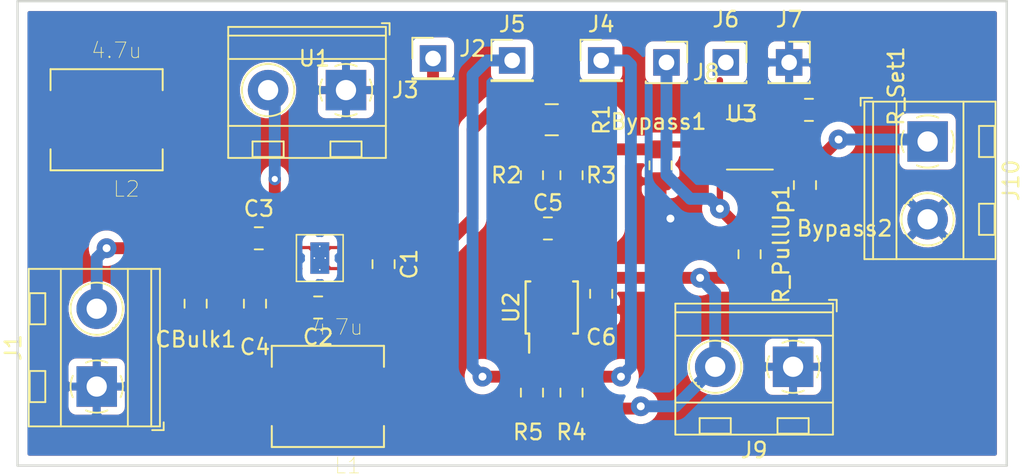
<source format=kicad_pcb>
(kicad_pcb (version 20171130) (host pcbnew "(5.1.0)-1")

  (general
    (thickness 1.6)
    (drawings 4)
    (tracks 133)
    (zones 0)
    (modules 31)
    (nets 21)
  )

  (page A4)
  (layers
    (0 F.Cu signal)
    (31 B.Cu signal)
    (32 B.Adhes user)
    (33 F.Adhes user)
    (34 B.Paste user)
    (35 F.Paste user)
    (36 B.SilkS user)
    (37 F.SilkS user)
    (38 B.Mask user)
    (39 F.Mask user)
    (40 Dwgs.User user)
    (41 Cmts.User user)
    (42 Eco1.User user)
    (43 Eco2.User user)
    (44 Edge.Cuts user)
    (45 Margin user)
    (46 B.CrtYd user)
    (47 F.CrtYd user)
    (48 B.Fab user)
    (49 F.Fab user)
  )

  (setup
    (last_trace_width 0.762)
    (user_trace_width 0.2)
    (user_trace_width 0.4064)
    (user_trace_width 0.762)
    (trace_clearance 0.2)
    (zone_clearance 0.508)
    (zone_45_only no)
    (trace_min 0.2)
    (via_size 0.8)
    (via_drill 0.4)
    (via_min_size 0.4)
    (via_min_drill 0.3)
    (uvia_size 0.3)
    (uvia_drill 0.1)
    (uvias_allowed no)
    (uvia_min_size 0.2)
    (uvia_min_drill 0.1)
    (edge_width 0.15)
    (segment_width 0.2)
    (pcb_text_width 0.3)
    (pcb_text_size 1.5 1.5)
    (mod_edge_width 0.15)
    (mod_text_size 1 1)
    (mod_text_width 0.15)
    (pad_size 1.524 1.524)
    (pad_drill 0.762)
    (pad_to_mask_clearance 0.051)
    (solder_mask_min_width 0.25)
    (aux_axis_origin 0 0)
    (visible_elements 7FFDFFFF)
    (pcbplotparams
      (layerselection 0x010fc_ffffffff)
      (usegerberextensions false)
      (usegerberattributes false)
      (usegerberadvancedattributes false)
      (creategerberjobfile false)
      (excludeedgelayer true)
      (linewidth 0.100000)
      (plotframeref false)
      (viasonmask false)
      (mode 1)
      (useauxorigin false)
      (hpglpennumber 1)
      (hpglpenspeed 20)
      (hpglpendiameter 15.000000)
      (psnegative false)
      (psa4output false)
      (plotreference true)
      (plotvalue true)
      (plotinvisibletext false)
      (padsonsilk false)
      (subtractmaskfromsilk false)
      (outputformat 1)
      (mirror false)
      (drillshape 1)
      (scaleselection 1)
      (outputdirectory ""))
  )

  (net 0 "")
  (net 1 "Net-(Bypass1-Pad2)")
  (net 2 GND)
  (net 3 "Net-(Bypass2-Pad2)")
  (net 4 +5V)
  (net 5 +BATT)
  (net 6 -5V)
  (net 7 "Net-(C5-Pad2)")
  (net 8 "Net-(C5-Pad1)")
  (net 9 +3V3)
  (net 10 "Net-(J2-Pad1)")
  (net 11 "Net-(J4-Pad1)")
  (net 12 "Net-(J5-Pad1)")
  (net 13 "Net-(L1-Pad1)")
  (net 14 "Net-(L2-Pad1)")
  (net 15 "Net-(R1-Pad2)")
  (net 16 "Net-(R1-Pad3)")
  (net 17 "Net-(R_Set1-Pad1)")
  (net 18 "Net-(U2-Pad3)")
  (net 19 "Net-(J8-Pad1)")
  (net 20 "Net-(J6-Pad1)")

  (net_class Default "This is the default net class."
    (clearance 0.2)
    (trace_width 0.25)
    (via_dia 0.8)
    (via_drill 0.4)
    (uvia_dia 0.3)
    (uvia_drill 0.1)
    (add_net +3V3)
    (add_net +5V)
    (add_net +BATT)
    (add_net -5V)
    (add_net GND)
    (add_net "Net-(Bypass1-Pad2)")
    (add_net "Net-(Bypass2-Pad2)")
    (add_net "Net-(C5-Pad1)")
    (add_net "Net-(C5-Pad2)")
    (add_net "Net-(J2-Pad1)")
    (add_net "Net-(J4-Pad1)")
    (add_net "Net-(J5-Pad1)")
    (add_net "Net-(J6-Pad1)")
    (add_net "Net-(J8-Pad1)")
    (add_net "Net-(L1-Pad1)")
    (add_net "Net-(L2-Pad1)")
    (add_net "Net-(R1-Pad2)")
    (add_net "Net-(R1-Pad3)")
    (add_net "Net-(R_Set1-Pad1)")
    (add_net "Net-(U2-Pad3)")
  )

  (module Connector_PinHeader_2.54mm:PinHeader_1x01_P2.54mm_Vertical (layer F.Cu) (tedit 59FED5CC) (tstamp 5CD54BC4)
    (at 121.92 66.675)
    (descr "Through hole straight pin header, 1x01, 2.54mm pitch, single row")
    (tags "Through hole pin header THT 1x01 2.54mm single row")
    (path /5CBC65FF)
    (fp_text reference J5 (at 0 -2.33) (layer F.SilkS)
      (effects (font (size 1 1) (thickness 0.15)))
    )
    (fp_text value SDA (at 0 2.33) (layer F.Fab)
      (effects (font (size 1 1) (thickness 0.15)))
    )
    (fp_line (start -0.635 -1.27) (end 1.27 -1.27) (layer F.Fab) (width 0.1))
    (fp_line (start 1.27 -1.27) (end 1.27 1.27) (layer F.Fab) (width 0.1))
    (fp_line (start 1.27 1.27) (end -1.27 1.27) (layer F.Fab) (width 0.1))
    (fp_line (start -1.27 1.27) (end -1.27 -0.635) (layer F.Fab) (width 0.1))
    (fp_line (start -1.27 -0.635) (end -0.635 -1.27) (layer F.Fab) (width 0.1))
    (fp_line (start -1.33 1.33) (end 1.33 1.33) (layer F.SilkS) (width 0.12))
    (fp_line (start -1.33 1.27) (end -1.33 1.33) (layer F.SilkS) (width 0.12))
    (fp_line (start 1.33 1.27) (end 1.33 1.33) (layer F.SilkS) (width 0.12))
    (fp_line (start -1.33 1.27) (end 1.33 1.27) (layer F.SilkS) (width 0.12))
    (fp_line (start -1.33 0) (end -1.33 -1.33) (layer F.SilkS) (width 0.12))
    (fp_line (start -1.33 -1.33) (end 0 -1.33) (layer F.SilkS) (width 0.12))
    (fp_line (start -1.8 -1.8) (end -1.8 1.8) (layer F.CrtYd) (width 0.05))
    (fp_line (start -1.8 1.8) (end 1.8 1.8) (layer F.CrtYd) (width 0.05))
    (fp_line (start 1.8 1.8) (end 1.8 -1.8) (layer F.CrtYd) (width 0.05))
    (fp_line (start 1.8 -1.8) (end -1.8 -1.8) (layer F.CrtYd) (width 0.05))
    (fp_text user %R (at 0 0 90) (layer F.Fab)
      (effects (font (size 1 1) (thickness 0.15)))
    )
    (pad 1 thru_hole rect (at 0 0) (size 1.7 1.7) (drill 1) (layers *.Cu *.Mask)
      (net 12 "Net-(J5-Pad1)"))
    (model ${KISYS3DMOD}/Connector_PinHeader_2.54mm.3dshapes/PinHeader_1x01_P2.54mm_Vertical.wrl
      (at (xyz 0 0 0))
      (scale (xyz 1 1 1))
      (rotate (xyz 0 0 0))
    )
  )

  (module Connector_PinSocket_2.54mm:PinSocket_1x01_P2.54mm_Vertical (layer F.Cu) (tedit 5A19A434) (tstamp 5CD54B9E)
    (at 131.826 66.802)
    (descr "Through hole straight socket strip, 1x01, 2.54mm pitch, single row (from Kicad 4.0.7), script generated")
    (tags "Through hole socket strip THT 1x01 2.54mm single row")
    (path /5CCA69E8)
    (fp_text reference J8 (at 2.54 0.635) (layer F.SilkS)
      (effects (font (size 1 1) (thickness 0.15)))
    )
    (fp_text value Flag (at 0 2.77) (layer F.Fab)
      (effects (font (size 1 1) (thickness 0.15)))
    )
    (fp_line (start -1.27 -1.27) (end 0.635 -1.27) (layer F.Fab) (width 0.1))
    (fp_line (start 0.635 -1.27) (end 1.27 -0.635) (layer F.Fab) (width 0.1))
    (fp_line (start 1.27 -0.635) (end 1.27 1.27) (layer F.Fab) (width 0.1))
    (fp_line (start 1.27 1.27) (end -1.27 1.27) (layer F.Fab) (width 0.1))
    (fp_line (start -1.27 1.27) (end -1.27 -1.27) (layer F.Fab) (width 0.1))
    (fp_line (start -1.33 1.33) (end 1.33 1.33) (layer F.SilkS) (width 0.12))
    (fp_line (start -1.33 1.21) (end -1.33 1.33) (layer F.SilkS) (width 0.12))
    (fp_line (start 1.33 1.21) (end 1.33 1.33) (layer F.SilkS) (width 0.12))
    (fp_line (start 1.33 -1.33) (end 1.33 0) (layer F.SilkS) (width 0.12))
    (fp_line (start 0 -1.33) (end 1.33 -1.33) (layer F.SilkS) (width 0.12))
    (fp_line (start -1.8 -1.8) (end 1.75 -1.8) (layer F.CrtYd) (width 0.05))
    (fp_line (start 1.75 -1.8) (end 1.75 1.75) (layer F.CrtYd) (width 0.05))
    (fp_line (start 1.75 1.75) (end -1.8 1.75) (layer F.CrtYd) (width 0.05))
    (fp_line (start -1.8 1.75) (end -1.8 -1.8) (layer F.CrtYd) (width 0.05))
    (fp_text user %R (at 0 -0.127) (layer F.Fab)
      (effects (font (size 1 1) (thickness 0.15)))
    )
    (pad 1 thru_hole rect (at 0 0) (size 1.7 1.7) (drill 1) (layers *.Cu *.Mask)
      (net 19 "Net-(J8-Pad1)"))
    (model ${KISYS3DMOD}/Connector_PinSocket_2.54mm.3dshapes/PinSocket_1x01_P2.54mm_Vertical.wrl
      (at (xyz 0 0 0))
      (scale (xyz 1 1 1))
      (rotate (xyz 0 0 0))
    )
  )

  (module TerminalBlock_MetzConnect:TerminalBlock_MetzConnect_Type094_RT03502HBLU_1x02_P5.00mm_Horizontal (layer F.Cu) (tedit 5B294E9C) (tstamp 5CD549C0)
    (at 148.59 71.882 270)
    (descr "terminal block Metz Connect Type094_RT03502HBLU, 2 pins, pitch 5mm, size 10x8.3mm^2, drill diamater 1.3mm, pad diameter 2.6mm, see http://www.metz-connect.com/ru/system/files/productfiles/Data_sheet_310941_RT035xxHBLU_OFF-022742T.pdf, script-generated using https://github.com/pointhi/kicad-footprint-generator/scripts/TerminalBlock_MetzConnect")
    (tags "THT terminal block Metz Connect Type094_RT03502HBLU pitch 5mm size 10x8.3mm^2 drill 1.3mm pad 2.6mm")
    (path /5CAE2D19)
    (fp_text reference J10 (at 2.5 -5.36 270) (layer F.SilkS)
      (effects (font (size 1 1) (thickness 0.15)))
    )
    (fp_text value Output (at 2.5 5.06 270) (layer F.Fab)
      (effects (font (size 1 1) (thickness 0.15)))
    )
    (fp_text user %R (at 2.5 2.75 270) (layer F.Fab)
      (effects (font (size 1 1) (thickness 0.15)))
    )
    (fp_line (start 8 -4.81) (end -3 -4.81) (layer F.CrtYd) (width 0.05))
    (fp_line (start 8 4.5) (end 8 -4.81) (layer F.CrtYd) (width 0.05))
    (fp_line (start -3 4.5) (end 8 4.5) (layer F.CrtYd) (width 0.05))
    (fp_line (start -3 -4.81) (end -3 4.5) (layer F.CrtYd) (width 0.05))
    (fp_line (start -2.8 4.3) (end -2.3 4.3) (layer F.SilkS) (width 0.12))
    (fp_line (start -2.8 3.56) (end -2.8 4.3) (layer F.SilkS) (width 0.12))
    (fp_line (start 6 -4.3) (end 6 -3.3) (layer F.SilkS) (width 0.12))
    (fp_line (start 4 -4.3) (end 4 -3.3) (layer F.SilkS) (width 0.12))
    (fp_line (start 4 -3.3) (end 6 -3.3) (layer F.SilkS) (width 0.12))
    (fp_line (start 4 -4.3) (end 6 -4.3) (layer F.SilkS) (width 0.12))
    (fp_line (start 6 -4.3) (end 4 -4.3) (layer F.Fab) (width 0.1))
    (fp_line (start 6 -3.3) (end 6 -4.3) (layer F.Fab) (width 0.1))
    (fp_line (start 4 -3.3) (end 6 -3.3) (layer F.Fab) (width 0.1))
    (fp_line (start 4 -4.3) (end 4 -3.3) (layer F.Fab) (width 0.1))
    (fp_line (start 3.773 1.023) (end 3.726 1.069) (layer F.SilkS) (width 0.12))
    (fp_line (start 6.07 -1.275) (end 6.035 -1.239) (layer F.SilkS) (width 0.12))
    (fp_line (start 3.966 1.239) (end 3.931 1.274) (layer F.SilkS) (width 0.12))
    (fp_line (start 6.275 -1.069) (end 6.228 -1.023) (layer F.SilkS) (width 0.12))
    (fp_line (start 5.955 -1.138) (end 3.863 0.955) (layer F.Fab) (width 0.1))
    (fp_line (start 6.138 -0.955) (end 4.046 1.138) (layer F.Fab) (width 0.1))
    (fp_line (start 1 -4.3) (end 1 -3.3) (layer F.SilkS) (width 0.12))
    (fp_line (start -1 -4.3) (end -1 -3.3) (layer F.SilkS) (width 0.12))
    (fp_line (start -1 -3.3) (end 1 -3.3) (layer F.SilkS) (width 0.12))
    (fp_line (start -1 -4.3) (end 1 -4.3) (layer F.SilkS) (width 0.12))
    (fp_line (start 1 -4.3) (end -1 -4.3) (layer F.Fab) (width 0.1))
    (fp_line (start 1 -3.3) (end 1 -4.3) (layer F.Fab) (width 0.1))
    (fp_line (start -1 -3.3) (end 1 -3.3) (layer F.Fab) (width 0.1))
    (fp_line (start -1 -4.3) (end -1 -3.3) (layer F.Fab) (width 0.1))
    (fp_line (start 0.955 -1.138) (end -1.138 0.955) (layer F.Fab) (width 0.1))
    (fp_line (start 1.138 -0.955) (end -0.955 1.138) (layer F.Fab) (width 0.1))
    (fp_line (start 7.56 -4.36) (end 7.56 4.06) (layer F.SilkS) (width 0.12))
    (fp_line (start -2.56 -4.36) (end -2.56 4.06) (layer F.SilkS) (width 0.12))
    (fp_line (start -2.56 4.06) (end 7.56 4.06) (layer F.SilkS) (width 0.12))
    (fp_line (start -2.56 -4.36) (end 7.56 -4.36) (layer F.SilkS) (width 0.12))
    (fp_line (start -2.56 -2.301) (end 7.56 -2.301) (layer F.SilkS) (width 0.12))
    (fp_line (start -2.5 -2.3) (end 7.5 -2.3) (layer F.Fab) (width 0.1))
    (fp_line (start -2.56 2) (end 7.56 2) (layer F.SilkS) (width 0.12))
    (fp_line (start -2.5 2) (end 7.5 2) (layer F.Fab) (width 0.1))
    (fp_line (start -2.56 3.5) (end 7.56 3.5) (layer F.SilkS) (width 0.12))
    (fp_line (start -2.5 3.5) (end 7.5 3.5) (layer F.Fab) (width 0.1))
    (fp_line (start -2.5 3.5) (end -2.5 -4.3) (layer F.Fab) (width 0.1))
    (fp_line (start -2 4) (end -2.5 3.5) (layer F.Fab) (width 0.1))
    (fp_line (start 7.5 4) (end -2 4) (layer F.Fab) (width 0.1))
    (fp_line (start 7.5 -4.3) (end 7.5 4) (layer F.Fab) (width 0.1))
    (fp_line (start -2.5 -4.3) (end 7.5 -4.3) (layer F.Fab) (width 0.1))
    (fp_circle (center 5 0) (end 6.68 0) (layer F.SilkS) (width 0.12))
    (fp_circle (center 5 0) (end 6.5 0) (layer F.Fab) (width 0.1))
    (fp_circle (center 0 0) (end 1.5 0) (layer F.Fab) (width 0.1))
    (fp_arc (start 0 0) (end -0.684 1.535) (angle -25) (layer F.SilkS) (width 0.12))
    (fp_arc (start 0 0) (end -1.535 -0.684) (angle -48) (layer F.SilkS) (width 0.12))
    (fp_arc (start 0 0) (end 0.684 -1.535) (angle -48) (layer F.SilkS) (width 0.12))
    (fp_arc (start 0 0) (end 1.535 0.684) (angle -48) (layer F.SilkS) (width 0.12))
    (fp_arc (start 0 0) (end 0 1.68) (angle -24) (layer F.SilkS) (width 0.12))
    (pad 2 thru_hole circle (at 5 0 270) (size 2.6 2.6) (drill 1.3) (layers *.Cu *.Mask)
      (net 2 GND))
    (pad 1 thru_hole rect (at 0 0 270) (size 2.6 2.6) (drill 1.3) (layers *.Cu *.Mask)
      (net 3 "Net-(Bypass2-Pad2)"))
    (model ${KISYS3DMOD}/TerminalBlock_MetzConnect.3dshapes/TerminalBlock_MetzConnect_Type094_RT03502HBLU_1x02_P5.00mm_Horizontal.wrl
      (at (xyz 0 0 0))
      (scale (xyz 1 1 1))
      (rotate (xyz 0 0 0))
    )
  )

  (module TerminalBlock_MetzConnect:TerminalBlock_MetzConnect_Type094_RT03502HBLU_1x02_P5.00mm_Horizontal (layer F.Cu) (tedit 5B294E9C) (tstamp 5CD54899)
    (at 111.252 68.58 180)
    (descr "terminal block Metz Connect Type094_RT03502HBLU, 2 pins, pitch 5mm, size 10x8.3mm^2, drill diamater 1.3mm, pad diameter 2.6mm, see http://www.metz-connect.com/ru/system/files/productfiles/Data_sheet_310941_RT035xxHBLU_OFF-022742T.pdf, script-generated using https://github.com/pointhi/kicad-footprint-generator/scripts/TerminalBlock_MetzConnect")
    (tags "THT terminal block Metz Connect Type094_RT03502HBLU pitch 5mm size 10x8.3mm^2 drill 1.3mm pad 2.6mm")
    (path /5CC91BF2)
    (fp_text reference J3 (at -3.81 0 180) (layer F.SilkS)
      (effects (font (size 1 1) (thickness 0.15)))
    )
    (fp_text value -5V (at 2.5 5.06 180) (layer F.Fab)
      (effects (font (size 1 1) (thickness 0.15)))
    )
    (fp_arc (start 0 0) (end 0 1.68) (angle -24) (layer F.SilkS) (width 0.12))
    (fp_arc (start 0 0) (end 1.535 0.684) (angle -48) (layer F.SilkS) (width 0.12))
    (fp_arc (start 0 0) (end 0.684 -1.535) (angle -48) (layer F.SilkS) (width 0.12))
    (fp_arc (start 0 0) (end -1.535 -0.684) (angle -48) (layer F.SilkS) (width 0.12))
    (fp_arc (start 0 0) (end -0.684 1.535) (angle -25) (layer F.SilkS) (width 0.12))
    (fp_circle (center 0 0) (end 1.5 0) (layer F.Fab) (width 0.1))
    (fp_circle (center 5 0) (end 6.5 0) (layer F.Fab) (width 0.1))
    (fp_circle (center 5 0) (end 6.68 0) (layer F.SilkS) (width 0.12))
    (fp_line (start -2.5 -4.3) (end 7.5 -4.3) (layer F.Fab) (width 0.1))
    (fp_line (start 7.5 -4.3) (end 7.5 4) (layer F.Fab) (width 0.1))
    (fp_line (start 7.5 4) (end -2 4) (layer F.Fab) (width 0.1))
    (fp_line (start -2 4) (end -2.5 3.5) (layer F.Fab) (width 0.1))
    (fp_line (start -2.5 3.5) (end -2.5 -4.3) (layer F.Fab) (width 0.1))
    (fp_line (start -2.5 3.5) (end 7.5 3.5) (layer F.Fab) (width 0.1))
    (fp_line (start -2.56 3.5) (end 7.56 3.5) (layer F.SilkS) (width 0.12))
    (fp_line (start -2.5 2) (end 7.5 2) (layer F.Fab) (width 0.1))
    (fp_line (start -2.56 2) (end 7.56 2) (layer F.SilkS) (width 0.12))
    (fp_line (start -2.5 -2.3) (end 7.5 -2.3) (layer F.Fab) (width 0.1))
    (fp_line (start -2.56 -2.301) (end 7.56 -2.301) (layer F.SilkS) (width 0.12))
    (fp_line (start -2.56 -4.36) (end 7.56 -4.36) (layer F.SilkS) (width 0.12))
    (fp_line (start -2.56 4.06) (end 7.56 4.06) (layer F.SilkS) (width 0.12))
    (fp_line (start -2.56 -4.36) (end -2.56 4.06) (layer F.SilkS) (width 0.12))
    (fp_line (start 7.56 -4.36) (end 7.56 4.06) (layer F.SilkS) (width 0.12))
    (fp_line (start 1.138 -0.955) (end -0.955 1.138) (layer F.Fab) (width 0.1))
    (fp_line (start 0.955 -1.138) (end -1.138 0.955) (layer F.Fab) (width 0.1))
    (fp_line (start -1 -4.3) (end -1 -3.3) (layer F.Fab) (width 0.1))
    (fp_line (start -1 -3.3) (end 1 -3.3) (layer F.Fab) (width 0.1))
    (fp_line (start 1 -3.3) (end 1 -4.3) (layer F.Fab) (width 0.1))
    (fp_line (start 1 -4.3) (end -1 -4.3) (layer F.Fab) (width 0.1))
    (fp_line (start -1 -4.3) (end 1 -4.3) (layer F.SilkS) (width 0.12))
    (fp_line (start -1 -3.3) (end 1 -3.3) (layer F.SilkS) (width 0.12))
    (fp_line (start -1 -4.3) (end -1 -3.3) (layer F.SilkS) (width 0.12))
    (fp_line (start 1 -4.3) (end 1 -3.3) (layer F.SilkS) (width 0.12))
    (fp_line (start 6.138 -0.955) (end 4.046 1.138) (layer F.Fab) (width 0.1))
    (fp_line (start 5.955 -1.138) (end 3.863 0.955) (layer F.Fab) (width 0.1))
    (fp_line (start 6.275 -1.069) (end 6.228 -1.023) (layer F.SilkS) (width 0.12))
    (fp_line (start 3.966 1.239) (end 3.931 1.274) (layer F.SilkS) (width 0.12))
    (fp_line (start 6.07 -1.275) (end 6.035 -1.239) (layer F.SilkS) (width 0.12))
    (fp_line (start 3.773 1.023) (end 3.726 1.069) (layer F.SilkS) (width 0.12))
    (fp_line (start 4 -4.3) (end 4 -3.3) (layer F.Fab) (width 0.1))
    (fp_line (start 4 -3.3) (end 6 -3.3) (layer F.Fab) (width 0.1))
    (fp_line (start 6 -3.3) (end 6 -4.3) (layer F.Fab) (width 0.1))
    (fp_line (start 6 -4.3) (end 4 -4.3) (layer F.Fab) (width 0.1))
    (fp_line (start 4 -4.3) (end 6 -4.3) (layer F.SilkS) (width 0.12))
    (fp_line (start 4 -3.3) (end 6 -3.3) (layer F.SilkS) (width 0.12))
    (fp_line (start 4 -4.3) (end 4 -3.3) (layer F.SilkS) (width 0.12))
    (fp_line (start 6 -4.3) (end 6 -3.3) (layer F.SilkS) (width 0.12))
    (fp_line (start -2.8 3.56) (end -2.8 4.3) (layer F.SilkS) (width 0.12))
    (fp_line (start -2.8 4.3) (end -2.3 4.3) (layer F.SilkS) (width 0.12))
    (fp_line (start -3 -4.81) (end -3 4.5) (layer F.CrtYd) (width 0.05))
    (fp_line (start -3 4.5) (end 8 4.5) (layer F.CrtYd) (width 0.05))
    (fp_line (start 8 4.5) (end 8 -4.81) (layer F.CrtYd) (width 0.05))
    (fp_line (start 8 -4.81) (end -3 -4.81) (layer F.CrtYd) (width 0.05))
    (fp_text user %R (at 2.5 2.75 180) (layer F.Fab)
      (effects (font (size 1 1) (thickness 0.15)))
    )
    (pad 1 thru_hole rect (at 0 0 180) (size 2.6 2.6) (drill 1.3) (layers *.Cu *.Mask)
      (net 2 GND))
    (pad 2 thru_hole circle (at 5 0 180) (size 2.6 2.6) (drill 1.3) (layers *.Cu *.Mask)
      (net 6 -5V))
    (model ${KISYS3DMOD}/TerminalBlock_MetzConnect.3dshapes/TerminalBlock_MetzConnect_Type094_RT03502HBLU_1x02_P5.00mm_Horizontal.wrl
      (at (xyz 0 0 0))
      (scale (xyz 1 1 1))
      (rotate (xyz 0 0 0))
    )
  )

  (module Capacitor_SMD:C_0805_2012Metric_Pad1.15x1.40mm_HandSolder (layer F.Cu) (tedit 5B36C52B) (tstamp 5CD531EF)
    (at 131.445 73.415 90)
    (descr "Capacitor SMD 0805 (2012 Metric), square (rectangular) end terminal, IPC_7351 nominal with elongated pad for handsoldering. (Body size source: https://docs.google.com/spreadsheets/d/1BsfQQcO9C6DZCsRaXUlFlo91Tg2WpOkGARC1WS5S8t0/edit?usp=sharing), generated with kicad-footprint-generator")
    (tags "capacitor handsolder")
    (path /5CAE2F33)
    (attr smd)
    (fp_text reference Bypass1 (at 2.803 -0.127 180) (layer F.SilkS)
      (effects (font (size 1 1) (thickness 0.15)))
    )
    (fp_text value 1uF (at 0 1.65 90) (layer F.Fab)
      (effects (font (size 1 1) (thickness 0.15)))
    )
    (fp_text user %R (at 0 0 90) (layer F.Fab)
      (effects (font (size 0.5 0.5) (thickness 0.08)))
    )
    (fp_line (start 1.85 0.95) (end -1.85 0.95) (layer F.CrtYd) (width 0.05))
    (fp_line (start 1.85 -0.95) (end 1.85 0.95) (layer F.CrtYd) (width 0.05))
    (fp_line (start -1.85 -0.95) (end 1.85 -0.95) (layer F.CrtYd) (width 0.05))
    (fp_line (start -1.85 0.95) (end -1.85 -0.95) (layer F.CrtYd) (width 0.05))
    (fp_line (start -0.261252 0.71) (end 0.261252 0.71) (layer F.SilkS) (width 0.12))
    (fp_line (start -0.261252 -0.71) (end 0.261252 -0.71) (layer F.SilkS) (width 0.12))
    (fp_line (start 1 0.6) (end -1 0.6) (layer F.Fab) (width 0.1))
    (fp_line (start 1 -0.6) (end 1 0.6) (layer F.Fab) (width 0.1))
    (fp_line (start -1 -0.6) (end 1 -0.6) (layer F.Fab) (width 0.1))
    (fp_line (start -1 0.6) (end -1 -0.6) (layer F.Fab) (width 0.1))
    (pad 2 smd roundrect (at 1.025 0 90) (size 1.15 1.4) (layers F.Cu F.Paste F.Mask) (roundrect_rratio 0.217391)
      (net 1 "Net-(Bypass1-Pad2)"))
    (pad 1 smd roundrect (at -1.025 0 90) (size 1.15 1.4) (layers F.Cu F.Paste F.Mask) (roundrect_rratio 0.217391)
      (net 2 GND))
    (model ${KISYS3DMOD}/Capacitor_SMD.3dshapes/C_0805_2012Metric.wrl
      (at (xyz 0 0 0))
      (scale (xyz 1 1 1))
      (rotate (xyz 0 0 0))
    )
  )

  (module Capacitor_SMD:C_0805_2012Metric_Pad1.15x1.40mm_HandSolder (layer F.Cu) (tedit 5B36C52B) (tstamp 5CD53200)
    (at 140.716 74.685 90)
    (descr "Capacitor SMD 0805 (2012 Metric), square (rectangular) end terminal, IPC_7351 nominal with elongated pad for handsoldering. (Body size source: https://docs.google.com/spreadsheets/d/1BsfQQcO9C6DZCsRaXUlFlo91Tg2WpOkGARC1WS5S8t0/edit?usp=sharing), generated with kicad-footprint-generator")
    (tags "capacitor handsolder")
    (path /5CAE2DCB)
    (attr smd)
    (fp_text reference Bypass2 (at -2.785 2.54 180) (layer F.SilkS)
      (effects (font (size 1 1) (thickness 0.15)))
    )
    (fp_text value 1uF (at 0 1.65 90) (layer F.Fab)
      (effects (font (size 1 1) (thickness 0.15)))
    )
    (fp_line (start -1 0.6) (end -1 -0.6) (layer F.Fab) (width 0.1))
    (fp_line (start -1 -0.6) (end 1 -0.6) (layer F.Fab) (width 0.1))
    (fp_line (start 1 -0.6) (end 1 0.6) (layer F.Fab) (width 0.1))
    (fp_line (start 1 0.6) (end -1 0.6) (layer F.Fab) (width 0.1))
    (fp_line (start -0.261252 -0.71) (end 0.261252 -0.71) (layer F.SilkS) (width 0.12))
    (fp_line (start -0.261252 0.71) (end 0.261252 0.71) (layer F.SilkS) (width 0.12))
    (fp_line (start -1.85 0.95) (end -1.85 -0.95) (layer F.CrtYd) (width 0.05))
    (fp_line (start -1.85 -0.95) (end 1.85 -0.95) (layer F.CrtYd) (width 0.05))
    (fp_line (start 1.85 -0.95) (end 1.85 0.95) (layer F.CrtYd) (width 0.05))
    (fp_line (start 1.85 0.95) (end -1.85 0.95) (layer F.CrtYd) (width 0.05))
    (fp_text user %R (at 0 0 90) (layer F.Fab)
      (effects (font (size 0.5 0.5) (thickness 0.08)))
    )
    (pad 1 smd roundrect (at -1.025 0 90) (size 1.15 1.4) (layers F.Cu F.Paste F.Mask) (roundrect_rratio 0.217391)
      (net 2 GND))
    (pad 2 smd roundrect (at 1.025 0 90) (size 1.15 1.4) (layers F.Cu F.Paste F.Mask) (roundrect_rratio 0.217391)
      (net 3 "Net-(Bypass2-Pad2)"))
    (model ${KISYS3DMOD}/Capacitor_SMD.3dshapes/C_0805_2012Metric.wrl
      (at (xyz 0 0 0))
      (scale (xyz 1 1 1))
      (rotate (xyz 0 0 0))
    )
  )

  (module Capacitor_SMD:C_0805_2012Metric_Pad1.15x1.40mm_HandSolder (layer F.Cu) (tedit 5B36C52B) (tstamp 5CD53211)
    (at 113.665 79.765 270)
    (descr "Capacitor SMD 0805 (2012 Metric), square (rectangular) end terminal, IPC_7351 nominal with elongated pad for handsoldering. (Body size source: https://docs.google.com/spreadsheets/d/1BsfQQcO9C6DZCsRaXUlFlo91Tg2WpOkGARC1WS5S8t0/edit?usp=sharing), generated with kicad-footprint-generator")
    (tags "capacitor handsolder")
    (path /5CC0F221)
    (attr smd)
    (fp_text reference C1 (at 0 -1.65 270) (layer F.SilkS)
      (effects (font (size 1 1) (thickness 0.15)))
    )
    (fp_text value 10u (at 0 1.65 270) (layer F.Fab)
      (effects (font (size 1 1) (thickness 0.15)))
    )
    (fp_text user %R (at 0 0 270) (layer F.Fab)
      (effects (font (size 0.5 0.5) (thickness 0.08)))
    )
    (fp_line (start 1.85 0.95) (end -1.85 0.95) (layer F.CrtYd) (width 0.05))
    (fp_line (start 1.85 -0.95) (end 1.85 0.95) (layer F.CrtYd) (width 0.05))
    (fp_line (start -1.85 -0.95) (end 1.85 -0.95) (layer F.CrtYd) (width 0.05))
    (fp_line (start -1.85 0.95) (end -1.85 -0.95) (layer F.CrtYd) (width 0.05))
    (fp_line (start -0.261252 0.71) (end 0.261252 0.71) (layer F.SilkS) (width 0.12))
    (fp_line (start -0.261252 -0.71) (end 0.261252 -0.71) (layer F.SilkS) (width 0.12))
    (fp_line (start 1 0.6) (end -1 0.6) (layer F.Fab) (width 0.1))
    (fp_line (start 1 -0.6) (end 1 0.6) (layer F.Fab) (width 0.1))
    (fp_line (start -1 -0.6) (end 1 -0.6) (layer F.Fab) (width 0.1))
    (fp_line (start -1 0.6) (end -1 -0.6) (layer F.Fab) (width 0.1))
    (pad 2 smd roundrect (at 1.025 0 270) (size 1.15 1.4) (layers F.Cu F.Paste F.Mask) (roundrect_rratio 0.217391)
      (net 2 GND))
    (pad 1 smd roundrect (at -1.025 0 270) (size 1.15 1.4) (layers F.Cu F.Paste F.Mask) (roundrect_rratio 0.217391)
      (net 4 +5V))
    (model ${KISYS3DMOD}/Capacitor_SMD.3dshapes/C_0805_2012Metric.wrl
      (at (xyz 0 0 0))
      (scale (xyz 1 1 1))
      (rotate (xyz 0 0 0))
    )
  )

  (module Capacitor_SMD:C_0805_2012Metric_Pad1.15x1.40mm_HandSolder (layer F.Cu) (tedit 5B36C52B) (tstamp 5CD53222)
    (at 109.465 82.55)
    (descr "Capacitor SMD 0805 (2012 Metric), square (rectangular) end terminal, IPC_7351 nominal with elongated pad for handsoldering. (Body size source: https://docs.google.com/spreadsheets/d/1BsfQQcO9C6DZCsRaXUlFlo91Tg2WpOkGARC1WS5S8t0/edit?usp=sharing), generated with kicad-footprint-generator")
    (tags "capacitor handsolder")
    (path /5CC0A146)
    (attr smd)
    (fp_text reference C2 (at 0 1.905 -180) (layer F.SilkS)
      (effects (font (size 1 1) (thickness 0.15)))
    )
    (fp_text value 10u (at 0 1.65) (layer F.Fab)
      (effects (font (size 1 1) (thickness 0.15)))
    )
    (fp_line (start -1 0.6) (end -1 -0.6) (layer F.Fab) (width 0.1))
    (fp_line (start -1 -0.6) (end 1 -0.6) (layer F.Fab) (width 0.1))
    (fp_line (start 1 -0.6) (end 1 0.6) (layer F.Fab) (width 0.1))
    (fp_line (start 1 0.6) (end -1 0.6) (layer F.Fab) (width 0.1))
    (fp_line (start -0.261252 -0.71) (end 0.261252 -0.71) (layer F.SilkS) (width 0.12))
    (fp_line (start -0.261252 0.71) (end 0.261252 0.71) (layer F.SilkS) (width 0.12))
    (fp_line (start -1.85 0.95) (end -1.85 -0.95) (layer F.CrtYd) (width 0.05))
    (fp_line (start -1.85 -0.95) (end 1.85 -0.95) (layer F.CrtYd) (width 0.05))
    (fp_line (start 1.85 -0.95) (end 1.85 0.95) (layer F.CrtYd) (width 0.05))
    (fp_line (start 1.85 0.95) (end -1.85 0.95) (layer F.CrtYd) (width 0.05))
    (fp_text user %R (at 0 0) (layer F.Fab)
      (effects (font (size 0.5 0.5) (thickness 0.08)))
    )
    (pad 1 smd roundrect (at -1.025 0) (size 1.15 1.4) (layers F.Cu F.Paste F.Mask) (roundrect_rratio 0.217391)
      (net 5 +BATT))
    (pad 2 smd roundrect (at 1.025 0) (size 1.15 1.4) (layers F.Cu F.Paste F.Mask) (roundrect_rratio 0.217391)
      (net 2 GND))
    (model ${KISYS3DMOD}/Capacitor_SMD.3dshapes/C_0805_2012Metric.wrl
      (at (xyz 0 0 0))
      (scale (xyz 1 1 1))
      (rotate (xyz 0 0 0))
    )
  )

  (module Capacitor_SMD:C_0805_2012Metric_Pad1.15x1.40mm_HandSolder (layer F.Cu) (tedit 5B36C52B) (tstamp 5CD53233)
    (at 105.655 78.105 180)
    (descr "Capacitor SMD 0805 (2012 Metric), square (rectangular) end terminal, IPC_7351 nominal with elongated pad for handsoldering. (Body size source: https://docs.google.com/spreadsheets/d/1BsfQQcO9C6DZCsRaXUlFlo91Tg2WpOkGARC1WS5S8t0/edit?usp=sharing), generated with kicad-footprint-generator")
    (tags "capacitor handsolder")
    (path /5CC12293)
    (attr smd)
    (fp_text reference C3 (at 0 1.905 180) (layer F.SilkS)
      (effects (font (size 1 1) (thickness 0.15)))
    )
    (fp_text value 10u (at 0 1.65 180) (layer F.Fab)
      (effects (font (size 1 1) (thickness 0.15)))
    )
    (fp_text user %R (at 0 0 180) (layer F.Fab)
      (effects (font (size 0.5 0.5) (thickness 0.08)))
    )
    (fp_line (start 1.85 0.95) (end -1.85 0.95) (layer F.CrtYd) (width 0.05))
    (fp_line (start 1.85 -0.95) (end 1.85 0.95) (layer F.CrtYd) (width 0.05))
    (fp_line (start -1.85 -0.95) (end 1.85 -0.95) (layer F.CrtYd) (width 0.05))
    (fp_line (start -1.85 0.95) (end -1.85 -0.95) (layer F.CrtYd) (width 0.05))
    (fp_line (start -0.261252 0.71) (end 0.261252 0.71) (layer F.SilkS) (width 0.12))
    (fp_line (start -0.261252 -0.71) (end 0.261252 -0.71) (layer F.SilkS) (width 0.12))
    (fp_line (start 1 0.6) (end -1 0.6) (layer F.Fab) (width 0.1))
    (fp_line (start 1 -0.6) (end 1 0.6) (layer F.Fab) (width 0.1))
    (fp_line (start -1 -0.6) (end 1 -0.6) (layer F.Fab) (width 0.1))
    (fp_line (start -1 0.6) (end -1 -0.6) (layer F.Fab) (width 0.1))
    (pad 2 smd roundrect (at 1.025 0 180) (size 1.15 1.4) (layers F.Cu F.Paste F.Mask) (roundrect_rratio 0.217391)
      (net 2 GND))
    (pad 1 smd roundrect (at -1.025 0 180) (size 1.15 1.4) (layers F.Cu F.Paste F.Mask) (roundrect_rratio 0.217391)
      (net 6 -5V))
    (model ${KISYS3DMOD}/Capacitor_SMD.3dshapes/C_0805_2012Metric.wrl
      (at (xyz 0 0 0))
      (scale (xyz 1 1 1))
      (rotate (xyz 0 0 0))
    )
  )

  (module Capacitor_SMD:C_0805_2012Metric_Pad1.15x1.40mm_HandSolder (layer F.Cu) (tedit 5B36C52B) (tstamp 5CD53244)
    (at 105.41 82.305 270)
    (descr "Capacitor SMD 0805 (2012 Metric), square (rectangular) end terminal, IPC_7351 nominal with elongated pad for handsoldering. (Body size source: https://docs.google.com/spreadsheets/d/1BsfQQcO9C6DZCsRaXUlFlo91Tg2WpOkGARC1WS5S8t0/edit?usp=sharing), generated with kicad-footprint-generator")
    (tags "capacitor handsolder")
    (path /5CC0A4A2)
    (attr smd)
    (fp_text reference C4 (at 2.785 0) (layer F.SilkS)
      (effects (font (size 1 1) (thickness 0.15)))
    )
    (fp_text value 100n (at 0 1.65 270) (layer F.Fab)
      (effects (font (size 1 1) (thickness 0.15)))
    )
    (fp_line (start -1 0.6) (end -1 -0.6) (layer F.Fab) (width 0.1))
    (fp_line (start -1 -0.6) (end 1 -0.6) (layer F.Fab) (width 0.1))
    (fp_line (start 1 -0.6) (end 1 0.6) (layer F.Fab) (width 0.1))
    (fp_line (start 1 0.6) (end -1 0.6) (layer F.Fab) (width 0.1))
    (fp_line (start -0.261252 -0.71) (end 0.261252 -0.71) (layer F.SilkS) (width 0.12))
    (fp_line (start -0.261252 0.71) (end 0.261252 0.71) (layer F.SilkS) (width 0.12))
    (fp_line (start -1.85 0.95) (end -1.85 -0.95) (layer F.CrtYd) (width 0.05))
    (fp_line (start -1.85 -0.95) (end 1.85 -0.95) (layer F.CrtYd) (width 0.05))
    (fp_line (start 1.85 -0.95) (end 1.85 0.95) (layer F.CrtYd) (width 0.05))
    (fp_line (start 1.85 0.95) (end -1.85 0.95) (layer F.CrtYd) (width 0.05))
    (fp_text user %R (at 0 0 270) (layer F.Fab)
      (effects (font (size 0.5 0.5) (thickness 0.08)))
    )
    (pad 1 smd roundrect (at -1.025 0 270) (size 1.15 1.4) (layers F.Cu F.Paste F.Mask) (roundrect_rratio 0.217391)
      (net 5 +BATT))
    (pad 2 smd roundrect (at 1.025 0 270) (size 1.15 1.4) (layers F.Cu F.Paste F.Mask) (roundrect_rratio 0.217391)
      (net 2 GND))
    (model ${KISYS3DMOD}/Capacitor_SMD.3dshapes/C_0805_2012Metric.wrl
      (at (xyz 0 0 0))
      (scale (xyz 1 1 1))
      (rotate (xyz 0 0 0))
    )
  )

  (module Capacitor_SMD:C_0805_2012Metric_Pad1.15x1.40mm_HandSolder (layer F.Cu) (tedit 5B36C52B) (tstamp 5CD53255)
    (at 124.215 77.47)
    (descr "Capacitor SMD 0805 (2012 Metric), square (rectangular) end terminal, IPC_7351 nominal with elongated pad for handsoldering. (Body size source: https://docs.google.com/spreadsheets/d/1BsfQQcO9C6DZCsRaXUlFlo91Tg2WpOkGARC1WS5S8t0/edit?usp=sharing), generated with kicad-footprint-generator")
    (tags "capacitor handsolder")
    (path /5CBC6638)
    (attr smd)
    (fp_text reference C5 (at 0 -1.65) (layer F.SilkS)
      (effects (font (size 1 1) (thickness 0.15)))
    )
    (fp_text value 1u (at 0 1.65) (layer F.Fab)
      (effects (font (size 1 1) (thickness 0.15)))
    )
    (fp_text user %R (at 0 0) (layer F.Fab)
      (effects (font (size 0.5 0.5) (thickness 0.08)))
    )
    (fp_line (start 1.85 0.95) (end -1.85 0.95) (layer F.CrtYd) (width 0.05))
    (fp_line (start 1.85 -0.95) (end 1.85 0.95) (layer F.CrtYd) (width 0.05))
    (fp_line (start -1.85 -0.95) (end 1.85 -0.95) (layer F.CrtYd) (width 0.05))
    (fp_line (start -1.85 0.95) (end -1.85 -0.95) (layer F.CrtYd) (width 0.05))
    (fp_line (start -0.261252 0.71) (end 0.261252 0.71) (layer F.SilkS) (width 0.12))
    (fp_line (start -0.261252 -0.71) (end 0.261252 -0.71) (layer F.SilkS) (width 0.12))
    (fp_line (start 1 0.6) (end -1 0.6) (layer F.Fab) (width 0.1))
    (fp_line (start 1 -0.6) (end 1 0.6) (layer F.Fab) (width 0.1))
    (fp_line (start -1 -0.6) (end 1 -0.6) (layer F.Fab) (width 0.1))
    (fp_line (start -1 0.6) (end -1 -0.6) (layer F.Fab) (width 0.1))
    (pad 2 smd roundrect (at 1.025 0) (size 1.15 1.4) (layers F.Cu F.Paste F.Mask) (roundrect_rratio 0.217391)
      (net 7 "Net-(C5-Pad2)"))
    (pad 1 smd roundrect (at -1.025 0) (size 1.15 1.4) (layers F.Cu F.Paste F.Mask) (roundrect_rratio 0.217391)
      (net 8 "Net-(C5-Pad1)"))
    (model ${KISYS3DMOD}/Capacitor_SMD.3dshapes/C_0805_2012Metric.wrl
      (at (xyz 0 0 0))
      (scale (xyz 1 1 1))
      (rotate (xyz 0 0 0))
    )
  )

  (module Capacitor_SMD:C_0805_2012Metric_Pad1.15x1.40mm_HandSolder (layer F.Cu) (tedit 5B36C52B) (tstamp 5CD53266)
    (at 127.635 81.67 90)
    (descr "Capacitor SMD 0805 (2012 Metric), square (rectangular) end terminal, IPC_7351 nominal with elongated pad for handsoldering. (Body size source: https://docs.google.com/spreadsheets/d/1BsfQQcO9C6DZCsRaXUlFlo91Tg2WpOkGARC1WS5S8t0/edit?usp=sharing), generated with kicad-footprint-generator")
    (tags "capacitor handsolder")
    (path /5CBC6623)
    (attr smd)
    (fp_text reference C6 (at -2.785 0 180) (layer F.SilkS)
      (effects (font (size 1 1) (thickness 0.15)))
    )
    (fp_text value 0.1u (at 0 1.65 90) (layer F.Fab)
      (effects (font (size 1 1) (thickness 0.15)))
    )
    (fp_line (start -1 0.6) (end -1 -0.6) (layer F.Fab) (width 0.1))
    (fp_line (start -1 -0.6) (end 1 -0.6) (layer F.Fab) (width 0.1))
    (fp_line (start 1 -0.6) (end 1 0.6) (layer F.Fab) (width 0.1))
    (fp_line (start 1 0.6) (end -1 0.6) (layer F.Fab) (width 0.1))
    (fp_line (start -0.261252 -0.71) (end 0.261252 -0.71) (layer F.SilkS) (width 0.12))
    (fp_line (start -0.261252 0.71) (end 0.261252 0.71) (layer F.SilkS) (width 0.12))
    (fp_line (start -1.85 0.95) (end -1.85 -0.95) (layer F.CrtYd) (width 0.05))
    (fp_line (start -1.85 -0.95) (end 1.85 -0.95) (layer F.CrtYd) (width 0.05))
    (fp_line (start 1.85 -0.95) (end 1.85 0.95) (layer F.CrtYd) (width 0.05))
    (fp_line (start 1.85 0.95) (end -1.85 0.95) (layer F.CrtYd) (width 0.05))
    (fp_text user %R (at 0 0 90) (layer F.Fab)
      (effects (font (size 0.5 0.5) (thickness 0.08)))
    )
    (pad 1 smd roundrect (at -1.025 0 90) (size 1.15 1.4) (layers F.Cu F.Paste F.Mask) (roundrect_rratio 0.217391)
      (net 2 GND))
    (pad 2 smd roundrect (at 1.025 0 90) (size 1.15 1.4) (layers F.Cu F.Paste F.Mask) (roundrect_rratio 0.217391)
      (net 9 +3V3))
    (model ${KISYS3DMOD}/Capacitor_SMD.3dshapes/C_0805_2012Metric.wrl
      (at (xyz 0 0 0))
      (scale (xyz 1 1 1))
      (rotate (xyz 0 0 0))
    )
  )

  (module Capacitor_SMD:C_0805_2012Metric_Pad1.15x1.40mm_HandSolder (layer F.Cu) (tedit 5B36C52B) (tstamp 5CD53277)
    (at 101.6 82.305 270)
    (descr "Capacitor SMD 0805 (2012 Metric), square (rectangular) end terminal, IPC_7351 nominal with elongated pad for handsoldering. (Body size source: https://docs.google.com/spreadsheets/d/1BsfQQcO9C6DZCsRaXUlFlo91Tg2WpOkGARC1WS5S8t0/edit?usp=sharing), generated with kicad-footprint-generator")
    (tags "capacitor handsolder")
    (path /5CC1E4A0)
    (attr smd)
    (fp_text reference CBulk1 (at 2.295 0) (layer F.SilkS)
      (effects (font (size 1 1) (thickness 0.15)))
    )
    (fp_text value 10u (at 0 1.65 270) (layer F.Fab)
      (effects (font (size 1 1) (thickness 0.15)))
    )
    (fp_line (start -1 0.6) (end -1 -0.6) (layer F.Fab) (width 0.1))
    (fp_line (start -1 -0.6) (end 1 -0.6) (layer F.Fab) (width 0.1))
    (fp_line (start 1 -0.6) (end 1 0.6) (layer F.Fab) (width 0.1))
    (fp_line (start 1 0.6) (end -1 0.6) (layer F.Fab) (width 0.1))
    (fp_line (start -0.261252 -0.71) (end 0.261252 -0.71) (layer F.SilkS) (width 0.12))
    (fp_line (start -0.261252 0.71) (end 0.261252 0.71) (layer F.SilkS) (width 0.12))
    (fp_line (start -1.85 0.95) (end -1.85 -0.95) (layer F.CrtYd) (width 0.05))
    (fp_line (start -1.85 -0.95) (end 1.85 -0.95) (layer F.CrtYd) (width 0.05))
    (fp_line (start 1.85 -0.95) (end 1.85 0.95) (layer F.CrtYd) (width 0.05))
    (fp_line (start 1.85 0.95) (end -1.85 0.95) (layer F.CrtYd) (width 0.05))
    (fp_text user %R (at 0 0 270) (layer F.Fab)
      (effects (font (size 0.5 0.5) (thickness 0.08)))
    )
    (pad 1 smd roundrect (at -1.025 0 270) (size 1.15 1.4) (layers F.Cu F.Paste F.Mask) (roundrect_rratio 0.217391)
      (net 5 +BATT))
    (pad 2 smd roundrect (at 1.025 0 270) (size 1.15 1.4) (layers F.Cu F.Paste F.Mask) (roundrect_rratio 0.217391)
      (net 2 GND))
    (model ${KISYS3DMOD}/Capacitor_SMD.3dshapes/C_0805_2012Metric.wrl
      (at (xyz 0 0 0))
      (scale (xyz 1 1 1))
      (rotate (xyz 0 0 0))
    )
  )

  (module TerminalBlock_MetzConnect:TerminalBlock_MetzConnect_Type094_RT03502HBLU_1x02_P5.00mm_Horizontal (layer F.Cu) (tedit 5B294E9C) (tstamp 5CD532B3)
    (at 95.25 87.63 90)
    (descr "terminal block Metz Connect Type094_RT03502HBLU, 2 pins, pitch 5mm, size 10x8.3mm^2, drill diamater 1.3mm, pad diameter 2.6mm, see http://www.metz-connect.com/ru/system/files/productfiles/Data_sheet_310941_RT035xxHBLU_OFF-022742T.pdf, script-generated using https://github.com/pointhi/kicad-footprint-generator/scripts/TerminalBlock_MetzConnect")
    (tags "THT terminal block Metz Connect Type094_RT03502HBLU pitch 5mm size 10x8.3mm^2 drill 1.3mm pad 2.6mm")
    (path /5CD659E8)
    (fp_text reference J1 (at 2.5 -5.36 90) (layer F.SilkS)
      (effects (font (size 1 1) (thickness 0.15)))
    )
    (fp_text value Battery (at 2.5 5.06 90) (layer F.Fab)
      (effects (font (size 1 1) (thickness 0.15)))
    )
    (fp_arc (start 0 0) (end 0 1.68) (angle -24) (layer F.SilkS) (width 0.12))
    (fp_arc (start 0 0) (end 1.535 0.684) (angle -48) (layer F.SilkS) (width 0.12))
    (fp_arc (start 0 0) (end 0.684 -1.535) (angle -48) (layer F.SilkS) (width 0.12))
    (fp_arc (start 0 0) (end -1.535 -0.684) (angle -48) (layer F.SilkS) (width 0.12))
    (fp_arc (start 0 0) (end -0.684 1.535) (angle -25) (layer F.SilkS) (width 0.12))
    (fp_circle (center 0 0) (end 1.5 0) (layer F.Fab) (width 0.1))
    (fp_circle (center 5 0) (end 6.5 0) (layer F.Fab) (width 0.1))
    (fp_circle (center 5 0) (end 6.68 0) (layer F.SilkS) (width 0.12))
    (fp_line (start -2.5 -4.3) (end 7.5 -4.3) (layer F.Fab) (width 0.1))
    (fp_line (start 7.5 -4.3) (end 7.5 4) (layer F.Fab) (width 0.1))
    (fp_line (start 7.5 4) (end -2 4) (layer F.Fab) (width 0.1))
    (fp_line (start -2 4) (end -2.5 3.5) (layer F.Fab) (width 0.1))
    (fp_line (start -2.5 3.5) (end -2.5 -4.3) (layer F.Fab) (width 0.1))
    (fp_line (start -2.5 3.5) (end 7.5 3.5) (layer F.Fab) (width 0.1))
    (fp_line (start -2.56 3.5) (end 7.56 3.5) (layer F.SilkS) (width 0.12))
    (fp_line (start -2.5 2) (end 7.5 2) (layer F.Fab) (width 0.1))
    (fp_line (start -2.56 2) (end 7.56 2) (layer F.SilkS) (width 0.12))
    (fp_line (start -2.5 -2.3) (end 7.5 -2.3) (layer F.Fab) (width 0.1))
    (fp_line (start -2.56 -2.301) (end 7.56 -2.301) (layer F.SilkS) (width 0.12))
    (fp_line (start -2.56 -4.36) (end 7.56 -4.36) (layer F.SilkS) (width 0.12))
    (fp_line (start -2.56 4.06) (end 7.56 4.06) (layer F.SilkS) (width 0.12))
    (fp_line (start -2.56 -4.36) (end -2.56 4.06) (layer F.SilkS) (width 0.12))
    (fp_line (start 7.56 -4.36) (end 7.56 4.06) (layer F.SilkS) (width 0.12))
    (fp_line (start 1.138 -0.955) (end -0.955 1.138) (layer F.Fab) (width 0.1))
    (fp_line (start 0.955 -1.138) (end -1.138 0.955) (layer F.Fab) (width 0.1))
    (fp_line (start -1 -4.3) (end -1 -3.3) (layer F.Fab) (width 0.1))
    (fp_line (start -1 -3.3) (end 1 -3.3) (layer F.Fab) (width 0.1))
    (fp_line (start 1 -3.3) (end 1 -4.3) (layer F.Fab) (width 0.1))
    (fp_line (start 1 -4.3) (end -1 -4.3) (layer F.Fab) (width 0.1))
    (fp_line (start -1 -4.3) (end 1 -4.3) (layer F.SilkS) (width 0.12))
    (fp_line (start -1 -3.3) (end 1 -3.3) (layer F.SilkS) (width 0.12))
    (fp_line (start -1 -4.3) (end -1 -3.3) (layer F.SilkS) (width 0.12))
    (fp_line (start 1 -4.3) (end 1 -3.3) (layer F.SilkS) (width 0.12))
    (fp_line (start 6.138 -0.955) (end 4.046 1.138) (layer F.Fab) (width 0.1))
    (fp_line (start 5.955 -1.138) (end 3.863 0.955) (layer F.Fab) (width 0.1))
    (fp_line (start 6.275 -1.069) (end 6.228 -1.023) (layer F.SilkS) (width 0.12))
    (fp_line (start 3.966 1.239) (end 3.931 1.274) (layer F.SilkS) (width 0.12))
    (fp_line (start 6.07 -1.275) (end 6.035 -1.239) (layer F.SilkS) (width 0.12))
    (fp_line (start 3.773 1.023) (end 3.726 1.069) (layer F.SilkS) (width 0.12))
    (fp_line (start 4 -4.3) (end 4 -3.3) (layer F.Fab) (width 0.1))
    (fp_line (start 4 -3.3) (end 6 -3.3) (layer F.Fab) (width 0.1))
    (fp_line (start 6 -3.3) (end 6 -4.3) (layer F.Fab) (width 0.1))
    (fp_line (start 6 -4.3) (end 4 -4.3) (layer F.Fab) (width 0.1))
    (fp_line (start 4 -4.3) (end 6 -4.3) (layer F.SilkS) (width 0.12))
    (fp_line (start 4 -3.3) (end 6 -3.3) (layer F.SilkS) (width 0.12))
    (fp_line (start 4 -4.3) (end 4 -3.3) (layer F.SilkS) (width 0.12))
    (fp_line (start 6 -4.3) (end 6 -3.3) (layer F.SilkS) (width 0.12))
    (fp_line (start -2.8 3.56) (end -2.8 4.3) (layer F.SilkS) (width 0.12))
    (fp_line (start -2.8 4.3) (end -2.3 4.3) (layer F.SilkS) (width 0.12))
    (fp_line (start -3 -4.81) (end -3 4.5) (layer F.CrtYd) (width 0.05))
    (fp_line (start -3 4.5) (end 8 4.5) (layer F.CrtYd) (width 0.05))
    (fp_line (start 8 4.5) (end 8 -4.81) (layer F.CrtYd) (width 0.05))
    (fp_line (start 8 -4.81) (end -3 -4.81) (layer F.CrtYd) (width 0.05))
    (fp_text user %R (at 2.5 2.75 90) (layer F.Fab)
      (effects (font (size 1 1) (thickness 0.15)))
    )
    (pad 1 thru_hole rect (at 0 0 90) (size 2.6 2.6) (drill 1.3) (layers *.Cu *.Mask)
      (net 2 GND))
    (pad 2 thru_hole circle (at 5 0 90) (size 2.6 2.6) (drill 1.3) (layers *.Cu *.Mask)
      (net 5 +BATT))
    (model ${KISYS3DMOD}/TerminalBlock_MetzConnect.3dshapes/TerminalBlock_MetzConnect_Type094_RT03502HBLU_1x02_P5.00mm_Horizontal.wrl
      (at (xyz 0 0 0))
      (scale (xyz 1 1 1))
      (rotate (xyz 0 0 0))
    )
  )

  (module Connector_PinHeader_2.54mm:PinHeader_1x01_P2.54mm_Vertical (layer F.Cu) (tedit 59FED5CC) (tstamp 5CD532C8)
    (at 116.84 66.548)
    (descr "Through hole straight pin header, 1x01, 2.54mm pitch, single row")
    (tags "Through hole pin header THT 1x01 2.54mm single row")
    (path /5CC19B25)
    (fp_text reference J2 (at 2.54 -0.635) (layer F.SilkS)
      (effects (font (size 1 1) (thickness 0.15)))
    )
    (fp_text value Enable (at 0 2.33) (layer F.Fab)
      (effects (font (size 1 1) (thickness 0.15)))
    )
    (fp_text user %R (at 0 0 90) (layer F.Fab)
      (effects (font (size 1 1) (thickness 0.15)))
    )
    (fp_line (start 1.8 -1.8) (end -1.8 -1.8) (layer F.CrtYd) (width 0.05))
    (fp_line (start 1.8 1.8) (end 1.8 -1.8) (layer F.CrtYd) (width 0.05))
    (fp_line (start -1.8 1.8) (end 1.8 1.8) (layer F.CrtYd) (width 0.05))
    (fp_line (start -1.8 -1.8) (end -1.8 1.8) (layer F.CrtYd) (width 0.05))
    (fp_line (start -1.33 -1.33) (end 0 -1.33) (layer F.SilkS) (width 0.12))
    (fp_line (start -1.33 0) (end -1.33 -1.33) (layer F.SilkS) (width 0.12))
    (fp_line (start -1.33 1.27) (end 1.33 1.27) (layer F.SilkS) (width 0.12))
    (fp_line (start 1.33 1.27) (end 1.33 1.33) (layer F.SilkS) (width 0.12))
    (fp_line (start -1.33 1.27) (end -1.33 1.33) (layer F.SilkS) (width 0.12))
    (fp_line (start -1.33 1.33) (end 1.33 1.33) (layer F.SilkS) (width 0.12))
    (fp_line (start -1.27 -0.635) (end -0.635 -1.27) (layer F.Fab) (width 0.1))
    (fp_line (start -1.27 1.27) (end -1.27 -0.635) (layer F.Fab) (width 0.1))
    (fp_line (start 1.27 1.27) (end -1.27 1.27) (layer F.Fab) (width 0.1))
    (fp_line (start 1.27 -1.27) (end 1.27 1.27) (layer F.Fab) (width 0.1))
    (fp_line (start -0.635 -1.27) (end 1.27 -1.27) (layer F.Fab) (width 0.1))
    (pad 1 thru_hole rect (at 0 0) (size 1.7 1.7) (drill 1) (layers *.Cu *.Mask)
      (net 10 "Net-(J2-Pad1)"))
    (model ${KISYS3DMOD}/Connector_PinHeader_2.54mm.3dshapes/PinHeader_1x01_P2.54mm_Vertical.wrl
      (at (xyz 0 0 0))
      (scale (xyz 1 1 1))
      (rotate (xyz 0 0 0))
    )
  )

  (module Connector_PinHeader_2.54mm:PinHeader_1x01_P2.54mm_Vertical (layer F.Cu) (tedit 59FED5CC) (tstamp 5CD532F2)
    (at 127.635 66.675)
    (descr "Through hole straight pin header, 1x01, 2.54mm pitch, single row")
    (tags "Through hole pin header THT 1x01 2.54mm single row")
    (path /5CBC660C)
    (fp_text reference J4 (at 0 -2.33) (layer F.SilkS)
      (effects (font (size 1 1) (thickness 0.15)))
    )
    (fp_text value SCL (at 0 2.33) (layer F.Fab)
      (effects (font (size 1 1) (thickness 0.15)))
    )
    (fp_line (start -0.635 -1.27) (end 1.27 -1.27) (layer F.Fab) (width 0.1))
    (fp_line (start 1.27 -1.27) (end 1.27 1.27) (layer F.Fab) (width 0.1))
    (fp_line (start 1.27 1.27) (end -1.27 1.27) (layer F.Fab) (width 0.1))
    (fp_line (start -1.27 1.27) (end -1.27 -0.635) (layer F.Fab) (width 0.1))
    (fp_line (start -1.27 -0.635) (end -0.635 -1.27) (layer F.Fab) (width 0.1))
    (fp_line (start -1.33 1.33) (end 1.33 1.33) (layer F.SilkS) (width 0.12))
    (fp_line (start -1.33 1.27) (end -1.33 1.33) (layer F.SilkS) (width 0.12))
    (fp_line (start 1.33 1.27) (end 1.33 1.33) (layer F.SilkS) (width 0.12))
    (fp_line (start -1.33 1.27) (end 1.33 1.27) (layer F.SilkS) (width 0.12))
    (fp_line (start -1.33 0) (end -1.33 -1.33) (layer F.SilkS) (width 0.12))
    (fp_line (start -1.33 -1.33) (end 0 -1.33) (layer F.SilkS) (width 0.12))
    (fp_line (start -1.8 -1.8) (end -1.8 1.8) (layer F.CrtYd) (width 0.05))
    (fp_line (start -1.8 1.8) (end 1.8 1.8) (layer F.CrtYd) (width 0.05))
    (fp_line (start 1.8 1.8) (end 1.8 -1.8) (layer F.CrtYd) (width 0.05))
    (fp_line (start 1.8 -1.8) (end -1.8 -1.8) (layer F.CrtYd) (width 0.05))
    (fp_text user %R (at 0 0 90) (layer F.Fab)
      (effects (font (size 1 1) (thickness 0.15)))
    )
    (pad 1 thru_hole rect (at 0 0) (size 1.7 1.7) (drill 1) (layers *.Cu *.Mask)
      (net 11 "Net-(J4-Pad1)"))
    (model ${KISYS3DMOD}/Connector_PinHeader_2.54mm.3dshapes/PinHeader_1x01_P2.54mm_Vertical.wrl
      (at (xyz 0 0 0))
      (scale (xyz 1 1 1))
      (rotate (xyz 0 0 0))
    )
  )

  (module Connector_PinSocket_2.54mm:PinSocket_1x01_P2.54mm_Vertical (layer F.Cu) (tedit 5A19A434) (tstamp 5CD5331A)
    (at 135.636 66.802)
    (descr "Through hole straight socket strip, 1x01, 2.54mm pitch, single row (from Kicad 4.0.7), script generated")
    (tags "Through hole socket strip THT 1x01 2.54mm single row")
    (path /5CCA689F)
    (fp_text reference J6 (at 0 -2.77) (layer F.SilkS)
      (effects (font (size 1 1) (thickness 0.15)))
    )
    (fp_text value ON (at 0 2.77) (layer F.Fab)
      (effects (font (size 1 1) (thickness 0.15)))
    )
    (fp_text user %R (at 0 0) (layer F.Fab)
      (effects (font (size 1 1) (thickness 0.15)))
    )
    (fp_line (start -1.8 1.75) (end -1.8 -1.8) (layer F.CrtYd) (width 0.05))
    (fp_line (start 1.75 1.75) (end -1.8 1.75) (layer F.CrtYd) (width 0.05))
    (fp_line (start 1.75 -1.8) (end 1.75 1.75) (layer F.CrtYd) (width 0.05))
    (fp_line (start -1.8 -1.8) (end 1.75 -1.8) (layer F.CrtYd) (width 0.05))
    (fp_line (start 0 -1.33) (end 1.33 -1.33) (layer F.SilkS) (width 0.12))
    (fp_line (start 1.33 -1.33) (end 1.33 0) (layer F.SilkS) (width 0.12))
    (fp_line (start 1.33 1.21) (end 1.33 1.33) (layer F.SilkS) (width 0.12))
    (fp_line (start -1.33 1.21) (end -1.33 1.33) (layer F.SilkS) (width 0.12))
    (fp_line (start -1.33 1.33) (end 1.33 1.33) (layer F.SilkS) (width 0.12))
    (fp_line (start -1.27 1.27) (end -1.27 -1.27) (layer F.Fab) (width 0.1))
    (fp_line (start 1.27 1.27) (end -1.27 1.27) (layer F.Fab) (width 0.1))
    (fp_line (start 1.27 -0.635) (end 1.27 1.27) (layer F.Fab) (width 0.1))
    (fp_line (start 0.635 -1.27) (end 1.27 -0.635) (layer F.Fab) (width 0.1))
    (fp_line (start -1.27 -1.27) (end 0.635 -1.27) (layer F.Fab) (width 0.1))
    (pad 1 thru_hole rect (at 0 0) (size 1.7 1.7) (drill 1) (layers *.Cu *.Mask)
      (net 20 "Net-(J6-Pad1)"))
    (model ${KISYS3DMOD}/Connector_PinSocket_2.54mm.3dshapes/PinSocket_1x01_P2.54mm_Vertical.wrl
      (at (xyz 0 0 0))
      (scale (xyz 1 1 1))
      (rotate (xyz 0 0 0))
    )
  )

  (module Connector_PinSocket_2.54mm:PinSocket_1x01_P2.54mm_Vertical (layer F.Cu) (tedit 5A19A434) (tstamp 5CD5332E)
    (at 139.7 66.802)
    (descr "Through hole straight socket strip, 1x01, 2.54mm pitch, single row (from Kicad 4.0.7), script generated")
    (tags "Through hole socket strip THT 1x01 2.54mm single row")
    (path /5CCA69C6)
    (fp_text reference J7 (at 0 -2.77) (layer F.SilkS)
      (effects (font (size 1 1) (thickness 0.15)))
    )
    (fp_text value GND (at 0 2.77) (layer F.Fab)
      (effects (font (size 1 1) (thickness 0.15)))
    )
    (fp_line (start -1.27 -1.27) (end 0.635 -1.27) (layer F.Fab) (width 0.1))
    (fp_line (start 0.635 -1.27) (end 1.27 -0.635) (layer F.Fab) (width 0.1))
    (fp_line (start 1.27 -0.635) (end 1.27 1.27) (layer F.Fab) (width 0.1))
    (fp_line (start 1.27 1.27) (end -1.27 1.27) (layer F.Fab) (width 0.1))
    (fp_line (start -1.27 1.27) (end -1.27 -1.27) (layer F.Fab) (width 0.1))
    (fp_line (start -1.33 1.33) (end 1.33 1.33) (layer F.SilkS) (width 0.12))
    (fp_line (start -1.33 1.21) (end -1.33 1.33) (layer F.SilkS) (width 0.12))
    (fp_line (start 1.33 1.21) (end 1.33 1.33) (layer F.SilkS) (width 0.12))
    (fp_line (start 1.33 -1.33) (end 1.33 0) (layer F.SilkS) (width 0.12))
    (fp_line (start 0 -1.33) (end 1.33 -1.33) (layer F.SilkS) (width 0.12))
    (fp_line (start -1.8 -1.8) (end 1.75 -1.8) (layer F.CrtYd) (width 0.05))
    (fp_line (start 1.75 -1.8) (end 1.75 1.75) (layer F.CrtYd) (width 0.05))
    (fp_line (start 1.75 1.75) (end -1.8 1.75) (layer F.CrtYd) (width 0.05))
    (fp_line (start -1.8 1.75) (end -1.8 -1.8) (layer F.CrtYd) (width 0.05))
    (fp_text user %R (at 0 0) (layer F.Fab)
      (effects (font (size 1 1) (thickness 0.15)))
    )
    (pad 1 thru_hole rect (at 0 0) (size 1.7 1.7) (drill 1) (layers *.Cu *.Mask)
      (net 2 GND))
    (model ${KISYS3DMOD}/Connector_PinSocket_2.54mm.3dshapes/PinSocket_1x01_P2.54mm_Vertical.wrl
      (at (xyz 0 0 0))
      (scale (xyz 1 1 1))
      (rotate (xyz 0 0 0))
    )
  )

  (module TerminalBlock_MetzConnect:TerminalBlock_MetzConnect_Type094_RT03502HBLU_1x02_P5.00mm_Horizontal (layer F.Cu) (tedit 5B294E9C) (tstamp 5CD533A6)
    (at 139.954 86.36 180)
    (descr "terminal block Metz Connect Type094_RT03502HBLU, 2 pins, pitch 5mm, size 10x8.3mm^2, drill diamater 1.3mm, pad diameter 2.6mm, see http://www.metz-connect.com/ru/system/files/productfiles/Data_sheet_310941_RT035xxHBLU_OFF-022742T.pdf, script-generated using https://github.com/pointhi/kicad-footprint-generator/scripts/TerminalBlock_MetzConnect")
    (tags "THT terminal block Metz Connect Type094_RT03502HBLU pitch 5mm size 10x8.3mm^2 drill 1.3mm pad 2.6mm")
    (path /5CAE3D59)
    (fp_text reference J9 (at 2.5 -5.36 180) (layer F.SilkS)
      (effects (font (size 1 1) (thickness 0.15)))
    )
    (fp_text value 3.3V (at 2.5 5.06 180) (layer F.Fab)
      (effects (font (size 1 1) (thickness 0.15)))
    )
    (fp_arc (start 0 0) (end 0 1.68) (angle -24) (layer F.SilkS) (width 0.12))
    (fp_arc (start 0 0) (end 1.535 0.684) (angle -48) (layer F.SilkS) (width 0.12))
    (fp_arc (start 0 0) (end 0.684 -1.535) (angle -48) (layer F.SilkS) (width 0.12))
    (fp_arc (start 0 0) (end -1.535 -0.684) (angle -48) (layer F.SilkS) (width 0.12))
    (fp_arc (start 0 0) (end -0.684 1.535) (angle -25) (layer F.SilkS) (width 0.12))
    (fp_circle (center 0 0) (end 1.5 0) (layer F.Fab) (width 0.1))
    (fp_circle (center 5 0) (end 6.5 0) (layer F.Fab) (width 0.1))
    (fp_circle (center 5 0) (end 6.68 0) (layer F.SilkS) (width 0.12))
    (fp_line (start -2.5 -4.3) (end 7.5 -4.3) (layer F.Fab) (width 0.1))
    (fp_line (start 7.5 -4.3) (end 7.5 4) (layer F.Fab) (width 0.1))
    (fp_line (start 7.5 4) (end -2 4) (layer F.Fab) (width 0.1))
    (fp_line (start -2 4) (end -2.5 3.5) (layer F.Fab) (width 0.1))
    (fp_line (start -2.5 3.5) (end -2.5 -4.3) (layer F.Fab) (width 0.1))
    (fp_line (start -2.5 3.5) (end 7.5 3.5) (layer F.Fab) (width 0.1))
    (fp_line (start -2.56 3.5) (end 7.56 3.5) (layer F.SilkS) (width 0.12))
    (fp_line (start -2.5 2) (end 7.5 2) (layer F.Fab) (width 0.1))
    (fp_line (start -2.56 2) (end 7.56 2) (layer F.SilkS) (width 0.12))
    (fp_line (start -2.5 -2.3) (end 7.5 -2.3) (layer F.Fab) (width 0.1))
    (fp_line (start -2.56 -2.301) (end 7.56 -2.301) (layer F.SilkS) (width 0.12))
    (fp_line (start -2.56 -4.36) (end 7.56 -4.36) (layer F.SilkS) (width 0.12))
    (fp_line (start -2.56 4.06) (end 7.56 4.06) (layer F.SilkS) (width 0.12))
    (fp_line (start -2.56 -4.36) (end -2.56 4.06) (layer F.SilkS) (width 0.12))
    (fp_line (start 7.56 -4.36) (end 7.56 4.06) (layer F.SilkS) (width 0.12))
    (fp_line (start 1.138 -0.955) (end -0.955 1.138) (layer F.Fab) (width 0.1))
    (fp_line (start 0.955 -1.138) (end -1.138 0.955) (layer F.Fab) (width 0.1))
    (fp_line (start -1 -4.3) (end -1 -3.3) (layer F.Fab) (width 0.1))
    (fp_line (start -1 -3.3) (end 1 -3.3) (layer F.Fab) (width 0.1))
    (fp_line (start 1 -3.3) (end 1 -4.3) (layer F.Fab) (width 0.1))
    (fp_line (start 1 -4.3) (end -1 -4.3) (layer F.Fab) (width 0.1))
    (fp_line (start -1 -4.3) (end 1 -4.3) (layer F.SilkS) (width 0.12))
    (fp_line (start -1 -3.3) (end 1 -3.3) (layer F.SilkS) (width 0.12))
    (fp_line (start -1 -4.3) (end -1 -3.3) (layer F.SilkS) (width 0.12))
    (fp_line (start 1 -4.3) (end 1 -3.3) (layer F.SilkS) (width 0.12))
    (fp_line (start 6.138 -0.955) (end 4.046 1.138) (layer F.Fab) (width 0.1))
    (fp_line (start 5.955 -1.138) (end 3.863 0.955) (layer F.Fab) (width 0.1))
    (fp_line (start 6.275 -1.069) (end 6.228 -1.023) (layer F.SilkS) (width 0.12))
    (fp_line (start 3.966 1.239) (end 3.931 1.274) (layer F.SilkS) (width 0.12))
    (fp_line (start 6.07 -1.275) (end 6.035 -1.239) (layer F.SilkS) (width 0.12))
    (fp_line (start 3.773 1.023) (end 3.726 1.069) (layer F.SilkS) (width 0.12))
    (fp_line (start 4 -4.3) (end 4 -3.3) (layer F.Fab) (width 0.1))
    (fp_line (start 4 -3.3) (end 6 -3.3) (layer F.Fab) (width 0.1))
    (fp_line (start 6 -3.3) (end 6 -4.3) (layer F.Fab) (width 0.1))
    (fp_line (start 6 -4.3) (end 4 -4.3) (layer F.Fab) (width 0.1))
    (fp_line (start 4 -4.3) (end 6 -4.3) (layer F.SilkS) (width 0.12))
    (fp_line (start 4 -3.3) (end 6 -3.3) (layer F.SilkS) (width 0.12))
    (fp_line (start 4 -4.3) (end 4 -3.3) (layer F.SilkS) (width 0.12))
    (fp_line (start 6 -4.3) (end 6 -3.3) (layer F.SilkS) (width 0.12))
    (fp_line (start -2.8 3.56) (end -2.8 4.3) (layer F.SilkS) (width 0.12))
    (fp_line (start -2.8 4.3) (end -2.3 4.3) (layer F.SilkS) (width 0.12))
    (fp_line (start -3 -4.81) (end -3 4.5) (layer F.CrtYd) (width 0.05))
    (fp_line (start -3 4.5) (end 8 4.5) (layer F.CrtYd) (width 0.05))
    (fp_line (start 8 4.5) (end 8 -4.81) (layer F.CrtYd) (width 0.05))
    (fp_line (start 8 -4.81) (end -3 -4.81) (layer F.CrtYd) (width 0.05))
    (fp_text user %R (at 2.5 2.75 180) (layer F.Fab)
      (effects (font (size 1 1) (thickness 0.15)))
    )
    (pad 1 thru_hole rect (at 0 0 180) (size 2.6 2.6) (drill 1.3) (layers *.Cu *.Mask)
      (net 2 GND))
    (pad 2 thru_hole circle (at 5 0 180) (size 2.6 2.6) (drill 1.3) (layers *.Cu *.Mask)
      (net 9 +3V3))
    (model ${KISYS3DMOD}/TerminalBlock_MetzConnect.3dshapes/TerminalBlock_MetzConnect_Type094_RT03502HBLU_1x02_P5.00mm_Horizontal.wrl
      (at (xyz 0 0 0))
      (scale (xyz 1 1 1))
      (rotate (xyz 0 0 0))
    )
  )

  (module SRP6540-100M:IND_SRP6540-100M (layer F.Cu) (tedit 0) (tstamp 5CD533BA)
    (at 110.09 88.265 180)
    (path /5CC0D665)
    (attr smd)
    (fp_text reference L1 (at -1.27134 -4.44969 180) (layer F.SilkS)
      (effects (font (size 1.00106 1.00106) (thickness 0.05)))
    )
    (fp_text value 4.7u (at -0.63603 4.45221 180) (layer F.SilkS)
      (effects (font (size 1.00162 1.00162) (thickness 0.05)))
    )
    (fp_line (start -3.95 3.5) (end -3.95 -3.5) (layer Eco1.User) (width 0.05))
    (fp_line (start 3.95 3.5) (end -3.95 3.5) (layer Eco1.User) (width 0.05))
    (fp_line (start 3.95 -3.5) (end 3.95 3.5) (layer Eco1.User) (width 0.05))
    (fp_line (start -3.95 -3.5) (end 3.95 -3.5) (layer Eco1.User) (width 0.05))
    (fp_line (start -3.6 -1.9) (end -3.6 -3.25) (layer F.SilkS) (width 0.127))
    (fp_line (start -3.6 3.25) (end -3.6 1.9) (layer F.SilkS) (width 0.127))
    (fp_line (start 3.6 3.25) (end -3.6 3.25) (layer F.SilkS) (width 0.127))
    (fp_line (start 3.6 1.9) (end 3.6 3.25) (layer F.SilkS) (width 0.127))
    (fp_line (start 3.6 -3.25) (end 3.6 -1.9) (layer F.SilkS) (width 0.127))
    (fp_line (start -3.6 -3.25) (end 3.6 -3.25) (layer F.SilkS) (width 0.127))
    (fp_line (start -3.6 3.25) (end -3.6 -3.25) (layer Eco2.User) (width 0.127))
    (fp_line (start 3.6 3.25) (end -3.6 3.25) (layer Eco2.User) (width 0.127))
    (fp_line (start 3.6 -3.25) (end 3.6 3.25) (layer Eco2.User) (width 0.127))
    (fp_line (start -3.6 -3.25) (end 3.6 -3.25) (layer Eco2.User) (width 0.127))
    (pad 2 smd rect (at 2.775 0 180) (size 1.85 3.4) (layers F.Cu F.Paste F.Mask)
      (net 5 +BATT))
    (pad 1 smd rect (at -2.775 0 180) (size 1.85 3.4) (layers F.Cu F.Paste F.Mask)
      (net 13 "Net-(L1-Pad1)"))
  )

  (module SRP6540-100M:IND_SRP6540-100M (layer F.Cu) (tedit 0) (tstamp 5CD533CE)
    (at 95.885 70.485 180)
    (path /5CC13F43)
    (attr smd)
    (fp_text reference L2 (at -1.27134 -4.44969 180) (layer F.SilkS)
      (effects (font (size 1.00106 1.00106) (thickness 0.05)))
    )
    (fp_text value 4.7u (at -0.63603 4.45221 180) (layer F.SilkS)
      (effects (font (size 1.00162 1.00162) (thickness 0.05)))
    )
    (fp_line (start -3.6 -3.25) (end 3.6 -3.25) (layer Eco2.User) (width 0.127))
    (fp_line (start 3.6 -3.25) (end 3.6 3.25) (layer Eco2.User) (width 0.127))
    (fp_line (start 3.6 3.25) (end -3.6 3.25) (layer Eco2.User) (width 0.127))
    (fp_line (start -3.6 3.25) (end -3.6 -3.25) (layer Eco2.User) (width 0.127))
    (fp_line (start -3.6 -3.25) (end 3.6 -3.25) (layer F.SilkS) (width 0.127))
    (fp_line (start 3.6 -3.25) (end 3.6 -1.9) (layer F.SilkS) (width 0.127))
    (fp_line (start 3.6 1.9) (end 3.6 3.25) (layer F.SilkS) (width 0.127))
    (fp_line (start 3.6 3.25) (end -3.6 3.25) (layer F.SilkS) (width 0.127))
    (fp_line (start -3.6 3.25) (end -3.6 1.9) (layer F.SilkS) (width 0.127))
    (fp_line (start -3.6 -1.9) (end -3.6 -3.25) (layer F.SilkS) (width 0.127))
    (fp_line (start -3.95 -3.5) (end 3.95 -3.5) (layer Eco1.User) (width 0.05))
    (fp_line (start 3.95 -3.5) (end 3.95 3.5) (layer Eco1.User) (width 0.05))
    (fp_line (start 3.95 3.5) (end -3.95 3.5) (layer Eco1.User) (width 0.05))
    (fp_line (start -3.95 3.5) (end -3.95 -3.5) (layer Eco1.User) (width 0.05))
    (pad 1 smd rect (at -2.775 0 180) (size 1.85 3.4) (layers F.Cu F.Paste F.Mask)
      (net 14 "Net-(L2-Pad1)"))
    (pad 2 smd rect (at 2.775 0 180) (size 1.85 3.4) (layers F.Cu F.Paste F.Mask)
      (net 2 GND))
  )

  (module "Custom Shunt Resistor LVK12:R_Shunt_Ohmite_LVK12" (layer F.Cu) (tedit 5C748F87) (tstamp 5CD533E1)
    (at 124.46 70.485 270)
    (descr "4 contact shunt resistor")
    (tags "shunt resistor 4 contacts")
    (path /5CBC65D4)
    (attr smd)
    (fp_text reference R1 (at 0 -3.2 90) (layer F.SilkS)
      (effects (font (size 1 1) (thickness 0.15)))
    )
    (fp_text value 39m (at 0 3.4 270) (layer F.Fab)
      (effects (font (size 1 1) (thickness 0.15)))
    )
    (fp_line (start 1 -0.4) (end 1 0.4) (layer F.SilkS) (width 0.12))
    (fp_line (start -1 0.4) (end -1 -0.4) (layer F.SilkS) (width 0.12))
    (fp_line (start -1.5 -2.5) (end 1.5 -2.5) (layer F.CrtYd) (width 0.05))
    (fp_line (start 1.5 -2.5) (end 1.5 2.5) (layer F.CrtYd) (width 0.05))
    (fp_line (start 1.5 2.5) (end -1.5 2.5) (layer F.CrtYd) (width 0.05))
    (fp_line (start -1.5 2.5) (end -1.5 -2.5) (layer F.CrtYd) (width 0.05))
    (fp_text user %R (at 0.1 0) (layer F.Fab)
      (effects (font (size 0.6 0.6) (thickness 0.1)))
    )
    (fp_line (start -0.8 1.6) (end 0.8 1.6) (layer F.Fab) (width 0.1))
    (fp_line (start 0.8 1.6) (end 0.8 -1.6) (layer F.Fab) (width 0.1))
    (fp_line (start 0.8 -1.6) (end -0.8 -1.6) (layer F.Fab) (width 0.1))
    (fp_line (start -0.8 -1.6) (end -0.8 1.6) (layer F.Fab) (width 0.1))
    (pad 1 smd rect (at -0.7 -1.375 270) (size 1.1 1.75) (layers F.Cu F.Paste F.Mask)
      (net 1 "Net-(Bypass1-Pad2)"))
    (pad 2 smd rect (at 0.7 -1.375 270) (size 1.1 1.75) (layers F.Cu F.Paste F.Mask)
      (net 15 "Net-(R1-Pad2)"))
    (pad 4 smd rect (at -0.7 1.375 270) (size 1.1 1.75) (layers F.Cu F.Paste F.Mask)
      (net 4 +5V) (die_length 2))
    (pad 3 smd rect (at 0.7 1.375 270) (size 1.1 1.75) (layers F.Cu F.Paste F.Mask)
      (net 16 "Net-(R1-Pad3)"))
    (model ${KISYS3DMOD}/Resistor_SMD.3dshapes/R_Shunt_Ohmite_LVK12.wrl
      (at (xyz 0 0 0))
      (scale (xyz 1 1 1))
      (rotate (xyz 0 0 0))
    )
  )

  (module Resistor_SMD:R_0805_2012Metric_Pad1.15x1.40mm_HandSolder (layer F.Cu) (tedit 5B36C52B) (tstamp 5CD533F2)
    (at 123.19 74.05 90)
    (descr "Resistor SMD 0805 (2012 Metric), square (rectangular) end terminal, IPC_7351 nominal with elongated pad for handsoldering. (Body size source: https://docs.google.com/spreadsheets/d/1BsfQQcO9C6DZCsRaXUlFlo91Tg2WpOkGARC1WS5S8t0/edit?usp=sharing), generated with kicad-footprint-generator")
    (tags "resistor handsolder")
    (path /5CBC662A)
    (attr smd)
    (fp_text reference R2 (at 0 -1.65 180) (layer F.SilkS)
      (effects (font (size 1 1) (thickness 0.15)))
    )
    (fp_text value 10 (at 0 1.65 90) (layer F.Fab)
      (effects (font (size 1 1) (thickness 0.15)))
    )
    (fp_text user %R (at 0 0 90) (layer F.Fab)
      (effects (font (size 0.5 0.5) (thickness 0.08)))
    )
    (fp_line (start 1.85 0.95) (end -1.85 0.95) (layer F.CrtYd) (width 0.05))
    (fp_line (start 1.85 -0.95) (end 1.85 0.95) (layer F.CrtYd) (width 0.05))
    (fp_line (start -1.85 -0.95) (end 1.85 -0.95) (layer F.CrtYd) (width 0.05))
    (fp_line (start -1.85 0.95) (end -1.85 -0.95) (layer F.CrtYd) (width 0.05))
    (fp_line (start -0.261252 0.71) (end 0.261252 0.71) (layer F.SilkS) (width 0.12))
    (fp_line (start -0.261252 -0.71) (end 0.261252 -0.71) (layer F.SilkS) (width 0.12))
    (fp_line (start 1 0.6) (end -1 0.6) (layer F.Fab) (width 0.1))
    (fp_line (start 1 -0.6) (end 1 0.6) (layer F.Fab) (width 0.1))
    (fp_line (start -1 -0.6) (end 1 -0.6) (layer F.Fab) (width 0.1))
    (fp_line (start -1 0.6) (end -1 -0.6) (layer F.Fab) (width 0.1))
    (pad 2 smd roundrect (at 1.025 0 90) (size 1.15 1.4) (layers F.Cu F.Paste F.Mask) (roundrect_rratio 0.217391)
      (net 16 "Net-(R1-Pad3)"))
    (pad 1 smd roundrect (at -1.025 0 90) (size 1.15 1.4) (layers F.Cu F.Paste F.Mask) (roundrect_rratio 0.217391)
      (net 8 "Net-(C5-Pad1)"))
    (model ${KISYS3DMOD}/Resistor_SMD.3dshapes/R_0805_2012Metric.wrl
      (at (xyz 0 0 0))
      (scale (xyz 1 1 1))
      (rotate (xyz 0 0 0))
    )
  )

  (module Resistor_SMD:R_0805_2012Metric_Pad1.15x1.40mm_HandSolder (layer F.Cu) (tedit 5B36C52B) (tstamp 5CD53403)
    (at 125.73 74.05 90)
    (descr "Resistor SMD 0805 (2012 Metric), square (rectangular) end terminal, IPC_7351 nominal with elongated pad for handsoldering. (Body size source: https://docs.google.com/spreadsheets/d/1BsfQQcO9C6DZCsRaXUlFlo91Tg2WpOkGARC1WS5S8t0/edit?usp=sharing), generated with kicad-footprint-generator")
    (tags "resistor handsolder")
    (path /5CBC6631)
    (attr smd)
    (fp_text reference R3 (at 0 1.905 180) (layer F.SilkS)
      (effects (font (size 1 1) (thickness 0.15)))
    )
    (fp_text value 10 (at 0 1.65 90) (layer F.Fab)
      (effects (font (size 1 1) (thickness 0.15)))
    )
    (fp_line (start -1 0.6) (end -1 -0.6) (layer F.Fab) (width 0.1))
    (fp_line (start -1 -0.6) (end 1 -0.6) (layer F.Fab) (width 0.1))
    (fp_line (start 1 -0.6) (end 1 0.6) (layer F.Fab) (width 0.1))
    (fp_line (start 1 0.6) (end -1 0.6) (layer F.Fab) (width 0.1))
    (fp_line (start -0.261252 -0.71) (end 0.261252 -0.71) (layer F.SilkS) (width 0.12))
    (fp_line (start -0.261252 0.71) (end 0.261252 0.71) (layer F.SilkS) (width 0.12))
    (fp_line (start -1.85 0.95) (end -1.85 -0.95) (layer F.CrtYd) (width 0.05))
    (fp_line (start -1.85 -0.95) (end 1.85 -0.95) (layer F.CrtYd) (width 0.05))
    (fp_line (start 1.85 -0.95) (end 1.85 0.95) (layer F.CrtYd) (width 0.05))
    (fp_line (start 1.85 0.95) (end -1.85 0.95) (layer F.CrtYd) (width 0.05))
    (fp_text user %R (at 0 0 90) (layer F.Fab)
      (effects (font (size 0.5 0.5) (thickness 0.08)))
    )
    (pad 1 smd roundrect (at -1.025 0 90) (size 1.15 1.4) (layers F.Cu F.Paste F.Mask) (roundrect_rratio 0.217391)
      (net 7 "Net-(C5-Pad2)"))
    (pad 2 smd roundrect (at 1.025 0 90) (size 1.15 1.4) (layers F.Cu F.Paste F.Mask) (roundrect_rratio 0.217391)
      (net 15 "Net-(R1-Pad2)"))
    (model ${KISYS3DMOD}/Resistor_SMD.3dshapes/R_0805_2012Metric.wrl
      (at (xyz 0 0 0))
      (scale (xyz 1 1 1))
      (rotate (xyz 0 0 0))
    )
  )

  (module Resistor_SMD:R_0805_2012Metric_Pad1.15x1.40mm_HandSolder (layer F.Cu) (tedit 5B36C52B) (tstamp 5CD53414)
    (at 125.73 88.02 90)
    (descr "Resistor SMD 0805 (2012 Metric), square (rectangular) end terminal, IPC_7351 nominal with elongated pad for handsoldering. (Body size source: https://docs.google.com/spreadsheets/d/1BsfQQcO9C6DZCsRaXUlFlo91Tg2WpOkGARC1WS5S8t0/edit?usp=sharing), generated with kicad-footprint-generator")
    (tags "resistor handsolder")
    (path /5CBC6653)
    (attr smd)
    (fp_text reference R4 (at -2.54 0 180) (layer F.SilkS)
      (effects (font (size 1 1) (thickness 0.15)))
    )
    (fp_text value 20k (at 0 1.65 90) (layer F.Fab)
      (effects (font (size 1 1) (thickness 0.15)))
    )
    (fp_text user %R (at 0 0 90) (layer F.Fab)
      (effects (font (size 0.5 0.5) (thickness 0.08)))
    )
    (fp_line (start 1.85 0.95) (end -1.85 0.95) (layer F.CrtYd) (width 0.05))
    (fp_line (start 1.85 -0.95) (end 1.85 0.95) (layer F.CrtYd) (width 0.05))
    (fp_line (start -1.85 -0.95) (end 1.85 -0.95) (layer F.CrtYd) (width 0.05))
    (fp_line (start -1.85 0.95) (end -1.85 -0.95) (layer F.CrtYd) (width 0.05))
    (fp_line (start -0.261252 0.71) (end 0.261252 0.71) (layer F.SilkS) (width 0.12))
    (fp_line (start -0.261252 -0.71) (end 0.261252 -0.71) (layer F.SilkS) (width 0.12))
    (fp_line (start 1 0.6) (end -1 0.6) (layer F.Fab) (width 0.1))
    (fp_line (start 1 -0.6) (end 1 0.6) (layer F.Fab) (width 0.1))
    (fp_line (start -1 -0.6) (end 1 -0.6) (layer F.Fab) (width 0.1))
    (fp_line (start -1 0.6) (end -1 -0.6) (layer F.Fab) (width 0.1))
    (pad 2 smd roundrect (at 1.025 0 90) (size 1.15 1.4) (layers F.Cu F.Paste F.Mask) (roundrect_rratio 0.217391)
      (net 11 "Net-(J4-Pad1)"))
    (pad 1 smd roundrect (at -1.025 0 90) (size 1.15 1.4) (layers F.Cu F.Paste F.Mask) (roundrect_rratio 0.217391)
      (net 9 +3V3))
    (model ${KISYS3DMOD}/Resistor_SMD.3dshapes/R_0805_2012Metric.wrl
      (at (xyz 0 0 0))
      (scale (xyz 1 1 1))
      (rotate (xyz 0 0 0))
    )
  )

  (module Resistor_SMD:R_0805_2012Metric_Pad1.15x1.40mm_HandSolder (layer F.Cu) (tedit 5B36C52B) (tstamp 5CD53425)
    (at 123.19 88.02 90)
    (descr "Resistor SMD 0805 (2012 Metric), square (rectangular) end terminal, IPC_7351 nominal with elongated pad for handsoldering. (Body size source: https://docs.google.com/spreadsheets/d/1BsfQQcO9C6DZCsRaXUlFlo91Tg2WpOkGARC1WS5S8t0/edit?usp=sharing), generated with kicad-footprint-generator")
    (tags "resistor handsolder")
    (path /5CBC665B)
    (attr smd)
    (fp_text reference R5 (at -2.54 -0.245 180) (layer F.SilkS)
      (effects (font (size 1 1) (thickness 0.15)))
    )
    (fp_text value 20k (at 0 1.65 90) (layer F.Fab)
      (effects (font (size 1 1) (thickness 0.15)))
    )
    (fp_line (start -1 0.6) (end -1 -0.6) (layer F.Fab) (width 0.1))
    (fp_line (start -1 -0.6) (end 1 -0.6) (layer F.Fab) (width 0.1))
    (fp_line (start 1 -0.6) (end 1 0.6) (layer F.Fab) (width 0.1))
    (fp_line (start 1 0.6) (end -1 0.6) (layer F.Fab) (width 0.1))
    (fp_line (start -0.261252 -0.71) (end 0.261252 -0.71) (layer F.SilkS) (width 0.12))
    (fp_line (start -0.261252 0.71) (end 0.261252 0.71) (layer F.SilkS) (width 0.12))
    (fp_line (start -1.85 0.95) (end -1.85 -0.95) (layer F.CrtYd) (width 0.05))
    (fp_line (start -1.85 -0.95) (end 1.85 -0.95) (layer F.CrtYd) (width 0.05))
    (fp_line (start 1.85 -0.95) (end 1.85 0.95) (layer F.CrtYd) (width 0.05))
    (fp_line (start 1.85 0.95) (end -1.85 0.95) (layer F.CrtYd) (width 0.05))
    (fp_text user %R (at 0 0 90) (layer F.Fab)
      (effects (font (size 0.5 0.5) (thickness 0.08)))
    )
    (pad 1 smd roundrect (at -1.025 0 90) (size 1.15 1.4) (layers F.Cu F.Paste F.Mask) (roundrect_rratio 0.217391)
      (net 9 +3V3))
    (pad 2 smd roundrect (at 1.025 0 90) (size 1.15 1.4) (layers F.Cu F.Paste F.Mask) (roundrect_rratio 0.217391)
      (net 12 "Net-(J5-Pad1)"))
    (model ${KISYS3DMOD}/Resistor_SMD.3dshapes/R_0805_2012Metric.wrl
      (at (xyz 0 0 0))
      (scale (xyz 1 1 1))
      (rotate (xyz 0 0 0))
    )
  )

  (module Resistor_SMD:R_0805_2012Metric_Pad1.15x1.40mm_HandSolder (layer F.Cu) (tedit 5B36C52B) (tstamp 5CD53436)
    (at 137.16 79.13 90)
    (descr "Resistor SMD 0805 (2012 Metric), square (rectangular) end terminal, IPC_7351 nominal with elongated pad for handsoldering. (Body size source: https://docs.google.com/spreadsheets/d/1BsfQQcO9C6DZCsRaXUlFlo91Tg2WpOkGARC1WS5S8t0/edit?usp=sharing), generated with kicad-footprint-generator")
    (tags "resistor handsolder")
    (path /5CAE2C1C)
    (attr smd)
    (fp_text reference R_PullUp1 (at 0.644 2.032 90) (layer F.SilkS)
      (effects (font (size 1 1) (thickness 0.15)))
    )
    (fp_text value 10k (at 0 1.65 90) (layer F.Fab)
      (effects (font (size 1 1) (thickness 0.15)))
    )
    (fp_text user %R (at 0 0 90) (layer F.Fab)
      (effects (font (size 0.5 0.5) (thickness 0.08)))
    )
    (fp_line (start 1.85 0.95) (end -1.85 0.95) (layer F.CrtYd) (width 0.05))
    (fp_line (start 1.85 -0.95) (end 1.85 0.95) (layer F.CrtYd) (width 0.05))
    (fp_line (start -1.85 -0.95) (end 1.85 -0.95) (layer F.CrtYd) (width 0.05))
    (fp_line (start -1.85 0.95) (end -1.85 -0.95) (layer F.CrtYd) (width 0.05))
    (fp_line (start -0.261252 0.71) (end 0.261252 0.71) (layer F.SilkS) (width 0.12))
    (fp_line (start -0.261252 -0.71) (end 0.261252 -0.71) (layer F.SilkS) (width 0.12))
    (fp_line (start 1 0.6) (end -1 0.6) (layer F.Fab) (width 0.1))
    (fp_line (start 1 -0.6) (end 1 0.6) (layer F.Fab) (width 0.1))
    (fp_line (start -1 -0.6) (end 1 -0.6) (layer F.Fab) (width 0.1))
    (fp_line (start -1 0.6) (end -1 -0.6) (layer F.Fab) (width 0.1))
    (pad 2 smd roundrect (at 1.025 0 90) (size 1.15 1.4) (layers F.Cu F.Paste F.Mask) (roundrect_rratio 0.217391)
      (net 19 "Net-(J8-Pad1)"))
    (pad 1 smd roundrect (at -1.025 0 90) (size 1.15 1.4) (layers F.Cu F.Paste F.Mask) (roundrect_rratio 0.217391)
      (net 9 +3V3))
    (model ${KISYS3DMOD}/Resistor_SMD.3dshapes/R_0805_2012Metric.wrl
      (at (xyz 0 0 0))
      (scale (xyz 1 1 1))
      (rotate (xyz 0 0 0))
    )
  )

  (module Resistor_SMD:R_0805_2012Metric_Pad1.15x1.40mm_HandSolder (layer F.Cu) (tedit 5B36C52B) (tstamp 5CD53447)
    (at 140.97 69.85)
    (descr "Resistor SMD 0805 (2012 Metric), square (rectangular) end terminal, IPC_7351 nominal with elongated pad for handsoldering. (Body size source: https://docs.google.com/spreadsheets/d/1BsfQQcO9C6DZCsRaXUlFlo91Tg2WpOkGARC1WS5S8t0/edit?usp=sharing), generated with kicad-footprint-generator")
    (tags "resistor handsolder")
    (path /5CAE34DD)
    (attr smd)
    (fp_text reference R_Set1 (at 5.597 -1.524 90) (layer F.SilkS)
      (effects (font (size 1 1) (thickness 0.15)))
    )
    (fp_text value x (at 0 1.65) (layer F.Fab)
      (effects (font (size 1 1) (thickness 0.15)))
    )
    (fp_line (start -1 0.6) (end -1 -0.6) (layer F.Fab) (width 0.1))
    (fp_line (start -1 -0.6) (end 1 -0.6) (layer F.Fab) (width 0.1))
    (fp_line (start 1 -0.6) (end 1 0.6) (layer F.Fab) (width 0.1))
    (fp_line (start 1 0.6) (end -1 0.6) (layer F.Fab) (width 0.1))
    (fp_line (start -0.261252 -0.71) (end 0.261252 -0.71) (layer F.SilkS) (width 0.12))
    (fp_line (start -0.261252 0.71) (end 0.261252 0.71) (layer F.SilkS) (width 0.12))
    (fp_line (start -1.85 0.95) (end -1.85 -0.95) (layer F.CrtYd) (width 0.05))
    (fp_line (start -1.85 -0.95) (end 1.85 -0.95) (layer F.CrtYd) (width 0.05))
    (fp_line (start 1.85 -0.95) (end 1.85 0.95) (layer F.CrtYd) (width 0.05))
    (fp_line (start 1.85 0.95) (end -1.85 0.95) (layer F.CrtYd) (width 0.05))
    (fp_text user %R (at 0 0) (layer F.Fab)
      (effects (font (size 0.5 0.5) (thickness 0.08)))
    )
    (pad 1 smd roundrect (at -1.025 0) (size 1.15 1.4) (layers F.Cu F.Paste F.Mask) (roundrect_rratio 0.217391)
      (net 17 "Net-(R_Set1-Pad1)"))
    (pad 2 smd roundrect (at 1.025 0) (size 1.15 1.4) (layers F.Cu F.Paste F.Mask) (roundrect_rratio 0.217391)
      (net 2 GND))
    (model ${KISYS3DMOD}/Resistor_SMD.3dshapes/R_0805_2012Metric.wrl
      (at (xyz 0 0 0))
      (scale (xyz 1 1 1))
      (rotate (xyz 0 0 0))
    )
  )

  (module TPS65133:TPS65133 (layer F.Cu) (tedit 5CBFFE41) (tstamp 5CD53462)
    (at 109.57 79.375 180)
    (path /5CC09D81)
    (fp_text reference U1 (at 0.35 12.827 180) (layer F.SilkS)
      (effects (font (size 1 1) (thickness 0.15)))
    )
    (fp_text value TPS65133 (at 0 10.541 180) (layer F.Fab)
      (effects (font (size 1 1) (thickness 0.15)))
    )
    (fp_line (start 0 -1.5) (end 1.5 -1.5) (layer F.SilkS) (width 0.1))
    (fp_line (start 1.5 -1.5) (end 1.5 1.5) (layer F.SilkS) (width 0.1))
    (fp_line (start 1.5 1.5) (end -1.5 1.5) (layer F.SilkS) (width 0.1))
    (fp_line (start -1.5 1.5) (end -1.5 -1.5) (layer F.SilkS) (width 0.1))
    (fp_line (start -1.5 -1.5) (end 0 -1.5) (layer F.SilkS) (width 0.1))
    (pad 13 smd rect (at 0 0 180) (size 1.21 2.02) (layers F.Cu F.Paste F.Mask)
      (net 2 GND))
    (pad 1 smd oval (at -1.4 -1.125 180) (size 0.6 0.2) (layers F.Cu F.Paste F.Mask)
      (net 13 "Net-(L1-Pad1)"))
    (pad 2 smd oval (at -1.4 -0.675 180) (size 0.6 0.2) (layers F.Cu F.Paste F.Mask)
      (net 2 GND))
    (pad 3 smd oval (at -1.4 -0.225 180) (size 0.6 0.2) (layers F.Cu F.Paste F.Mask)
      (net 4 +5V))
    (pad 4 smd oval (at -1.4 0.225 180) (size 0.6 0.2) (layers F.Cu F.Paste F.Mask)
      (net 2 GND))
    (pad 5 smd oval (at -1.4 0.675 180) (size 0.6 0.2) (layers F.Cu F.Paste F.Mask)
      (net 2 GND))
    (pad 6 smd oval (at -1.4 1.125 180) (size 0.6 0.2) (layers F.Cu F.Paste F.Mask)
      (net 2 GND))
    (pad 7 smd oval (at 1.4 1.125 180) (size 0.6 0.2) (layers F.Cu F.Paste F.Mask)
      (net 10 "Net-(J2-Pad1)"))
    (pad 8 smd oval (at 1.4 0.675 180) (size 0.6 0.2) (layers F.Cu F.Paste F.Mask)
      (net 2 GND))
    (pad 9 smd oval (at 1.4 0.225 180) (size 0.6 0.2) (layers F.Cu F.Paste F.Mask)
      (net 6 -5V))
    (pad 10 smd oval (at 1.4 -0.225 180) (size 0.6 0.2) (layers F.Cu F.Paste F.Mask)
      (net 14 "Net-(L2-Pad1)"))
    (pad 11 smd oval (at 1.4 -0.675 180) (size 0.6 0.2) (layers F.Cu F.Paste F.Mask)
      (net 5 +BATT))
    (pad 12 smd oval (at 1.4 -1.125 180) (size 0.6 0.2) (layers F.Cu F.Paste F.Mask)
      (net 5 +BATT))
    (pad 13 thru_hole circle (at 0 0.75 180) (size 0.2 0.2) (drill 0.1) (layers *.Cu)
      (net 2 GND))
    (pad 13 thru_hole circle (at 0 -0.75 180) (size 0.2 0.2) (drill 0.1) (layers *.Cu)
      (net 2 GND))
    (pad 13 thru_hole circle (at -0.35 0 180) (size 0.2 0.2) (drill 0.1) (layers *.Cu)
      (net 2 GND))
    (pad 13 thru_hole circle (at 0.35 0 180) (size 0.2 0.2) (drill 0.1) (layers *.Cu)
      (net 2 GND))
    (pad 13 smd rect (at 0 0 180) (size 1.21 2.02) (layers B.Cu)
      (net 2 GND))
  )

  (module Package_SO:MSOP-10_3x3mm_P0.5mm (layer F.Cu) (tedit 5A02F25C) (tstamp 5CD53481)
    (at 124.46 82.55 90)
    (descr "10-Lead Plastic Micro Small Outline Package (MS) [MSOP] (see Microchip Packaging Specification 00000049BS.pdf)")
    (tags "SSOP 0.5")
    (path /5CBC663F)
    (attr smd)
    (fp_text reference U2 (at 0 -2.6 90) (layer F.SilkS)
      (effects (font (size 1 1) (thickness 0.15)))
    )
    (fp_text value INA226 (at 0 2.6 90) (layer F.Fab)
      (effects (font (size 1 1) (thickness 0.15)))
    )
    (fp_line (start -0.5 -1.5) (end 1.5 -1.5) (layer F.Fab) (width 0.15))
    (fp_line (start 1.5 -1.5) (end 1.5 1.5) (layer F.Fab) (width 0.15))
    (fp_line (start 1.5 1.5) (end -1.5 1.5) (layer F.Fab) (width 0.15))
    (fp_line (start -1.5 1.5) (end -1.5 -0.5) (layer F.Fab) (width 0.15))
    (fp_line (start -1.5 -0.5) (end -0.5 -1.5) (layer F.Fab) (width 0.15))
    (fp_line (start -3.15 -1.85) (end -3.15 1.85) (layer F.CrtYd) (width 0.05))
    (fp_line (start 3.15 -1.85) (end 3.15 1.85) (layer F.CrtYd) (width 0.05))
    (fp_line (start -3.15 -1.85) (end 3.15 -1.85) (layer F.CrtYd) (width 0.05))
    (fp_line (start -3.15 1.85) (end 3.15 1.85) (layer F.CrtYd) (width 0.05))
    (fp_line (start -1.675 -1.675) (end -1.675 -1.45) (layer F.SilkS) (width 0.15))
    (fp_line (start 1.675 -1.675) (end 1.675 -1.375) (layer F.SilkS) (width 0.15))
    (fp_line (start 1.675 1.675) (end 1.675 1.375) (layer F.SilkS) (width 0.15))
    (fp_line (start -1.675 1.675) (end -1.675 1.375) (layer F.SilkS) (width 0.15))
    (fp_line (start -1.675 -1.675) (end 1.675 -1.675) (layer F.SilkS) (width 0.15))
    (fp_line (start -1.675 1.675) (end 1.675 1.675) (layer F.SilkS) (width 0.15))
    (fp_line (start -1.675 -1.45) (end -2.9 -1.45) (layer F.SilkS) (width 0.15))
    (fp_text user %R (at 0 0 90) (layer F.Fab)
      (effects (font (size 0.6 0.6) (thickness 0.15)))
    )
    (pad 1 smd rect (at -2.2 -1 90) (size 1.4 0.3) (layers F.Cu F.Paste F.Mask)
      (net 2 GND))
    (pad 2 smd rect (at -2.2 -0.5 90) (size 1.4 0.3) (layers F.Cu F.Paste F.Mask)
      (net 11 "Net-(J4-Pad1)"))
    (pad 3 smd rect (at -2.2 0 90) (size 1.4 0.3) (layers F.Cu F.Paste F.Mask)
      (net 18 "Net-(U2-Pad3)"))
    (pad 4 smd rect (at -2.2 0.5 90) (size 1.4 0.3) (layers F.Cu F.Paste F.Mask)
      (net 12 "Net-(J5-Pad1)"))
    (pad 5 smd rect (at -2.2 1 90) (size 1.4 0.3) (layers F.Cu F.Paste F.Mask)
      (net 11 "Net-(J4-Pad1)"))
    (pad 6 smd rect (at 2.2 1 90) (size 1.4 0.3) (layers F.Cu F.Paste F.Mask)
      (net 9 +3V3))
    (pad 7 smd rect (at 2.2 0.5 90) (size 1.4 0.3) (layers F.Cu F.Paste F.Mask)
      (net 2 GND))
    (pad 8 smd rect (at 2.2 0 90) (size 1.4 0.3) (layers F.Cu F.Paste F.Mask)
      (net 1 "Net-(Bypass1-Pad2)"))
    (pad 9 smd rect (at 2.2 -0.5 90) (size 1.4 0.3) (layers F.Cu F.Paste F.Mask)
      (net 7 "Net-(C5-Pad2)"))
    (pad 10 smd rect (at 2.2 -1 90) (size 1.4 0.3) (layers F.Cu F.Paste F.Mask)
      (net 8 "Net-(C5-Pad1)"))
    (model ${KISYS3DMOD}/Package_SO.3dshapes/MSOP-10_3x3mm_P0.5mm.wrl
      (at (xyz 0 0 0))
      (scale (xyz 1 1 1))
      (rotate (xyz 0 0 0))
    )
  )

  (module Package_TO_SOT_SMD:SOT-23-6_Handsoldering (layer F.Cu) (tedit 5A02FF57) (tstamp 5CD53497)
    (at 136.605 72.075 180)
    (descr "6-pin SOT-23 package, Handsoldering")
    (tags "SOT-23-6 Handsoldering")
    (path /5CC37682)
    (attr smd)
    (fp_text reference U3 (at -0.047 1.971 180) (layer F.SilkS)
      (effects (font (size 1 1) (thickness 0.15)))
    )
    (fp_text value MAX4995A (at 0 2.9 180) (layer F.Fab)
      (effects (font (size 1 1) (thickness 0.15)))
    )
    (fp_text user %R (at 0 0 270) (layer F.Fab)
      (effects (font (size 0.5 0.5) (thickness 0.075)))
    )
    (fp_line (start -0.9 1.61) (end 0.9 1.61) (layer F.SilkS) (width 0.12))
    (fp_line (start 0.9 -1.61) (end -2.05 -1.61) (layer F.SilkS) (width 0.12))
    (fp_line (start -2.4 1.8) (end -2.4 -1.8) (layer F.CrtYd) (width 0.05))
    (fp_line (start 2.4 1.8) (end -2.4 1.8) (layer F.CrtYd) (width 0.05))
    (fp_line (start 2.4 -1.8) (end 2.4 1.8) (layer F.CrtYd) (width 0.05))
    (fp_line (start -2.4 -1.8) (end 2.4 -1.8) (layer F.CrtYd) (width 0.05))
    (fp_line (start -0.9 -0.9) (end -0.25 -1.55) (layer F.Fab) (width 0.1))
    (fp_line (start 0.9 -1.55) (end -0.25 -1.55) (layer F.Fab) (width 0.1))
    (fp_line (start -0.9 -0.9) (end -0.9 1.55) (layer F.Fab) (width 0.1))
    (fp_line (start 0.9 1.55) (end -0.9 1.55) (layer F.Fab) (width 0.1))
    (fp_line (start 0.9 -1.55) (end 0.9 1.55) (layer F.Fab) (width 0.1))
    (pad 1 smd rect (at -1.35 -0.95 180) (size 1.56 0.65) (layers F.Cu F.Paste F.Mask)
      (net 3 "Net-(Bypass2-Pad2)"))
    (pad 2 smd rect (at -1.35 0 180) (size 1.56 0.65) (layers F.Cu F.Paste F.Mask)
      (net 2 GND))
    (pad 3 smd rect (at -1.35 0.95 180) (size 1.56 0.65) (layers F.Cu F.Paste F.Mask)
      (net 17 "Net-(R_Set1-Pad1)"))
    (pad 4 smd rect (at 1.35 0.95 180) (size 1.56 0.65) (layers F.Cu F.Paste F.Mask)
      (net 20 "Net-(J6-Pad1)"))
    (pad 6 smd rect (at 1.35 -0.95 180) (size 1.56 0.65) (layers F.Cu F.Paste F.Mask)
      (net 19 "Net-(J8-Pad1)"))
    (pad 5 smd rect (at 1.35 0 180) (size 1.56 0.65) (layers F.Cu F.Paste F.Mask)
      (net 1 "Net-(Bypass1-Pad2)"))
    (model ${KISYS3DMOD}/Package_TO_SOT_SMD.3dshapes/SOT-23-6.wrl
      (at (xyz 0 0 0))
      (scale (xyz 1 1 1))
      (rotate (xyz 0 0 0))
    )
  )

  (gr_line (start 90.17 92.71) (end 90.17 62.865) (layer Edge.Cuts) (width 0.15))
  (gr_line (start 153.67 92.71) (end 90.17 92.71) (layer Edge.Cuts) (width 0.15))
  (gr_line (start 153.67 62.865) (end 153.67 92.71) (layer Edge.Cuts) (width 0.15))
  (gr_line (start 90.17 62.865) (end 153.67 62.865) (layer Edge.Cuts) (width 0.15))

  (segment (start 124.46 79.4) (end 125.12 78.74) (width 0.25) (layer F.Cu) (net 1))
  (segment (start 124.46 80.35) (end 124.46 79.4) (width 0.25) (layer F.Cu) (net 1))
  (segment (start 125.12 78.74) (end 127 78.74) (width 0.25) (layer F.Cu) (net 1))
  (segment (start 127 78.74) (end 128.27 77.47) (width 0.762) (layer F.Cu) (net 1))
  (segment (start 127.57 69.785) (end 125.835 69.785) (width 0.762) (layer F.Cu) (net 1))
  (segment (start 128.27 70.485) (end 127.57 69.785) (width 0.762) (layer F.Cu) (net 1))
  (segment (start 131.445 72.39) (end 128.27 72.39) (width 0.762) (layer F.Cu) (net 1))
  (segment (start 128.27 77.47) (end 128.27 72.39) (width 0.762) (layer F.Cu) (net 1))
  (segment (start 128.27 72.39) (end 128.27 70.485) (width 0.762) (layer F.Cu) (net 1))
  (segment (start 131.76 72.075) (end 131.445 72.39) (width 0.4064) (layer F.Cu) (net 1))
  (segment (start 135.255 72.075) (end 131.76 72.075) (width 0.4064) (layer F.Cu) (net 1))
  (segment (start 108.895 78.7) (end 109.57 79.375) (width 0.2) (layer F.Cu) (net 2))
  (segment (start 108.17 78.7) (end 108.895 78.7) (width 0.2) (layer F.Cu) (net 2))
  (segment (start 110.245 80.05) (end 109.57 79.375) (width 0.2) (layer F.Cu) (net 2))
  (segment (start 110.97 80.05) (end 110.245 80.05) (width 0.2) (layer F.Cu) (net 2))
  (segment (start 109.795 79.15) (end 109.57 79.375) (width 0.25) (layer F.Cu) (net 2))
  (segment (start 110.97 78.25) (end 110.97 79.04499) (width 0.2) (layer F.Cu) (net 2))
  (segment (start 110.245 78.7) (end 109.57 79.375) (width 0.2) (layer F.Cu) (net 2))
  (segment (start 110.97 78.7) (end 110.245 78.7) (width 0.2) (layer F.Cu) (net 2))
  (via (at 132.08 76.835) (size 1.27) (drill 0.508) (layers F.Cu B.Cu) (net 2))
  (segment (start 131.445 74.44) (end 131.445 76.2) (width 0.762) (layer F.Cu) (net 2))
  (segment (start 131.445 76.2) (end 132.08 76.835) (width 0.762) (layer F.Cu) (net 2))
  (segment (start 140.081 73.025) (end 140.716 73.66) (width 0.4064) (layer F.Cu) (net 3))
  (segment (start 137.955 73.025) (end 140.081 73.025) (width 0.4064) (layer F.Cu) (net 3))
  (via (at 142.875 71.755) (size 1.27) (drill 0.508) (layers F.Cu B.Cu) (net 3))
  (segment (start 140.716 73.66) (end 140.97 73.66) (width 0.762) (layer F.Cu) (net 3))
  (segment (start 140.97 73.66) (end 142.875 71.755) (width 0.762) (layer F.Cu) (net 3))
  (segment (start 148.463 71.755) (end 148.59 71.882) (width 0.762) (layer B.Cu) (net 3))
  (segment (start 142.875 71.755) (end 148.463 71.755) (width 0.762) (layer B.Cu) (net 3))
  (segment (start 110.97 79.6) (end 111.535 79.6) (width 0.2) (layer F.Cu) (net 4))
  (segment (start 112.395 78.74) (end 113.665 78.74) (width 0.2) (layer F.Cu) (net 4))
  (segment (start 111.535 79.6) (end 112.395 78.74) (width 0.2) (layer F.Cu) (net 4))
  (segment (start 120.715 69.785) (end 123.085 69.785) (width 0.762) (layer F.Cu) (net 4))
  (segment (start 119.38 71.12) (end 120.715 69.785) (width 0.762) (layer F.Cu) (net 4))
  (segment (start 119.38 76.835) (end 119.38 71.12) (width 0.762) (layer F.Cu) (net 4))
  (segment (start 113.665 78.74) (end 117.475 78.74) (width 0.762) (layer F.Cu) (net 4))
  (segment (start 117.475 78.74) (end 119.38 76.835) (width 0.762) (layer F.Cu) (net 4))
  (segment (start 101.6 81.28) (end 105.41 81.28) (width 0.762) (layer F.Cu) (net 5))
  (segment (start 107.17 81.28) (end 108.44 82.55) (width 0.762) (layer F.Cu) (net 5))
  (segment (start 105.41 81.28) (end 107.17 81.28) (width 0.762) (layer F.Cu) (net 5))
  (segment (start 108.44 80.77) (end 108.17 80.5) (width 0.2) (layer F.Cu) (net 5))
  (segment (start 108.44 82.55) (end 108.44 80.77) (width 0.2) (layer F.Cu) (net 5))
  (segment (start 106.64 80.05) (end 105.41 81.28) (width 0.2) (layer F.Cu) (net 5))
  (segment (start 108.17 80.05) (end 106.64 80.05) (width 0.2) (layer F.Cu) (net 5))
  (segment (start 107.315 83.675) (end 108.44 82.55) (width 0.762) (layer F.Cu) (net 5))
  (segment (start 107.315 88.265) (end 107.315 83.675) (width 0.762) (layer F.Cu) (net 5))
  (via (at 95.885 78.74) (size 1.27) (drill 0.508) (layers F.Cu B.Cu) (net 5))
  (segment (start 95.25 82.63) (end 95.25 79.375) (width 0.762) (layer B.Cu) (net 5))
  (segment (start 95.25 79.375) (end 95.885 78.74) (width 0.762) (layer B.Cu) (net 5))
  (segment (start 95.885 78.74) (end 100.33 78.74) (width 0.762) (layer F.Cu) (net 5))
  (segment (start 100.33 78.74) (end 101.6 80.01) (width 0.762) (layer F.Cu) (net 5))
  (segment (start 101.6 80.01) (end 101.6 81.28) (width 0.762) (layer F.Cu) (net 5))
  (segment (start 107.725 79.15) (end 106.68 78.105) (width 0.2) (layer F.Cu) (net 6))
  (segment (start 108.17 79.15) (end 107.725 79.15) (width 0.2) (layer F.Cu) (net 6))
  (via (at 106.68 74.295) (size 0.8) (drill 0.4) (layers F.Cu B.Cu) (net 6))
  (segment (start 106.68 78.105) (end 106.68 74.295) (width 0.762) (layer F.Cu) (net 6))
  (segment (start 106.68 69.008) (end 106.252 68.58) (width 0.762) (layer B.Cu) (net 6))
  (segment (start 106.68 74.295) (end 106.68 69.008) (width 0.762) (layer B.Cu) (net 6))
  (segment (start 125.73 76.98) (end 125.24 77.47) (width 0.762) (layer F.Cu) (net 7))
  (segment (start 125.73 75.075) (end 125.73 76.98) (width 0.762) (layer F.Cu) (net 7))
  (segment (start 123.96 78.75) (end 125.24 77.47) (width 0.25) (layer F.Cu) (net 7))
  (segment (start 123.96 80.35) (end 123.96 78.75) (width 0.25) (layer F.Cu) (net 7))
  (segment (start 123.19 75.075) (end 123.19 77.47) (width 0.762) (layer F.Cu) (net 8))
  (segment (start 123.46 80.35) (end 123.46 79.01) (width 0.25) (layer F.Cu) (net 8))
  (segment (start 123.19 78.74) (end 123.19 77.47) (width 0.25) (layer F.Cu) (net 8))
  (segment (start 123.46 79.01) (end 123.19 78.74) (width 0.25) (layer F.Cu) (net 8))
  (segment (start 127.34 80.35) (end 127.635 80.645) (width 0.25) (layer F.Cu) (net 9))
  (segment (start 125.46 80.35) (end 127.34 80.35) (width 0.25) (layer F.Cu) (net 9))
  (segment (start 123.19 89.045) (end 125.73 89.045) (width 0.762) (layer F.Cu) (net 9))
  (segment (start 130.81 80.645) (end 127.635 80.645) (width 0.762) (layer F.Cu) (net 9))
  (segment (start 134.954 81.614) (end 134.954 86.36) (width 0.762) (layer B.Cu) (net 9))
  (via (at 130.175 88.9) (size 1.27) (drill 0.508) (layers F.Cu B.Cu) (net 9))
  (segment (start 125.73 89.045) (end 130.03 89.045) (width 0.762) (layer F.Cu) (net 9))
  (segment (start 130.03 89.045) (end 130.175 88.9) (width 0.762) (layer F.Cu) (net 9))
  (segment (start 132.414 88.9) (end 134.954 86.36) (width 0.762) (layer B.Cu) (net 9))
  (segment (start 130.175 88.9) (end 132.414 88.9) (width 0.762) (layer B.Cu) (net 9))
  (via (at 133.985 80.645) (size 1.27) (drill 0.508) (layers F.Cu B.Cu) (net 9))
  (segment (start 130.81 80.645) (end 133.985 80.645) (width 0.762) (layer F.Cu) (net 9))
  (segment (start 133.985 80.645) (end 134.954 81.614) (width 0.762) (layer B.Cu) (net 9))
  (segment (start 136.67 80.645) (end 137.16 80.155) (width 0.762) (layer F.Cu) (net 9))
  (segment (start 133.985 80.645) (end 136.67 80.645) (width 0.762) (layer F.Cu) (net 9))
  (segment (start 108.17 77.95) (end 108.904 77.216) (width 0.2) (layer F.Cu) (net 10))
  (segment (start 108.17 78.25) (end 108.17 77.95) (width 0.2) (layer F.Cu) (net 10))
  (segment (start 108.904 77.216) (end 114.046 77.216) (width 0.762) (layer F.Cu) (net 10))
  (segment (start 116.84 74.422) (end 116.84 66.548) (width 0.762) (layer F.Cu) (net 10))
  (segment (start 114.046 77.216) (end 116.84 74.422) (width 0.762) (layer F.Cu) (net 10))
  (segment (start 125.73 85.02) (end 125.46 84.75) (width 0.25) (layer F.Cu) (net 11))
  (segment (start 125.73 86.995) (end 125.73 85.02) (width 0.25) (layer F.Cu) (net 11))
  (segment (start 129.247 66.675) (end 129.54 66.968) (width 0.762) (layer B.Cu) (net 11))
  (segment (start 127.635 66.675) (end 129.247 66.675) (width 0.762) (layer B.Cu) (net 11))
  (via (at 128.905 86.995) (size 1.27) (drill 0.508) (layers F.Cu B.Cu) (net 11))
  (segment (start 129.54 66.968) (end 129.54 86.36) (width 0.762) (layer B.Cu) (net 11))
  (segment (start 129.54 86.36) (end 128.905 86.995) (width 0.762) (layer B.Cu) (net 11))
  (segment (start 128.905 86.995) (end 125.73 86.995) (width 0.762) (layer F.Cu) (net 11))
  (segment (start 125.46 83.8) (end 125.46 84.75) (width 0.25) (layer F.Cu) (net 11))
  (segment (start 124.972 83.312) (end 125.46 83.8) (width 0.25) (layer F.Cu) (net 11))
  (segment (start 124.448 83.312) (end 124.972 83.312) (width 0.25) (layer F.Cu) (net 11))
  (segment (start 123.96 83.8) (end 124.448 83.312) (width 0.25) (layer F.Cu) (net 11))
  (segment (start 123.96 84.75) (end 123.96 83.8) (width 0.25) (layer F.Cu) (net 11))
  (segment (start 123.813372 86.371628) (end 123.19 86.995) (width 0.25) (layer F.Cu) (net 12))
  (segment (start 124.288372 86.371628) (end 123.813372 86.371628) (width 0.25) (layer F.Cu) (net 12))
  (segment (start 124.96 85.7) (end 124.288372 86.371628) (width 0.25) (layer F.Cu) (net 12))
  (segment (start 124.96 84.75) (end 124.96 85.7) (width 0.25) (layer F.Cu) (net 12))
  (segment (start 120.308 66.675) (end 119.38 67.603) (width 0.762) (layer B.Cu) (net 12))
  (segment (start 121.92 66.675) (end 120.308 66.675) (width 0.762) (layer B.Cu) (net 12))
  (via (at 120.015 86.995) (size 1.27) (drill 0.508) (layers F.Cu B.Cu) (net 12))
  (segment (start 119.38 67.603) (end 119.38 86.36) (width 0.762) (layer B.Cu) (net 12))
  (segment (start 119.38 86.36) (end 120.015 86.995) (width 0.762) (layer B.Cu) (net 12))
  (segment (start 120.015 86.995) (end 123.19 86.995) (width 0.762) (layer F.Cu) (net 12))
  (segment (start 112.865 86.315) (end 112.865 88.265) (width 0.25) (layer F.Cu) (net 13))
  (segment (start 112.865 82.195) (end 112.865 86.315) (width 0.762) (layer F.Cu) (net 13))
  (segment (start 111.17 80.5) (end 112.865 82.195) (width 0.2) (layer F.Cu) (net 13))
  (segment (start 110.97 80.5) (end 111.17 80.5) (width 0.2) (layer F.Cu) (net 13))
  (segment (start 108.17 79.6) (end 106.27 79.6) (width 0.2) (layer F.Cu) (net 14))
  (segment (start 106.27 79.6) (end 103.095 79.6) (width 0.2) (layer F.Cu) (net 14))
  (segment (start 100.347 70.485) (end 98.66 70.485) (width 0.762) (layer F.Cu) (net 14))
  (segment (start 101.6 71.738) (end 100.347 70.485) (width 0.762) (layer F.Cu) (net 14))
  (segment (start 101.6 78.105) (end 101.6 71.738) (width 0.762) (layer F.Cu) (net 14))
  (segment (start 103.095 79.6) (end 101.6 78.105) (width 0.762) (layer F.Cu) (net 14))
  (segment (start 125.835 72.92) (end 125.73 73.025) (width 0.762) (layer F.Cu) (net 15))
  (segment (start 125.835 71.185) (end 125.835 72.92) (width 0.762) (layer F.Cu) (net 15))
  (segment (start 123.085 72.92) (end 123.19 73.025) (width 0.762) (layer F.Cu) (net 16))
  (segment (start 123.085 71.185) (end 123.085 72.92) (width 0.762) (layer F.Cu) (net 16))
  (segment (start 138.67 71.125) (end 139.945 69.85) (width 0.4064) (layer F.Cu) (net 17))
  (segment (start 137.955 71.125) (end 138.67 71.125) (width 0.4064) (layer F.Cu) (net 17))
  (via (at 135.255 76.2) (size 1.27) (drill 0.508) (layers F.Cu B.Cu) (net 19))
  (segment (start 135.255 76.2) (end 134.62 75.565) (width 0.762) (layer B.Cu) (net 19))
  (segment (start 134.62 75.565) (end 133.35 75.565) (width 0.762) (layer B.Cu) (net 19))
  (segment (start 131.826 74.041) (end 131.826 66.802) (width 0.762) (layer B.Cu) (net 19))
  (segment (start 133.35 75.565) (end 131.826 74.041) (width 0.762) (layer B.Cu) (net 19))
  (segment (start 135.255 76.2) (end 135.255 73.025) (width 0.4064) (layer F.Cu) (net 19))
  (segment (start 137.16 78.105) (end 135.255 76.2) (width 0.762) (layer F.Cu) (net 19))
  (segment (start 135.255 71.125) (end 135.255 67.945) (width 0.4064) (layer F.Cu) (net 20))

  (zone (net 2) (net_name GND) (layer F.Cu) (tstamp 5CD5931C) (hatch edge 0.508)
    (connect_pads (clearance 0.508))
    (min_thickness 0.254)
    (fill yes (arc_segments 16) (thermal_gap 0.508) (thermal_bridge_width 0.508))
    (polygon
      (pts
        (xy 90.805 63.5) (xy 153.035 63.5) (xy 153.035 92.075) (xy 90.805 92.075)
      )
    )
    (filled_polygon
      (pts
        (xy 152.908 91.948) (xy 90.932 91.948) (xy 90.932 88.93) (xy 93.311928 88.93) (xy 93.324188 89.054482)
        (xy 93.360498 89.17418) (xy 93.419463 89.284494) (xy 93.498815 89.381185) (xy 93.595506 89.460537) (xy 93.70582 89.519502)
        (xy 93.825518 89.555812) (xy 93.95 89.568072) (xy 94.96425 89.565) (xy 95.123 89.40625) (xy 95.123 87.757)
        (xy 95.377 87.757) (xy 95.377 89.40625) (xy 95.53575 89.565) (xy 96.55 89.568072) (xy 96.674482 89.555812)
        (xy 96.79418 89.519502) (xy 96.904494 89.460537) (xy 97.001185 89.381185) (xy 97.080537 89.284494) (xy 97.139502 89.17418)
        (xy 97.175812 89.054482) (xy 97.188072 88.93) (xy 97.185 87.91575) (xy 97.02625 87.757) (xy 95.377 87.757)
        (xy 95.123 87.757) (xy 93.47375 87.757) (xy 93.315 87.91575) (xy 93.311928 88.93) (xy 90.932 88.93)
        (xy 90.932 86.33) (xy 93.311928 86.33) (xy 93.315 87.34425) (xy 93.47375 87.503) (xy 95.123 87.503)
        (xy 95.123 85.85375) (xy 95.377 85.85375) (xy 95.377 87.503) (xy 97.02625 87.503) (xy 97.185 87.34425)
        (xy 97.188072 86.33) (xy 97.175812 86.205518) (xy 97.139502 86.08582) (xy 97.080537 85.975506) (xy 97.001185 85.878815)
        (xy 96.904494 85.799463) (xy 96.79418 85.740498) (xy 96.674482 85.704188) (xy 96.55 85.691928) (xy 95.53575 85.695)
        (xy 95.377 85.85375) (xy 95.123 85.85375) (xy 94.96425 85.695) (xy 93.95 85.691928) (xy 93.825518 85.704188)
        (xy 93.70582 85.740498) (xy 93.595506 85.799463) (xy 93.498815 85.878815) (xy 93.419463 85.975506) (xy 93.360498 86.08582)
        (xy 93.324188 86.205518) (xy 93.311928 86.33) (xy 90.932 86.33) (xy 90.932 82.439419) (xy 93.315 82.439419)
        (xy 93.315 82.820581) (xy 93.389361 83.194419) (xy 93.535225 83.546566) (xy 93.746987 83.863491) (xy 94.016509 84.133013)
        (xy 94.333434 84.344775) (xy 94.685581 84.490639) (xy 95.059419 84.565) (xy 95.440581 84.565) (xy 95.814419 84.490639)
        (xy 96.166566 84.344775) (xy 96.483491 84.133013) (xy 96.711504 83.905) (xy 100.261928 83.905) (xy 100.274188 84.029482)
        (xy 100.310498 84.14918) (xy 100.369463 84.259494) (xy 100.448815 84.356185) (xy 100.545506 84.435537) (xy 100.65582 84.494502)
        (xy 100.775518 84.530812) (xy 100.9 84.543072) (xy 101.31425 84.54) (xy 101.473 84.38125) (xy 101.473 83.457)
        (xy 101.727 83.457) (xy 101.727 84.38125) (xy 101.88575 84.54) (xy 102.3 84.543072) (xy 102.424482 84.530812)
        (xy 102.54418 84.494502) (xy 102.654494 84.435537) (xy 102.751185 84.356185) (xy 102.830537 84.259494) (xy 102.889502 84.14918)
        (xy 102.925812 84.029482) (xy 102.938072 83.905) (xy 104.071928 83.905) (xy 104.084188 84.029482) (xy 104.120498 84.14918)
        (xy 104.179463 84.259494) (xy 104.258815 84.356185) (xy 104.355506 84.435537) (xy 104.46582 84.494502) (xy 104.585518 84.530812)
        (xy 104.71 84.543072) (xy 105.12425 84.54) (xy 105.283 84.38125) (xy 105.283 83.457) (xy 104.23375 83.457)
        (xy 104.075 83.61575) (xy 104.071928 83.905) (xy 102.938072 83.905) (xy 102.935 83.61575) (xy 102.77625 83.457)
        (xy 101.727 83.457) (xy 101.473 83.457) (xy 100.42375 83.457) (xy 100.265 83.61575) (xy 100.261928 83.905)
        (xy 96.711504 83.905) (xy 96.753013 83.863491) (xy 96.964775 83.546566) (xy 97.110639 83.194419) (xy 97.185 82.820581)
        (xy 97.185 82.439419) (xy 97.110639 82.065581) (xy 96.964775 81.713434) (xy 96.753013 81.396509) (xy 96.483491 81.126987)
        (xy 96.166566 80.915225) (xy 95.814419 80.769361) (xy 95.440581 80.695) (xy 95.059419 80.695) (xy 94.685581 80.769361)
        (xy 94.333434 80.915225) (xy 94.016509 81.126987) (xy 93.746987 81.396509) (xy 93.535225 81.713434) (xy 93.389361 82.065581)
        (xy 93.315 82.439419) (xy 90.932 82.439419) (xy 90.932 78.614916) (xy 94.615 78.614916) (xy 94.615 78.865084)
        (xy 94.663805 79.110445) (xy 94.759541 79.341571) (xy 94.898527 79.549578) (xy 95.075422 79.726473) (xy 95.283429 79.865459)
        (xy 95.514555 79.961195) (xy 95.759916 80.01) (xy 96.010084 80.01) (xy 96.255445 79.961195) (xy 96.486571 79.865459)
        (xy 96.650388 79.756) (xy 99.90916 79.756) (xy 100.503178 80.350019) (xy 100.411595 80.461613) (xy 100.329528 80.615149)
        (xy 100.278992 80.781745) (xy 100.261928 80.954999) (xy 100.261928 81.605001) (xy 100.278992 81.778255) (xy 100.329528 81.944851)
        (xy 100.411595 82.098387) (xy 100.522038 82.232962) (xy 100.528594 82.238342) (xy 100.448815 82.303815) (xy 100.369463 82.400506)
        (xy 100.310498 82.51082) (xy 100.274188 82.630518) (xy 100.261928 82.755) (xy 100.265 83.04425) (xy 100.42375 83.203)
        (xy 101.473 83.203) (xy 101.473 83.183) (xy 101.727 83.183) (xy 101.727 83.203) (xy 102.77625 83.203)
        (xy 102.935 83.04425) (xy 102.938072 82.755) (xy 102.925812 82.630518) (xy 102.889502 82.51082) (xy 102.830537 82.400506)
        (xy 102.751185 82.303815) (xy 102.741662 82.296) (xy 104.268338 82.296) (xy 104.258815 82.303815) (xy 104.179463 82.400506)
        (xy 104.120498 82.51082) (xy 104.084188 82.630518) (xy 104.071928 82.755) (xy 104.075 83.04425) (xy 104.23375 83.203)
        (xy 105.283 83.203) (xy 105.283 83.183) (xy 105.537 83.183) (xy 105.537 83.203) (xy 105.557 83.203)
        (xy 105.557 83.457) (xy 105.537 83.457) (xy 105.537 84.38125) (xy 105.69575 84.54) (xy 106.11 84.543072)
        (xy 106.234482 84.530812) (xy 106.299001 84.51124) (xy 106.299001 85.93589) (xy 106.265518 85.939188) (xy 106.14582 85.975498)
        (xy 106.035506 86.034463) (xy 105.938815 86.113815) (xy 105.859463 86.210506) (xy 105.800498 86.32082) (xy 105.764188 86.440518)
        (xy 105.751928 86.565) (xy 105.751928 89.965) (xy 105.764188 90.089482) (xy 105.800498 90.20918) (xy 105.859463 90.319494)
        (xy 105.938815 90.416185) (xy 106.035506 90.495537) (xy 106.14582 90.554502) (xy 106.265518 90.590812) (xy 106.39 90.603072)
        (xy 108.24 90.603072) (xy 108.364482 90.590812) (xy 108.48418 90.554502) (xy 108.594494 90.495537) (xy 108.691185 90.416185)
        (xy 108.770537 90.319494) (xy 108.829502 90.20918) (xy 108.865812 90.089482) (xy 108.878072 89.965) (xy 108.878072 86.565)
        (xy 108.865812 86.440518) (xy 108.829502 86.32082) (xy 108.770537 86.210506) (xy 108.691185 86.113815) (xy 108.594494 86.034463)
        (xy 108.48418 85.975498) (xy 108.364482 85.939188) (xy 108.331 85.93589) (xy 108.331 84.09584) (xy 108.538768 83.888072)
        (xy 108.765001 83.888072) (xy 108.938255 83.871008) (xy 109.104851 83.820472) (xy 109.258387 83.738405) (xy 109.392962 83.627962)
        (xy 109.398342 83.621406) (xy 109.463815 83.701185) (xy 109.560506 83.780537) (xy 109.67082 83.839502) (xy 109.790518 83.875812)
        (xy 109.915 83.888072) (xy 110.20425 83.885) (xy 110.363 83.72625) (xy 110.363 82.677) (xy 110.617 82.677)
        (xy 110.617 83.72625) (xy 110.77575 83.885) (xy 111.065 83.888072) (xy 111.189482 83.875812) (xy 111.30918 83.839502)
        (xy 111.419494 83.780537) (xy 111.516185 83.701185) (xy 111.595537 83.604494) (xy 111.654502 83.49418) (xy 111.690812 83.374482)
        (xy 111.703072 83.25) (xy 111.7 82.83575) (xy 111.54125 82.677) (xy 110.617 82.677) (xy 110.363 82.677)
        (xy 110.343 82.677) (xy 110.343 82.423) (xy 110.363 82.423) (xy 110.363 81.37375) (xy 110.20425 81.215)
        (xy 109.915 81.211928) (xy 109.790518 81.224188) (xy 109.67082 81.260498) (xy 109.560506 81.319463) (xy 109.463815 81.398815)
        (xy 109.398342 81.478594) (xy 109.392962 81.472038) (xy 109.258387 81.361595) (xy 109.175 81.317024) (xy 109.175 81.021051)
        (xy 109.28425 81.02) (xy 109.443 80.86125) (xy 109.443 80.849432) (xy 109.541004 80.862988) (xy 109.685536 80.854464)
        (xy 109.697 80.851472) (xy 109.697 80.86125) (xy 109.85575 81.02) (xy 110.175 81.023072) (xy 110.242954 81.016379)
        (xy 110.247762 81.022238) (xy 110.35968 81.114087) (xy 110.487367 81.182337) (xy 110.625915 81.224365) (xy 110.733895 81.235)
        (xy 110.75575 81.235) (xy 110.617 81.37375) (xy 110.617 82.423) (xy 111.54125 82.423) (xy 111.7 82.26425)
        (xy 111.701434 82.070881) (xy 111.849 82.218447) (xy 111.849001 85.93589) (xy 111.815518 85.939188) (xy 111.69582 85.975498)
        (xy 111.585506 86.034463) (xy 111.488815 86.113815) (xy 111.409463 86.210506) (xy 111.350498 86.32082) (xy 111.314188 86.440518)
        (xy 111.301928 86.565) (xy 111.301928 89.965) (xy 111.314188 90.089482) (xy 111.350498 90.20918) (xy 111.409463 90.319494)
        (xy 111.488815 90.416185) (xy 111.585506 90.495537) (xy 111.69582 90.554502) (xy 111.815518 90.590812) (xy 111.94 90.603072)
        (xy 113.79 90.603072) (xy 113.914482 90.590812) (xy 114.03418 90.554502) (xy 114.144494 90.495537) (xy 114.241185 90.416185)
        (xy 114.320537 90.319494) (xy 114.379502 90.20918) (xy 114.415812 90.089482) (xy 114.428072 89.965) (xy 114.428072 86.869916)
        (xy 118.745 86.869916) (xy 118.745 87.120084) (xy 118.793805 87.365445) (xy 118.889541 87.596571) (xy 119.028527 87.804578)
        (xy 119.205422 87.981473) (xy 119.413429 88.120459) (xy 119.644555 88.216195) (xy 119.889916 88.265) (xy 120.140084 88.265)
        (xy 120.385445 88.216195) (xy 120.616571 88.120459) (xy 120.780388 88.011) (xy 122.18885 88.011) (xy 122.199816 88.02)
        (xy 122.112038 88.092038) (xy 122.001595 88.226613) (xy 121.919528 88.380149) (xy 121.868992 88.546745) (xy 121.851928 88.719999)
        (xy 121.851928 89.370001) (xy 121.868992 89.543255) (xy 121.919528 89.709851) (xy 122.001595 89.863387) (xy 122.112038 89.997962)
        (xy 122.246613 90.108405) (xy 122.400149 90.190472) (xy 122.566745 90.241008) (xy 122.739999 90.258072) (xy 123.640001 90.258072)
        (xy 123.813255 90.241008) (xy 123.979851 90.190472) (xy 124.133387 90.108405) (xy 124.19115 90.061) (xy 124.72885 90.061)
        (xy 124.786613 90.108405) (xy 124.940149 90.190472) (xy 125.106745 90.241008) (xy 125.279999 90.258072) (xy 126.180001 90.258072)
        (xy 126.353255 90.241008) (xy 126.519851 90.190472) (xy 126.673387 90.108405) (xy 126.73115 90.061) (xy 129.659232 90.061)
        (xy 129.804555 90.121195) (xy 130.049916 90.17) (xy 130.300084 90.17) (xy 130.545445 90.121195) (xy 130.776571 90.025459)
        (xy 130.984578 89.886473) (xy 131.161473 89.709578) (xy 131.300459 89.501571) (xy 131.396195 89.270445) (xy 131.445 89.025084)
        (xy 131.445 88.774916) (xy 131.396195 88.529555) (xy 131.300459 88.298429) (xy 131.161473 88.090422) (xy 130.984578 87.913527)
        (xy 130.776571 87.774541) (xy 130.545445 87.678805) (xy 130.300084 87.63) (xy 130.049916 87.63) (xy 130.001716 87.639587)
        (xy 130.030459 87.596571) (xy 130.126195 87.365445) (xy 130.175 87.120084) (xy 130.175 86.869916) (xy 130.126195 86.624555)
        (xy 130.030459 86.393429) (xy 129.891473 86.185422) (xy 129.87547 86.169419) (xy 133.019 86.169419) (xy 133.019 86.550581)
        (xy 133.093361 86.924419) (xy 133.239225 87.276566) (xy 133.450987 87.593491) (xy 133.720509 87.863013) (xy 134.037434 88.074775)
        (xy 134.389581 88.220639) (xy 134.763419 88.295) (xy 135.144581 88.295) (xy 135.518419 88.220639) (xy 135.870566 88.074775)
        (xy 136.187491 87.863013) (xy 136.390504 87.66) (xy 138.015928 87.66) (xy 138.028188 87.784482) (xy 138.064498 87.90418)
        (xy 138.123463 88.014494) (xy 138.202815 88.111185) (xy 138.299506 88.190537) (xy 138.40982 88.249502) (xy 138.529518 88.285812)
        (xy 138.654 88.298072) (xy 139.66825 88.295) (xy 139.827 88.13625) (xy 139.827 86.487) (xy 140.081 86.487)
        (xy 140.081 88.13625) (xy 140.23975 88.295) (xy 141.254 88.298072) (xy 141.378482 88.285812) (xy 141.49818 88.249502)
        (xy 141.608494 88.190537) (xy 141.705185 88.111185) (xy 141.784537 88.014494) (xy 141.843502 87.90418) (xy 141.879812 87.784482)
        (xy 141.892072 87.66) (xy 141.889 86.64575) (xy 141.73025 86.487) (xy 140.081 86.487) (xy 139.827 86.487)
        (xy 138.17775 86.487) (xy 138.019 86.64575) (xy 138.015928 87.66) (xy 136.390504 87.66) (xy 136.457013 87.593491)
        (xy 136.668775 87.276566) (xy 136.814639 86.924419) (xy 136.889 86.550581) (xy 136.889 86.169419) (xy 136.814639 85.795581)
        (xy 136.668775 85.443434) (xy 136.457013 85.126509) (xy 136.390504 85.06) (xy 138.015928 85.06) (xy 138.019 86.07425)
        (xy 138.17775 86.233) (xy 139.827 86.233) (xy 139.827 84.58375) (xy 140.081 84.58375) (xy 140.081 86.233)
        (xy 141.73025 86.233) (xy 141.889 86.07425) (xy 141.892072 85.06) (xy 141.879812 84.935518) (xy 141.843502 84.81582)
        (xy 141.784537 84.705506) (xy 141.705185 84.608815) (xy 141.608494 84.529463) (xy 141.49818 84.470498) (xy 141.378482 84.434188)
        (xy 141.254 84.421928) (xy 140.23975 84.425) (xy 140.081 84.58375) (xy 139.827 84.58375) (xy 139.66825 84.425)
        (xy 138.654 84.421928) (xy 138.529518 84.434188) (xy 138.40982 84.470498) (xy 138.299506 84.529463) (xy 138.202815 84.608815)
        (xy 138.123463 84.705506) (xy 138.064498 84.81582) (xy 138.028188 84.935518) (xy 138.015928 85.06) (xy 136.390504 85.06)
        (xy 136.187491 84.856987) (xy 135.870566 84.645225) (xy 135.518419 84.499361) (xy 135.144581 84.425) (xy 134.763419 84.425)
        (xy 134.389581 84.499361) (xy 134.037434 84.645225) (xy 133.720509 84.856987) (xy 133.450987 85.126509) (xy 133.239225 85.443434)
        (xy 133.093361 85.795581) (xy 133.019 86.169419) (xy 129.87547 86.169419) (xy 129.714578 86.008527) (xy 129.506571 85.869541)
        (xy 129.275445 85.773805) (xy 129.030084 85.725) (xy 128.779916 85.725) (xy 128.534555 85.773805) (xy 128.303429 85.869541)
        (xy 128.139612 85.979) (xy 126.73115 85.979) (xy 126.673387 85.931595) (xy 126.519851 85.849528) (xy 126.49 85.840473)
        (xy 126.49 85.057325) (xy 126.493676 85.02) (xy 126.49 84.982675) (xy 126.49 84.982667) (xy 126.479003 84.871014)
        (xy 126.435546 84.727753) (xy 126.364974 84.595724) (xy 126.270001 84.479999) (xy 126.248072 84.462002) (xy 126.248072 84.05)
        (xy 126.235812 83.925518) (xy 126.22 83.873393) (xy 126.22 83.837322) (xy 126.223676 83.799999) (xy 126.22 83.762676)
        (xy 126.22 83.762667) (xy 126.209003 83.651014) (xy 126.165546 83.507753) (xy 126.094974 83.375724) (xy 126.008209 83.27)
        (xy 126.296928 83.27) (xy 126.309188 83.394482) (xy 126.345498 83.51418) (xy 126.404463 83.624494) (xy 126.483815 83.721185)
        (xy 126.580506 83.800537) (xy 126.69082 83.859502) (xy 126.810518 83.895812) (xy 126.935 83.908072) (xy 127.34925 83.905)
        (xy 127.508 83.74625) (xy 127.508 82.822) (xy 127.762 82.822) (xy 127.762 83.74625) (xy 127.92075 83.905)
        (xy 128.335 83.908072) (xy 128.459482 83.895812) (xy 128.57918 83.859502) (xy 128.689494 83.800537) (xy 128.786185 83.721185)
        (xy 128.865537 83.624494) (xy 128.924502 83.51418) (xy 128.960812 83.394482) (xy 128.973072 83.27) (xy 128.97 82.98075)
        (xy 128.81125 82.822) (xy 127.762 82.822) (xy 127.508 82.822) (xy 126.45875 82.822) (xy 126.3 82.98075)
        (xy 126.296928 83.27) (xy 126.008209 83.27) (xy 126.000001 83.259999) (xy 125.970998 83.236197) (xy 125.535804 82.801003)
        (xy 125.512001 82.771999) (xy 125.396276 82.677026) (xy 125.264247 82.606454) (xy 125.120986 82.562997) (xy 125.009333 82.552)
        (xy 125.009322 82.552) (xy 124.972 82.548324) (xy 124.934678 82.552) (xy 124.485322 82.552) (xy 124.447999 82.548324)
        (xy 124.410676 82.552) (xy 124.410667 82.552) (xy 124.299014 82.562997) (xy 124.155753 82.606454) (xy 124.023724 82.677026)
        (xy 123.907999 82.771999) (xy 123.884196 82.801003) (xy 123.448998 83.236201) (xy 123.42 83.259999) (xy 123.396202 83.288997)
        (xy 123.396201 83.288998) (xy 123.325026 83.375724) (xy 123.295052 83.431802) (xy 123.27825 83.415) (xy 123.175771 83.426206)
        (xy 123.056654 83.464379) (xy 122.947273 83.525057) (xy 122.851831 83.605908) (xy 122.773997 83.703826) (xy 122.716761 83.815046)
        (xy 122.682323 83.935296) (xy 122.672006 84.059954) (xy 122.675 84.46425) (xy 122.83375 84.623) (xy 123.171928 84.623)
        (xy 123.171928 84.877) (xy 122.83375 84.877) (xy 122.675 85.03575) (xy 122.672006 85.440046) (xy 122.682323 85.564704)
        (xy 122.716761 85.684954) (xy 122.766666 85.781928) (xy 122.739999 85.781928) (xy 122.566745 85.798992) (xy 122.400149 85.849528)
        (xy 122.246613 85.931595) (xy 122.18885 85.979) (xy 120.780388 85.979) (xy 120.616571 85.869541) (xy 120.385445 85.773805)
        (xy 120.140084 85.725) (xy 119.889916 85.725) (xy 119.644555 85.773805) (xy 119.413429 85.869541) (xy 119.205422 86.008527)
        (xy 119.028527 86.185422) (xy 118.889541 86.393429) (xy 118.793805 86.624555) (xy 118.745 86.869916) (xy 114.428072 86.869916)
        (xy 114.428072 86.565) (xy 114.415812 86.440518) (xy 114.379502 86.32082) (xy 114.320537 86.210506) (xy 114.241185 86.113815)
        (xy 114.144494 86.034463) (xy 114.03418 85.975498) (xy 113.914482 85.939188) (xy 113.881 85.93589) (xy 113.881 82.145098)
        (xy 113.866298 81.995829) (xy 113.831341 81.880591) (xy 113.95075 82) (xy 114.365 82.003072) (xy 114.489482 81.990812)
        (xy 114.60918 81.954502) (xy 114.719494 81.895537) (xy 114.816185 81.816185) (xy 114.895537 81.719494) (xy 114.954502 81.60918)
        (xy 114.990812 81.489482) (xy 115.003072 81.365) (xy 115 81.07575) (xy 114.84125 80.917) (xy 113.792 80.917)
        (xy 113.792 80.937) (xy 113.538 80.937) (xy 113.538 80.917) (xy 113.518 80.917) (xy 113.518 80.663)
        (xy 113.538 80.663) (xy 113.538 80.643) (xy 113.792 80.643) (xy 113.792 80.663) (xy 114.84125 80.663)
        (xy 115 80.50425) (xy 115.003072 80.215) (xy 114.990812 80.090518) (xy 114.954502 79.97082) (xy 114.895537 79.860506)
        (xy 114.816185 79.763815) (xy 114.806662 79.756) (xy 117.425098 79.756) (xy 117.475 79.760915) (xy 117.524902 79.756)
        (xy 117.674171 79.741298) (xy 117.865687 79.683202) (xy 118.04219 79.58886) (xy 118.196896 79.461896) (xy 118.228712 79.423128)
        (xy 120.063133 77.588708) (xy 120.101896 77.556896) (xy 120.22886 77.40219) (xy 120.323202 77.225687) (xy 120.381298 77.034171)
        (xy 120.396 76.884902) (xy 120.396 76.884901) (xy 120.400915 76.835) (xy 120.396 76.785098) (xy 120.396 71.54084)
        (xy 121.135841 70.801) (xy 121.571928 70.801) (xy 121.571928 71.735) (xy 121.584188 71.859482) (xy 121.620498 71.97918)
        (xy 121.679463 72.089494) (xy 121.758815 72.186185) (xy 121.855506 72.265537) (xy 121.944635 72.313178) (xy 121.919528 72.360149)
        (xy 121.868992 72.526745) (xy 121.851928 72.699999) (xy 121.851928 73.350001) (xy 121.868992 73.523255) (xy 121.919528 73.689851)
        (xy 122.001595 73.843387) (xy 122.112038 73.977962) (xy 122.199816 74.05) (xy 122.112038 74.122038) (xy 122.001595 74.256613)
        (xy 121.919528 74.410149) (xy 121.868992 74.576745) (xy 121.851928 74.749999) (xy 121.851928 75.400001) (xy 121.868992 75.573255)
        (xy 121.919528 75.739851) (xy 122.001595 75.893387) (xy 122.112038 76.027962) (xy 122.174 76.078813) (xy 122.174001 76.468849)
        (xy 122.126595 76.526613) (xy 122.044528 76.680149) (xy 121.993992 76.846745) (xy 121.976928 77.019999) (xy 121.976928 77.920001)
        (xy 121.993992 78.093255) (xy 122.044528 78.259851) (xy 122.126595 78.413387) (xy 122.237038 78.547962) (xy 122.371613 78.658405)
        (xy 122.43 78.689614) (xy 122.43 78.702677) (xy 122.426324 78.74) (xy 122.43 78.777322) (xy 122.43 78.777332)
        (xy 122.440997 78.888985) (xy 122.476467 79.005915) (xy 122.484454 79.032246) (xy 122.555026 79.164276) (xy 122.583372 79.198815)
        (xy 122.649999 79.280001) (xy 122.679003 79.303804) (xy 122.700001 79.324802) (xy 122.700001 79.473391) (xy 122.684188 79.525518)
        (xy 122.671928 79.65) (xy 122.671928 81.05) (xy 122.684188 81.174482) (xy 122.720498 81.29418) (xy 122.779463 81.404494)
        (xy 122.858815 81.501185) (xy 122.955506 81.580537) (xy 123.06582 81.639502) (xy 123.185518 81.675812) (xy 123.31 81.688072)
        (xy 123.61 81.688072) (xy 123.71 81.678223) (xy 123.81 81.688072) (xy 124.11 81.688072) (xy 124.21 81.678223)
        (xy 124.31 81.688072) (xy 124.61 81.688072) (xy 124.713302 81.677898) (xy 124.77825 81.685) (xy 124.810497 81.652753)
        (xy 124.85418 81.639502) (xy 124.96 81.582939) (xy 125.06582 81.639502) (xy 125.109503 81.652753) (xy 125.14175 81.685)
        (xy 125.206698 81.677898) (xy 125.31 81.688072) (xy 125.61 81.688072) (xy 125.734482 81.675812) (xy 125.85418 81.639502)
        (xy 125.964494 81.580537) (xy 126.061185 81.501185) (xy 126.140537 81.404494) (xy 126.199502 81.29418) (xy 126.235812 81.174482)
        (xy 126.242163 81.11) (xy 126.310717 81.11) (xy 126.313992 81.143255) (xy 126.364528 81.309851) (xy 126.446595 81.463387)
        (xy 126.557038 81.597962) (xy 126.563594 81.603342) (xy 126.483815 81.668815) (xy 126.404463 81.765506) (xy 126.345498 81.87582)
        (xy 126.309188 81.995518) (xy 126.296928 82.12) (xy 126.3 82.40925) (xy 126.45875 82.568) (xy 127.508 82.568)
        (xy 127.508 82.548) (xy 127.762 82.548) (xy 127.762 82.568) (xy 128.81125 82.568) (xy 128.97 82.40925)
        (xy 128.973072 82.12) (xy 128.960812 81.995518) (xy 128.924502 81.87582) (xy 128.865537 81.765506) (xy 128.786185 81.668815)
        (xy 128.776662 81.661) (xy 133.219612 81.661) (xy 133.383429 81.770459) (xy 133.614555 81.866195) (xy 133.859916 81.915)
        (xy 134.110084 81.915) (xy 134.355445 81.866195) (xy 134.586571 81.770459) (xy 134.750388 81.661) (xy 136.620098 81.661)
        (xy 136.67 81.665915) (xy 136.719902 81.661) (xy 136.869171 81.646298) (xy 137.060687 81.588202) (xy 137.23719 81.49386)
        (xy 137.390463 81.368072) (xy 137.610001 81.368072) (xy 137.783255 81.351008) (xy 137.949851 81.300472) (xy 138.103387 81.218405)
        (xy 138.237962 81.107962) (xy 138.348405 80.973387) (xy 138.430472 80.819851) (xy 138.481008 80.653255) (xy 138.498072 80.480001)
        (xy 138.498072 79.829999) (xy 138.481008 79.656745) (xy 138.430472 79.490149) (xy 138.348405 79.336613) (xy 138.237962 79.202038)
        (xy 138.150184 79.13) (xy 138.237962 79.057962) (xy 138.348405 78.923387) (xy 138.430472 78.769851) (xy 138.481008 78.603255)
        (xy 138.498072 78.430001) (xy 138.498072 78.231224) (xy 147.420381 78.231224) (xy 147.552317 78.526312) (xy 147.893045 78.697159)
        (xy 148.260557 78.79825) (xy 148.640729 78.825701) (xy 149.018951 78.778457) (xy 149.38069 78.658333) (xy 149.627683 78.526312)
        (xy 149.759619 78.231224) (xy 148.59 77.061605) (xy 147.420381 78.231224) (xy 138.498072 78.231224) (xy 138.498072 77.779999)
        (xy 138.481008 77.606745) (xy 138.430472 77.440149) (xy 138.348405 77.286613) (xy 138.237962 77.152038) (xy 138.103387 77.041595)
        (xy 137.949851 76.959528) (xy 137.861506 76.932729) (xy 146.646299 76.932729) (xy 146.693543 77.310951) (xy 146.813667 77.67269)
        (xy 146.945688 77.919683) (xy 147.240776 78.051619) (xy 148.410395 76.882) (xy 148.769605 76.882) (xy 149.939224 78.051619)
        (xy 150.234312 77.919683) (xy 150.405159 77.578955) (xy 150.50625 77.211443) (xy 150.533701 76.831271) (xy 150.486457 76.453049)
        (xy 150.366333 76.09131) (xy 150.234312 75.844317) (xy 149.939224 75.712381) (xy 148.769605 76.882) (xy 148.410395 76.882)
        (xy 147.240776 75.712381) (xy 146.945688 75.844317) (xy 146.774841 76.185045) (xy 146.67375 76.552557) (xy 146.646299 76.932729)
        (xy 137.861506 76.932729) (xy 137.783255 76.908992) (xy 137.610001 76.891928) (xy 137.383769 76.891928) (xy 136.776841 76.285)
        (xy 139.377928 76.285) (xy 139.390188 76.409482) (xy 139.426498 76.52918) (xy 139.485463 76.639494) (xy 139.564815 76.736185)
        (xy 139.661506 76.815537) (xy 139.77182 76.874502) (xy 139.891518 76.910812) (xy 140.016 76.923072) (xy 140.43025 76.92)
        (xy 140.589 76.76125) (xy 140.589 75.837) (xy 140.843 75.837) (xy 140.843 76.76125) (xy 141.00175 76.92)
        (xy 141.416 76.923072) (xy 141.540482 76.910812) (xy 141.66018 76.874502) (xy 141.770494 76.815537) (xy 141.867185 76.736185)
        (xy 141.946537 76.639494) (xy 142.005502 76.52918) (xy 142.041812 76.409482) (xy 142.054072 76.285) (xy 142.051 75.99575)
        (xy 141.89225 75.837) (xy 140.843 75.837) (xy 140.589 75.837) (xy 139.53975 75.837) (xy 139.381 75.99575)
        (xy 139.377928 76.285) (xy 136.776841 76.285) (xy 136.514632 76.022792) (xy 136.476195 75.829555) (xy 136.380459 75.598429)
        (xy 136.241473 75.390422) (xy 136.0932 75.242149) (xy 136.0932 73.98234) (xy 136.159482 73.975812) (xy 136.27918 73.939502)
        (xy 136.389494 73.880537) (xy 136.486185 73.801185) (xy 136.565537 73.704494) (xy 136.605 73.630665) (xy 136.644463 73.704494)
        (xy 136.723815 73.801185) (xy 136.820506 73.880537) (xy 136.93082 73.939502) (xy 137.050518 73.975812) (xy 137.175 73.988072)
        (xy 138.735 73.988072) (xy 138.859482 73.975812) (xy 138.97918 73.939502) (xy 139.089494 73.880537) (xy 139.110619 73.8632)
        (xy 139.377928 73.8632) (xy 139.377928 73.985001) (xy 139.394992 74.158255) (xy 139.445528 74.324851) (xy 139.527595 74.478387)
        (xy 139.638038 74.612962) (xy 139.644594 74.618342) (xy 139.564815 74.683815) (xy 139.485463 74.780506) (xy 139.426498 74.89082)
        (xy 139.390188 75.010518) (xy 139.377928 75.135) (xy 139.381 75.42425) (xy 139.53975 75.583) (xy 140.589 75.583)
        (xy 140.589 75.563) (xy 140.843 75.563) (xy 140.843 75.583) (xy 141.89225 75.583) (xy 141.942474 75.532776)
        (xy 147.420381 75.532776) (xy 148.59 76.702395) (xy 149.759619 75.532776) (xy 149.627683 75.237688) (xy 149.286955 75.066841)
        (xy 148.919443 74.96575) (xy 148.539271 74.938299) (xy 148.161049 74.985543) (xy 147.79931 75.105667) (xy 147.552317 75.237688)
        (xy 147.420381 75.532776) (xy 141.942474 75.532776) (xy 142.051 75.42425) (xy 142.054072 75.135) (xy 142.041812 75.010518)
        (xy 142.005502 74.89082) (xy 141.946537 74.780506) (xy 141.867185 74.683815) (xy 141.787406 74.618342) (xy 141.793962 74.612962)
        (xy 141.904405 74.478387) (xy 141.986472 74.324851) (xy 142.037008 74.158255) (xy 142.051038 74.015802) (xy 143.052209 73.014632)
        (xy 143.245445 72.976195) (xy 143.476571 72.880459) (xy 143.684578 72.741473) (xy 143.861473 72.564578) (xy 144.000459 72.356571)
        (xy 144.096195 72.125445) (xy 144.145 71.880084) (xy 144.145 71.629916) (xy 144.096195 71.384555) (xy 144.000459 71.153429)
        (xy 143.861473 70.945422) (xy 143.684578 70.768527) (xy 143.476571 70.629541) (xy 143.361798 70.582) (xy 146.651928 70.582)
        (xy 146.651928 73.182) (xy 146.664188 73.306482) (xy 146.700498 73.42618) (xy 146.759463 73.536494) (xy 146.838815 73.633185)
        (xy 146.935506 73.712537) (xy 147.04582 73.771502) (xy 147.165518 73.807812) (xy 147.29 73.820072) (xy 149.89 73.820072)
        (xy 150.014482 73.807812) (xy 150.13418 73.771502) (xy 150.244494 73.712537) (xy 150.341185 73.633185) (xy 150.420537 73.536494)
        (xy 150.479502 73.42618) (xy 150.515812 73.306482) (xy 150.528072 73.182) (xy 150.528072 70.582) (xy 150.515812 70.457518)
        (xy 150.479502 70.33782) (xy 150.420537 70.227506) (xy 150.341185 70.130815) (xy 150.244494 70.051463) (xy 150.13418 69.992498)
        (xy 150.014482 69.956188) (xy 149.89 69.943928) (xy 147.29 69.943928) (xy 147.165518 69.956188) (xy 147.04582 69.992498)
        (xy 146.935506 70.051463) (xy 146.838815 70.130815) (xy 146.759463 70.227506) (xy 146.700498 70.33782) (xy 146.664188 70.457518)
        (xy 146.651928 70.582) (xy 143.361798 70.582) (xy 143.245445 70.533805) (xy 143.207897 70.526336) (xy 143.205 70.13575)
        (xy 143.04625 69.977) (xy 142.122 69.977) (xy 142.122 69.997) (xy 141.868 69.997) (xy 141.868 69.977)
        (xy 141.848 69.977) (xy 141.848 69.723) (xy 141.868 69.723) (xy 141.868 68.67375) (xy 142.122 68.67375)
        (xy 142.122 69.723) (xy 143.04625 69.723) (xy 143.205 69.56425) (xy 143.208072 69.15) (xy 143.195812 69.025518)
        (xy 143.159502 68.90582) (xy 143.100537 68.795506) (xy 143.021185 68.698815) (xy 142.924494 68.619463) (xy 142.81418 68.560498)
        (xy 142.694482 68.524188) (xy 142.57 68.511928) (xy 142.28075 68.515) (xy 142.122 68.67375) (xy 141.868 68.67375)
        (xy 141.70925 68.515) (xy 141.42 68.511928) (xy 141.295518 68.524188) (xy 141.17582 68.560498) (xy 141.065506 68.619463)
        (xy 140.968815 68.698815) (xy 140.903342 68.778594) (xy 140.897962 68.772038) (xy 140.763387 68.661595) (xy 140.609851 68.579528)
        (xy 140.443255 68.528992) (xy 140.270001 68.511928) (xy 139.619999 68.511928) (xy 139.446745 68.528992) (xy 139.280149 68.579528)
        (xy 139.126613 68.661595) (xy 138.992038 68.772038) (xy 138.881595 68.906613) (xy 138.799528 69.060149) (xy 138.748992 69.226745)
        (xy 138.731928 69.399999) (xy 138.731928 69.877678) (xy 138.447679 70.161928) (xy 137.175 70.161928) (xy 137.050518 70.174188)
        (xy 136.93082 70.210498) (xy 136.820506 70.269463) (xy 136.723815 70.348815) (xy 136.644463 70.445506) (xy 136.605 70.519335)
        (xy 136.565537 70.445506) (xy 136.486185 70.348815) (xy 136.389494 70.269463) (xy 136.27918 70.210498) (xy 136.159482 70.174188)
        (xy 136.0932 70.16766) (xy 136.0932 68.290072) (xy 136.486 68.290072) (xy 136.610482 68.277812) (xy 136.73018 68.241502)
        (xy 136.840494 68.182537) (xy 136.937185 68.103185) (xy 137.016537 68.006494) (xy 137.075502 67.89618) (xy 137.111812 67.776482)
        (xy 137.124072 67.652) (xy 138.211928 67.652) (xy 138.224188 67.776482) (xy 138.260498 67.89618) (xy 138.319463 68.006494)
        (xy 138.398815 68.103185) (xy 138.495506 68.182537) (xy 138.60582 68.241502) (xy 138.725518 68.277812) (xy 138.85 68.290072)
        (xy 139.41425 68.287) (xy 139.573 68.12825) (xy 139.573 66.929) (xy 139.827 66.929) (xy 139.827 68.12825)
        (xy 139.98575 68.287) (xy 140.55 68.290072) (xy 140.674482 68.277812) (xy 140.79418 68.241502) (xy 140.904494 68.182537)
        (xy 141.001185 68.103185) (xy 141.080537 68.006494) (xy 141.139502 67.89618) (xy 141.175812 67.776482) (xy 141.188072 67.652)
        (xy 141.185 67.08775) (xy 141.02625 66.929) (xy 139.827 66.929) (xy 139.573 66.929) (xy 138.37375 66.929)
        (xy 138.215 67.08775) (xy 138.211928 67.652) (xy 137.124072 67.652) (xy 137.124072 65.952) (xy 138.211928 65.952)
        (xy 138.215 66.51625) (xy 138.37375 66.675) (xy 139.573 66.675) (xy 139.573 65.47575) (xy 139.827 65.47575)
        (xy 139.827 66.675) (xy 141.02625 66.675) (xy 141.185 66.51625) (xy 141.188072 65.952) (xy 141.175812 65.827518)
        (xy 141.139502 65.70782) (xy 141.080537 65.597506) (xy 141.001185 65.500815) (xy 140.904494 65.421463) (xy 140.79418 65.362498)
        (xy 140.674482 65.326188) (xy 140.55 65.313928) (xy 139.98575 65.317) (xy 139.827 65.47575) (xy 139.573 65.47575)
        (xy 139.41425 65.317) (xy 138.85 65.313928) (xy 138.725518 65.326188) (xy 138.60582 65.362498) (xy 138.495506 65.421463)
        (xy 138.398815 65.500815) (xy 138.319463 65.597506) (xy 138.260498 65.70782) (xy 138.224188 65.827518) (xy 138.211928 65.952)
        (xy 137.124072 65.952) (xy 137.111812 65.827518) (xy 137.075502 65.70782) (xy 137.016537 65.597506) (xy 136.937185 65.500815)
        (xy 136.840494 65.421463) (xy 136.73018 65.362498) (xy 136.610482 65.326188) (xy 136.486 65.313928) (xy 134.786 65.313928)
        (xy 134.661518 65.326188) (xy 134.54182 65.362498) (xy 134.431506 65.421463) (xy 134.334815 65.500815) (xy 134.255463 65.597506)
        (xy 134.196498 65.70782) (xy 134.160188 65.827518) (xy 134.147928 65.952) (xy 134.147928 67.652) (xy 134.160188 67.776482)
        (xy 134.196498 67.89618) (xy 134.255463 68.006494) (xy 134.334815 68.103185) (xy 134.416801 68.170469) (xy 134.4168 70.16766)
        (xy 134.350518 70.174188) (xy 134.23082 70.210498) (xy 134.120506 70.269463) (xy 134.023815 70.348815) (xy 133.944463 70.445506)
        (xy 133.885498 70.55582) (xy 133.849188 70.675518) (xy 133.836928 70.8) (xy 133.836928 71.2368) (xy 132.209375 71.2368)
        (xy 132.068255 71.193992) (xy 131.895001 71.176928) (xy 130.994999 71.176928) (xy 130.821745 71.193992) (xy 130.655149 71.244528)
        (xy 130.501613 71.326595) (xy 130.44385 71.374) (xy 129.286 71.374) (xy 129.286 70.534893) (xy 129.290914 70.484999)
        (xy 129.286 70.435105) (xy 129.286 70.435098) (xy 129.271298 70.285829) (xy 129.269684 70.280506) (xy 129.240318 70.183702)
        (xy 129.213202 70.094313) (xy 129.11886 69.91781) (xy 128.991896 69.763104) (xy 128.953133 69.731292) (xy 128.323712 69.101872)
        (xy 128.291896 69.063104) (xy 128.13719 68.93614) (xy 127.960687 68.841798) (xy 127.769171 68.783702) (xy 127.619902 68.769)
        (xy 127.57 68.764085) (xy 127.520098 68.769) (xy 127.143133 68.769) (xy 127.064494 68.704463) (xy 126.95418 68.645498)
        (xy 126.834482 68.609188) (xy 126.71 68.596928) (xy 124.96 68.596928) (xy 124.835518 68.609188) (xy 124.71582 68.645498)
        (xy 124.605506 68.704463) (xy 124.508815 68.783815) (xy 124.46 68.843296) (xy 124.411185 68.783815) (xy 124.314494 68.704463)
        (xy 124.20418 68.645498) (xy 124.084482 68.609188) (xy 123.96 68.596928) (xy 122.21 68.596928) (xy 122.085518 68.609188)
        (xy 121.96582 68.645498) (xy 121.855506 68.704463) (xy 121.776867 68.769) (xy 120.764901 68.769) (xy 120.714999 68.764085)
        (xy 120.649046 68.770581) (xy 120.515829 68.783702) (xy 120.324313 68.841798) (xy 120.14781 68.93614) (xy 119.993104 69.063104)
        (xy 119.961292 69.101867) (xy 118.696868 70.366292) (xy 118.658105 70.398104) (xy 118.531141 70.55281) (xy 118.475414 70.657069)
        (xy 118.436799 70.729313) (xy 118.378702 70.92083) (xy 118.359085 71.12) (xy 118.364001 71.169912) (xy 118.364 76.414159)
        (xy 117.05416 77.724) (xy 114.97484 77.724) (xy 117.523133 75.175708) (xy 117.561896 75.143896) (xy 117.68886 74.98919)
        (xy 117.783202 74.812687) (xy 117.841298 74.621171) (xy 117.856 74.471902) (xy 117.856 74.471901) (xy 117.860915 74.422)
        (xy 117.856 74.372098) (xy 117.856 68.011218) (xy 117.93418 67.987502) (xy 118.044494 67.928537) (xy 118.141185 67.849185)
        (xy 118.220537 67.752494) (xy 118.279502 67.64218) (xy 118.315812 67.522482) (xy 118.328072 67.398) (xy 118.328072 65.825)
        (xy 120.431928 65.825) (xy 120.431928 67.525) (xy 120.444188 67.649482) (xy 120.480498 67.76918) (xy 120.539463 67.879494)
        (xy 120.618815 67.976185) (xy 120.715506 68.055537) (xy 120.82582 68.114502) (xy 120.945518 68.150812) (xy 121.07 68.163072)
        (xy 122.77 68.163072) (xy 122.894482 68.150812) (xy 123.01418 68.114502) (xy 123.124494 68.055537) (xy 123.221185 67.976185)
        (xy 123.300537 67.879494) (xy 123.359502 67.76918) (xy 123.395812 67.649482) (xy 123.408072 67.525) (xy 123.408072 65.825)
        (xy 126.146928 65.825) (xy 126.146928 67.525) (xy 126.159188 67.649482) (xy 126.195498 67.76918) (xy 126.254463 67.879494)
        (xy 126.333815 67.976185) (xy 126.430506 68.055537) (xy 126.54082 68.114502) (xy 126.660518 68.150812) (xy 126.785 68.163072)
        (xy 128.485 68.163072) (xy 128.609482 68.150812) (xy 128.72918 68.114502) (xy 128.839494 68.055537) (xy 128.936185 67.976185)
        (xy 129.015537 67.879494) (xy 129.074502 67.76918) (xy 129.110812 67.649482) (xy 129.123072 67.525) (xy 129.123072 65.952)
        (xy 130.337928 65.952) (xy 130.337928 67.652) (xy 130.350188 67.776482) (xy 130.386498 67.89618) (xy 130.445463 68.006494)
        (xy 130.524815 68.103185) (xy 130.621506 68.182537) (xy 130.73182 68.241502) (xy 130.851518 68.277812) (xy 130.976 68.290072)
        (xy 132.676 68.290072) (xy 132.800482 68.277812) (xy 132.92018 68.241502) (xy 133.030494 68.182537) (xy 133.127185 68.103185)
        (xy 133.206537 68.006494) (xy 133.265502 67.89618) (xy 133.301812 67.776482) (xy 133.314072 67.652) (xy 133.314072 65.952)
        (xy 133.301812 65.827518) (xy 133.265502 65.70782) (xy 133.206537 65.597506) (xy 133.127185 65.500815) (xy 133.030494 65.421463)
        (xy 132.92018 65.362498) (xy 132.800482 65.326188) (xy 132.676 65.313928) (xy 130.976 65.313928) (xy 130.851518 65.326188)
        (xy 130.73182 65.362498) (xy 130.621506 65.421463) (xy 130.524815 65.500815) (xy 130.445463 65.597506) (xy 130.386498 65.70782)
        (xy 130.350188 65.827518) (xy 130.337928 65.952) (xy 129.123072 65.952) (xy 129.123072 65.825) (xy 129.110812 65.700518)
        (xy 129.074502 65.58082) (xy 129.015537 65.470506) (xy 128.936185 65.373815) (xy 128.839494 65.294463) (xy 128.72918 65.235498)
        (xy 128.609482 65.199188) (xy 128.485 65.186928) (xy 126.785 65.186928) (xy 126.660518 65.199188) (xy 126.54082 65.235498)
        (xy 126.430506 65.294463) (xy 126.333815 65.373815) (xy 126.254463 65.470506) (xy 126.195498 65.58082) (xy 126.159188 65.700518)
        (xy 126.146928 65.825) (xy 123.408072 65.825) (xy 123.395812 65.700518) (xy 123.359502 65.58082) (xy 123.300537 65.470506)
        (xy 123.221185 65.373815) (xy 123.124494 65.294463) (xy 123.01418 65.235498) (xy 122.894482 65.199188) (xy 122.77 65.186928)
        (xy 121.07 65.186928) (xy 120.945518 65.199188) (xy 120.82582 65.235498) (xy 120.715506 65.294463) (xy 120.618815 65.373815)
        (xy 120.539463 65.470506) (xy 120.480498 65.58082) (xy 120.444188 65.700518) (xy 120.431928 65.825) (xy 118.328072 65.825)
        (xy 118.328072 65.698) (xy 118.315812 65.573518) (xy 118.279502 65.45382) (xy 118.220537 65.343506) (xy 118.141185 65.246815)
        (xy 118.044494 65.167463) (xy 117.93418 65.108498) (xy 117.814482 65.072188) (xy 117.69 65.059928) (xy 115.99 65.059928)
        (xy 115.865518 65.072188) (xy 115.74582 65.108498) (xy 115.635506 65.167463) (xy 115.538815 65.246815) (xy 115.459463 65.343506)
        (xy 115.400498 65.45382) (xy 115.364188 65.573518) (xy 115.351928 65.698) (xy 115.351928 67.398) (xy 115.364188 67.522482)
        (xy 115.400498 67.64218) (xy 115.459463 67.752494) (xy 115.538815 67.849185) (xy 115.635506 67.928537) (xy 115.74582 67.987502)
        (xy 115.824001 68.011218) (xy 115.824 74.001159) (xy 113.62516 76.2) (xy 108.854098 76.2) (xy 108.704829 76.214702)
        (xy 108.513313 76.272798) (xy 108.33681 76.36714) (xy 108.182104 76.494104) (xy 108.05514 76.64881) (xy 107.960798 76.825313)
        (xy 107.902702 77.016829) (xy 107.88511 77.195444) (xy 107.804549 77.276005) (xy 107.743405 77.161613) (xy 107.696 77.10385)
        (xy 107.696 74.492459) (xy 107.715 74.396939) (xy 107.715 74.193061) (xy 107.675226 73.993102) (xy 107.597205 73.804744)
        (xy 107.483937 73.635226) (xy 107.339774 73.491063) (xy 107.170256 73.377795) (xy 106.981898 73.299774) (xy 106.781939 73.26)
        (xy 106.578061 73.26) (xy 106.378102 73.299774) (xy 106.189744 73.377795) (xy 106.020226 73.491063) (xy 105.876063 73.635226)
        (xy 105.762795 73.804744) (xy 105.684774 73.993102) (xy 105.645 74.193061) (xy 105.645 74.396939) (xy 105.664001 74.492464)
        (xy 105.664 76.963338) (xy 105.656185 76.953815) (xy 105.559494 76.874463) (xy 105.44918 76.815498) (xy 105.329482 76.779188)
        (xy 105.205 76.766928) (xy 104.91575 76.77) (xy 104.757 76.92875) (xy 104.757 77.978) (xy 104.777 77.978)
        (xy 104.777 78.232) (xy 104.757 78.232) (xy 104.757 78.252) (xy 104.503 78.252) (xy 104.503 78.232)
        (xy 103.57875 78.232) (xy 103.42 78.39075) (xy 103.419283 78.487442) (xy 102.616 77.68416) (xy 102.616 77.405)
        (xy 103.416928 77.405) (xy 103.42 77.81925) (xy 103.57875 77.978) (xy 104.503 77.978) (xy 104.503 76.92875)
        (xy 104.34425 76.77) (xy 104.055 76.766928) (xy 103.930518 76.779188) (xy 103.81082 76.815498) (xy 103.700506 76.874463)
        (xy 103.603815 76.953815) (xy 103.524463 77.050506) (xy 103.465498 77.16082) (xy 103.429188 77.280518) (xy 103.416928 77.405)
        (xy 102.616 77.405) (xy 102.616 71.787902) (xy 102.620915 71.738) (xy 102.601298 71.538829) (xy 102.543202 71.347313)
        (xy 102.44886 71.17081) (xy 102.410598 71.124188) (xy 102.321896 71.016104) (xy 102.283133 70.984292) (xy 101.100712 69.801872)
        (xy 101.068896 69.763104) (xy 100.91419 69.63614) (xy 100.737687 69.541798) (xy 100.546171 69.483702) (xy 100.396902 69.469)
        (xy 100.347 69.464085) (xy 100.297098 69.469) (xy 100.223072 69.469) (xy 100.223072 68.785) (xy 100.210812 68.660518)
        (xy 100.174502 68.54082) (xy 100.115537 68.430506) (xy 100.081818 68.389419) (xy 104.317 68.389419) (xy 104.317 68.770581)
        (xy 104.391361 69.144419) (xy 104.537225 69.496566) (xy 104.748987 69.813491) (xy 105.018509 70.083013) (xy 105.335434 70.294775)
        (xy 105.687581 70.440639) (xy 106.061419 70.515) (xy 106.442581 70.515) (xy 106.816419 70.440639) (xy 107.168566 70.294775)
        (xy 107.485491 70.083013) (xy 107.688504 69.88) (xy 109.313928 69.88) (xy 109.326188 70.004482) (xy 109.362498 70.12418)
        (xy 109.421463 70.234494) (xy 109.500815 70.331185) (xy 109.597506 70.410537) (xy 109.70782 70.469502) (xy 109.827518 70.505812)
        (xy 109.952 70.518072) (xy 110.96625 70.515) (xy 111.125 70.35625) (xy 111.125 68.707) (xy 111.379 68.707)
        (xy 111.379 70.35625) (xy 111.53775 70.515) (xy 112.552 70.518072) (xy 112.676482 70.505812) (xy 112.79618 70.469502)
        (xy 112.906494 70.410537) (xy 113.003185 70.331185) (xy 113.082537 70.234494) (xy 113.141502 70.12418) (xy 113.177812 70.004482)
        (xy 113.190072 69.88) (xy 113.187 68.86575) (xy 113.02825 68.707) (xy 111.379 68.707) (xy 111.125 68.707)
        (xy 109.47575 68.707) (xy 109.317 68.86575) (xy 109.313928 69.88) (xy 107.688504 69.88) (xy 107.755013 69.813491)
        (xy 107.966775 69.496566) (xy 108.112639 69.144419) (xy 108.187 68.770581) (xy 108.187 68.389419) (xy 108.112639 68.015581)
        (xy 107.966775 67.663434) (xy 107.755013 67.346509) (xy 107.688504 67.28) (xy 109.313928 67.28) (xy 109.317 68.29425)
        (xy 109.47575 68.453) (xy 111.125 68.453) (xy 111.125 66.80375) (xy 111.379 66.80375) (xy 111.379 68.453)
        (xy 113.02825 68.453) (xy 113.187 68.29425) (xy 113.190072 67.28) (xy 113.177812 67.155518) (xy 113.141502 67.03582)
        (xy 113.082537 66.925506) (xy 113.003185 66.828815) (xy 112.906494 66.749463) (xy 112.79618 66.690498) (xy 112.676482 66.654188)
        (xy 112.552 66.641928) (xy 111.53775 66.645) (xy 111.379 66.80375) (xy 111.125 66.80375) (xy 110.96625 66.645)
        (xy 109.952 66.641928) (xy 109.827518 66.654188) (xy 109.70782 66.690498) (xy 109.597506 66.749463) (xy 109.500815 66.828815)
        (xy 109.421463 66.925506) (xy 109.362498 67.03582) (xy 109.326188 67.155518) (xy 109.313928 67.28) (xy 107.688504 67.28)
        (xy 107.485491 67.076987) (xy 107.168566 66.865225) (xy 106.816419 66.719361) (xy 106.442581 66.645) (xy 106.061419 66.645)
        (xy 105.687581 66.719361) (xy 105.335434 66.865225) (xy 105.018509 67.076987) (xy 104.748987 67.346509) (xy 104.537225 67.663434)
        (xy 104.391361 68.015581) (xy 104.317 68.389419) (xy 100.081818 68.389419) (xy 100.036185 68.333815) (xy 99.939494 68.254463)
        (xy 99.82918 68.195498) (xy 99.709482 68.159188) (xy 99.585 68.146928) (xy 97.735 68.146928) (xy 97.610518 68.159188)
        (xy 97.49082 68.195498) (xy 97.380506 68.254463) (xy 97.283815 68.333815) (xy 97.204463 68.430506) (xy 97.145498 68.54082)
        (xy 97.109188 68.660518) (xy 97.096928 68.785) (xy 97.096928 72.185) (xy 97.109188 72.309482) (xy 97.145498 72.42918)
        (xy 97.204463 72.539494) (xy 97.283815 72.636185) (xy 97.380506 72.715537) (xy 97.49082 72.774502) (xy 97.610518 72.810812)
        (xy 97.735 72.823072) (xy 99.585 72.823072) (xy 99.709482 72.810812) (xy 99.82918 72.774502) (xy 99.939494 72.715537)
        (xy 100.036185 72.636185) (xy 100.115537 72.539494) (xy 100.174502 72.42918) (xy 100.210812 72.309482) (xy 100.223072 72.185)
        (xy 100.223072 71.797912) (xy 100.584001 72.158842) (xy 100.584 77.755334) (xy 100.529171 77.738702) (xy 100.379902 77.724)
        (xy 100.33 77.719085) (xy 100.280098 77.724) (xy 96.650388 77.724) (xy 96.486571 77.614541) (xy 96.255445 77.518805)
        (xy 96.010084 77.47) (xy 95.759916 77.47) (xy 95.514555 77.518805) (xy 95.283429 77.614541) (xy 95.075422 77.753527)
        (xy 94.898527 77.930422) (xy 94.759541 78.138429) (xy 94.663805 78.369555) (xy 94.615 78.614916) (xy 90.932 78.614916)
        (xy 90.932 72.185) (xy 91.546928 72.185) (xy 91.559188 72.309482) (xy 91.595498 72.42918) (xy 91.654463 72.539494)
        (xy 91.733815 72.636185) (xy 91.830506 72.715537) (xy 91.94082 72.774502) (xy 92.060518 72.810812) (xy 92.185 72.823072)
        (xy 92.82425 72.82) (xy 92.983 72.66125) (xy 92.983 70.612) (xy 93.237 70.612) (xy 93.237 72.66125)
        (xy 93.39575 72.82) (xy 94.035 72.823072) (xy 94.159482 72.810812) (xy 94.27918 72.774502) (xy 94.389494 72.715537)
        (xy 94.486185 72.636185) (xy 94.565537 72.539494) (xy 94.624502 72.42918) (xy 94.660812 72.309482) (xy 94.673072 72.185)
        (xy 94.67 70.77075) (xy 94.51125 70.612) (xy 93.237 70.612) (xy 92.983 70.612) (xy 91.70875 70.612)
        (xy 91.55 70.77075) (xy 91.546928 72.185) (xy 90.932 72.185) (xy 90.932 68.785) (xy 91.546928 68.785)
        (xy 91.55 70.19925) (xy 91.70875 70.358) (xy 92.983 70.358) (xy 92.983 68.30875) (xy 93.237 68.30875)
        (xy 93.237 70.358) (xy 94.51125 70.358) (xy 94.67 70.19925) (xy 94.673072 68.785) (xy 94.660812 68.660518)
        (xy 94.624502 68.54082) (xy 94.565537 68.430506) (xy 94.486185 68.333815) (xy 94.389494 68.254463) (xy 94.27918 68.195498)
        (xy 94.159482 68.159188) (xy 94.035 68.146928) (xy 93.39575 68.15) (xy 93.237 68.30875) (xy 92.983 68.30875)
        (xy 92.82425 68.15) (xy 92.185 68.146928) (xy 92.060518 68.159188) (xy 91.94082 68.195498) (xy 91.830506 68.254463)
        (xy 91.733815 68.333815) (xy 91.654463 68.430506) (xy 91.595498 68.54082) (xy 91.559188 68.660518) (xy 91.546928 68.785)
        (xy 90.932 68.785) (xy 90.932 63.627) (xy 152.908 63.627)
      )
    )
    (filled_polygon
      (pts
        (xy 133.836928 73.35) (xy 133.849188 73.474482) (xy 133.885498 73.59418) (xy 133.944463 73.704494) (xy 134.023815 73.801185)
        (xy 134.120506 73.880537) (xy 134.23082 73.939502) (xy 134.350518 73.975812) (xy 134.416801 73.98234) (xy 134.4168 75.242149)
        (xy 134.268527 75.390422) (xy 134.129541 75.598429) (xy 134.033805 75.829555) (xy 133.985 76.074916) (xy 133.985 76.325084)
        (xy 134.033805 76.570445) (xy 134.129541 76.801571) (xy 134.268527 77.009578) (xy 134.445422 77.186473) (xy 134.653429 77.325459)
        (xy 134.884555 77.421195) (xy 135.077792 77.459632) (xy 135.821928 78.203769) (xy 135.821928 78.430001) (xy 135.838992 78.603255)
        (xy 135.889528 78.769851) (xy 135.971595 78.923387) (xy 136.082038 79.057962) (xy 136.169816 79.13) (xy 136.082038 79.202038)
        (xy 135.971595 79.336613) (xy 135.889528 79.490149) (xy 135.847408 79.629) (xy 134.750388 79.629) (xy 134.586571 79.519541)
        (xy 134.355445 79.423805) (xy 134.110084 79.375) (xy 133.859916 79.375) (xy 133.614555 79.423805) (xy 133.383429 79.519541)
        (xy 133.219612 79.629) (xy 128.63615 79.629) (xy 128.578387 79.581595) (xy 128.424851 79.499528) (xy 128.258255 79.448992)
        (xy 128.085001 79.431928) (xy 127.744912 79.431928) (xy 128.953135 78.223706) (xy 128.991896 78.191896) (xy 129.11886 78.03719)
        (xy 129.213202 77.860687) (xy 129.271298 77.669171) (xy 129.286 77.519902) (xy 129.286 77.519895) (xy 129.290914 77.470001)
        (xy 129.286 77.420107) (xy 129.286 75.015) (xy 130.106928 75.015) (xy 130.119188 75.139482) (xy 130.155498 75.25918)
        (xy 130.214463 75.369494) (xy 130.293815 75.466185) (xy 130.390506 75.545537) (xy 130.50082 75.604502) (xy 130.620518 75.640812)
        (xy 130.745 75.653072) (xy 131.15925 75.65) (xy 131.318 75.49125) (xy 131.318 74.567) (xy 131.572 74.567)
        (xy 131.572 75.49125) (xy 131.73075 75.65) (xy 132.145 75.653072) (xy 132.269482 75.640812) (xy 132.38918 75.604502)
        (xy 132.499494 75.545537) (xy 132.596185 75.466185) (xy 132.675537 75.369494) (xy 132.734502 75.25918) (xy 132.770812 75.139482)
        (xy 132.783072 75.015) (xy 132.78 74.72575) (xy 132.62125 74.567) (xy 131.572 74.567) (xy 131.318 74.567)
        (xy 130.26875 74.567) (xy 130.11 74.72575) (xy 130.106928 75.015) (xy 129.286 75.015) (xy 129.286 73.406)
        (xy 130.303338 73.406) (xy 130.293815 73.413815) (xy 130.214463 73.510506) (xy 130.155498 73.62082) (xy 130.119188 73.740518)
        (xy 130.106928 73.865) (xy 130.11 74.15425) (xy 130.26875 74.313) (xy 131.318 74.313) (xy 131.318 74.293)
        (xy 131.572 74.293) (xy 131.572 74.313) (xy 132.62125 74.313) (xy 132.78 74.15425) (xy 132.783072 73.865)
        (xy 132.770812 73.740518) (xy 132.734502 73.62082) (xy 132.675537 73.510506) (xy 132.596185 73.413815) (xy 132.516406 73.348342)
        (xy 132.522962 73.342962) (xy 132.633405 73.208387) (xy 132.715472 73.054851) (xy 132.758441 72.9132) (xy 133.836928 72.9132)
      )
    )
  )
  (zone (net 2) (net_name GND) (layer B.Cu) (tstamp 5CE894E9) (hatch edge 0.508)
    (connect_pads (clearance 0.508))
    (min_thickness 0.254)
    (fill yes (arc_segments 16) (thermal_gap 0.508) (thermal_bridge_width 0.508))
    (polygon
      (pts
        (xy 90.805 63.5) (xy 153.035 63.5) (xy 153.035 92.075) (xy 90.805 92.075)
      )
    )
    (filled_polygon
      (pts
        (xy 152.908 91.948) (xy 90.932 91.948) (xy 90.932 88.93) (xy 93.311928 88.93) (xy 93.324188 89.054482)
        (xy 93.360498 89.17418) (xy 93.419463 89.284494) (xy 93.498815 89.381185) (xy 93.595506 89.460537) (xy 93.70582 89.519502)
        (xy 93.825518 89.555812) (xy 93.95 89.568072) (xy 94.96425 89.565) (xy 95.123 89.40625) (xy 95.123 87.757)
        (xy 95.377 87.757) (xy 95.377 89.40625) (xy 95.53575 89.565) (xy 96.55 89.568072) (xy 96.674482 89.555812)
        (xy 96.79418 89.519502) (xy 96.904494 89.460537) (xy 97.001185 89.381185) (xy 97.080537 89.284494) (xy 97.139502 89.17418)
        (xy 97.175812 89.054482) (xy 97.188072 88.93) (xy 97.185 87.91575) (xy 97.02625 87.757) (xy 95.377 87.757)
        (xy 95.123 87.757) (xy 93.47375 87.757) (xy 93.315 87.91575) (xy 93.311928 88.93) (xy 90.932 88.93)
        (xy 90.932 86.33) (xy 93.311928 86.33) (xy 93.315 87.34425) (xy 93.47375 87.503) (xy 95.123 87.503)
        (xy 95.123 85.85375) (xy 95.377 85.85375) (xy 95.377 87.503) (xy 97.02625 87.503) (xy 97.185 87.34425)
        (xy 97.188072 86.33) (xy 97.175812 86.205518) (xy 97.139502 86.08582) (xy 97.080537 85.975506) (xy 97.001185 85.878815)
        (xy 96.904494 85.799463) (xy 96.79418 85.740498) (xy 96.674482 85.704188) (xy 96.55 85.691928) (xy 95.53575 85.695)
        (xy 95.377 85.85375) (xy 95.123 85.85375) (xy 94.96425 85.695) (xy 93.95 85.691928) (xy 93.825518 85.704188)
        (xy 93.70582 85.740498) (xy 93.595506 85.799463) (xy 93.498815 85.878815) (xy 93.419463 85.975506) (xy 93.360498 86.08582)
        (xy 93.324188 86.205518) (xy 93.311928 86.33) (xy 90.932 86.33) (xy 90.932 82.439419) (xy 93.315 82.439419)
        (xy 93.315 82.820581) (xy 93.389361 83.194419) (xy 93.535225 83.546566) (xy 93.746987 83.863491) (xy 94.016509 84.133013)
        (xy 94.333434 84.344775) (xy 94.685581 84.490639) (xy 95.059419 84.565) (xy 95.440581 84.565) (xy 95.814419 84.490639)
        (xy 96.166566 84.344775) (xy 96.483491 84.133013) (xy 96.753013 83.863491) (xy 96.964775 83.546566) (xy 97.110639 83.194419)
        (xy 97.185 82.820581) (xy 97.185 82.439419) (xy 97.110639 82.065581) (xy 96.964775 81.713434) (xy 96.753013 81.396509)
        (xy 96.483491 81.126987) (xy 96.266 80.981665) (xy 96.266 79.956823) (xy 96.486571 79.865459) (xy 96.694578 79.726473)
        (xy 96.871473 79.549578) (xy 97.010459 79.341571) (xy 97.106195 79.110445) (xy 97.155 78.865084) (xy 97.155 78.614916)
        (xy 97.106195 78.369555) (xy 97.104309 78.365) (xy 108.326928 78.365) (xy 108.33 79.08925) (xy 108.48875 79.248)
        (xy 108.495568 79.248) (xy 108.482012 79.346004) (xy 108.490536 79.490536) (xy 108.493528 79.502) (xy 108.48875 79.502)
        (xy 108.33 79.66075) (xy 108.326928 80.385) (xy 108.339188 80.509482) (xy 108.375498 80.62918) (xy 108.434463 80.739494)
        (xy 108.513815 80.836185) (xy 108.610506 80.915537) (xy 108.72082 80.974502) (xy 108.840518 81.010812) (xy 108.965 81.023072)
        (xy 109.28425 81.02) (xy 109.443 80.86125) (xy 109.443 80.849432) (xy 109.541004 80.862988) (xy 109.685536 80.854464)
        (xy 109.697 80.851472) (xy 109.697 80.86125) (xy 109.85575 81.02) (xy 110.175 81.023072) (xy 110.299482 81.010812)
        (xy 110.41918 80.974502) (xy 110.529494 80.915537) (xy 110.626185 80.836185) (xy 110.705537 80.739494) (xy 110.764502 80.62918)
        (xy 110.800812 80.509482) (xy 110.813072 80.385) (xy 110.81 79.66075) (xy 110.65125 79.502) (xy 110.644432 79.502)
        (xy 110.657988 79.403996) (xy 110.649464 79.259464) (xy 110.646472 79.248) (xy 110.65125 79.248) (xy 110.81 79.08925)
        (xy 110.813072 78.365) (xy 110.800812 78.240518) (xy 110.764502 78.12082) (xy 110.705537 78.010506) (xy 110.626185 77.913815)
        (xy 110.529494 77.834463) (xy 110.41918 77.775498) (xy 110.299482 77.739188) (xy 110.175 77.726928) (xy 109.85575 77.73)
        (xy 109.697 77.88875) (xy 109.697 77.900568) (xy 109.598996 77.887012) (xy 109.454464 77.895536) (xy 109.443 77.898528)
        (xy 109.443 77.88875) (xy 109.28425 77.73) (xy 108.965 77.726928) (xy 108.840518 77.739188) (xy 108.72082 77.775498)
        (xy 108.610506 77.834463) (xy 108.513815 77.913815) (xy 108.434463 78.010506) (xy 108.375498 78.12082) (xy 108.339188 78.240518)
        (xy 108.326928 78.365) (xy 97.104309 78.365) (xy 97.010459 78.138429) (xy 96.871473 77.930422) (xy 96.694578 77.753527)
        (xy 96.486571 77.614541) (xy 96.255445 77.518805) (xy 96.010084 77.47) (xy 95.759916 77.47) (xy 95.514555 77.518805)
        (xy 95.283429 77.614541) (xy 95.075422 77.753527) (xy 94.898527 77.930422) (xy 94.759541 78.138429) (xy 94.663805 78.369555)
        (xy 94.625368 78.562792) (xy 94.566868 78.621292) (xy 94.528105 78.653104) (xy 94.401141 78.80781) (xy 94.370528 78.865084)
        (xy 94.306799 78.984313) (xy 94.248702 79.17583) (xy 94.229085 79.375) (xy 94.234001 79.424911) (xy 94.234001 80.981664)
        (xy 94.016509 81.126987) (xy 93.746987 81.396509) (xy 93.535225 81.713434) (xy 93.389361 82.065581) (xy 93.315 82.439419)
        (xy 90.932 82.439419) (xy 90.932 68.389419) (xy 104.317 68.389419) (xy 104.317 68.770581) (xy 104.391361 69.144419)
        (xy 104.537225 69.496566) (xy 104.748987 69.813491) (xy 105.018509 70.083013) (xy 105.335434 70.294775) (xy 105.664001 70.430872)
        (xy 105.664 74.097541) (xy 105.645 74.193061) (xy 105.645 74.396939) (xy 105.684774 74.596898) (xy 105.762795 74.785256)
        (xy 105.876063 74.954774) (xy 106.020226 75.098937) (xy 106.189744 75.212205) (xy 106.378102 75.290226) (xy 106.578061 75.33)
        (xy 106.781939 75.33) (xy 106.981898 75.290226) (xy 107.170256 75.212205) (xy 107.339774 75.098937) (xy 107.483937 74.954774)
        (xy 107.597205 74.785256) (xy 107.675226 74.596898) (xy 107.715 74.396939) (xy 107.715 74.193061) (xy 107.696 74.097541)
        (xy 107.696 69.88) (xy 109.313928 69.88) (xy 109.326188 70.004482) (xy 109.362498 70.12418) (xy 109.421463 70.234494)
        (xy 109.500815 70.331185) (xy 109.597506 70.410537) (xy 109.70782 70.469502) (xy 109.827518 70.505812) (xy 109.952 70.518072)
        (xy 110.96625 70.515) (xy 111.125 70.35625) (xy 111.125 68.707) (xy 111.379 68.707) (xy 111.379 70.35625)
        (xy 111.53775 70.515) (xy 112.552 70.518072) (xy 112.676482 70.505812) (xy 112.79618 70.469502) (xy 112.906494 70.410537)
        (xy 113.003185 70.331185) (xy 113.082537 70.234494) (xy 113.141502 70.12418) (xy 113.177812 70.004482) (xy 113.190072 69.88)
        (xy 113.187 68.86575) (xy 113.02825 68.707) (xy 111.379 68.707) (xy 111.125 68.707) (xy 109.47575 68.707)
        (xy 109.317 68.86575) (xy 109.313928 69.88) (xy 107.696 69.88) (xy 107.696 69.872504) (xy 107.755013 69.813491)
        (xy 107.966775 69.496566) (xy 108.112639 69.144419) (xy 108.187 68.770581) (xy 108.187 68.389419) (xy 108.112639 68.015581)
        (xy 107.966775 67.663434) (xy 107.755013 67.346509) (xy 107.688504 67.28) (xy 109.313928 67.28) (xy 109.317 68.29425)
        (xy 109.47575 68.453) (xy 111.125 68.453) (xy 111.125 66.80375) (xy 111.379 66.80375) (xy 111.379 68.453)
        (xy 113.02825 68.453) (xy 113.187 68.29425) (xy 113.190072 67.28) (xy 113.177812 67.155518) (xy 113.141502 67.03582)
        (xy 113.082537 66.925506) (xy 113.003185 66.828815) (xy 112.906494 66.749463) (xy 112.79618 66.690498) (xy 112.676482 66.654188)
        (xy 112.552 66.641928) (xy 111.53775 66.645) (xy 111.379 66.80375) (xy 111.125 66.80375) (xy 110.96625 66.645)
        (xy 109.952 66.641928) (xy 109.827518 66.654188) (xy 109.70782 66.690498) (xy 109.597506 66.749463) (xy 109.500815 66.828815)
        (xy 109.421463 66.925506) (xy 109.362498 67.03582) (xy 109.326188 67.155518) (xy 109.313928 67.28) (xy 107.688504 67.28)
        (xy 107.485491 67.076987) (xy 107.168566 66.865225) (xy 106.816419 66.719361) (xy 106.442581 66.645) (xy 106.061419 66.645)
        (xy 105.687581 66.719361) (xy 105.335434 66.865225) (xy 105.018509 67.076987) (xy 104.748987 67.346509) (xy 104.537225 67.663434)
        (xy 104.391361 68.015581) (xy 104.317 68.389419) (xy 90.932 68.389419) (xy 90.932 65.698) (xy 115.351928 65.698)
        (xy 115.351928 67.398) (xy 115.364188 67.522482) (xy 115.400498 67.64218) (xy 115.459463 67.752494) (xy 115.538815 67.849185)
        (xy 115.635506 67.928537) (xy 115.74582 67.987502) (xy 115.865518 68.023812) (xy 115.99 68.036072) (xy 117.69 68.036072)
        (xy 117.814482 68.023812) (xy 117.93418 67.987502) (xy 118.044494 67.928537) (xy 118.141185 67.849185) (xy 118.220537 67.752494)
        (xy 118.279502 67.64218) (xy 118.291387 67.603) (xy 118.359085 67.603) (xy 118.364 67.652902) (xy 118.364001 86.310088)
        (xy 118.359085 86.36) (xy 118.378702 86.55917) (xy 118.436799 86.750687) (xy 118.531141 86.92719) (xy 118.658105 87.081896)
        (xy 118.696868 87.113708) (xy 118.755368 87.172208) (xy 118.793805 87.365445) (xy 118.889541 87.596571) (xy 119.028527 87.804578)
        (xy 119.205422 87.981473) (xy 119.413429 88.120459) (xy 119.644555 88.216195) (xy 119.889916 88.265) (xy 120.140084 88.265)
        (xy 120.385445 88.216195) (xy 120.616571 88.120459) (xy 120.824578 87.981473) (xy 121.001473 87.804578) (xy 121.140459 87.596571)
        (xy 121.236195 87.365445) (xy 121.285 87.120084) (xy 121.285 86.869916) (xy 121.236195 86.624555) (xy 121.140459 86.393429)
        (xy 121.001473 86.185422) (xy 120.824578 86.008527) (xy 120.616571 85.869541) (xy 120.396 85.778177) (xy 120.396 68.02384)
        (xy 120.539861 67.879979) (xy 120.618815 67.976185) (xy 120.715506 68.055537) (xy 120.82582 68.114502) (xy 120.945518 68.150812)
        (xy 121.07 68.163072) (xy 122.77 68.163072) (xy 122.894482 68.150812) (xy 123.01418 68.114502) (xy 123.124494 68.055537)
        (xy 123.221185 67.976185) (xy 123.300537 67.879494) (xy 123.359502 67.76918) (xy 123.395812 67.649482) (xy 123.408072 67.525)
        (xy 123.408072 65.825) (xy 126.146928 65.825) (xy 126.146928 67.525) (xy 126.159188 67.649482) (xy 126.195498 67.76918)
        (xy 126.254463 67.879494) (xy 126.333815 67.976185) (xy 126.430506 68.055537) (xy 126.54082 68.114502) (xy 126.660518 68.150812)
        (xy 126.785 68.163072) (xy 128.485 68.163072) (xy 128.524 68.159231) (xy 128.524001 85.778177) (xy 128.303429 85.869541)
        (xy 128.095422 86.008527) (xy 127.918527 86.185422) (xy 127.779541 86.393429) (xy 127.683805 86.624555) (xy 127.635 86.869916)
        (xy 127.635 87.120084) (xy 127.683805 87.365445) (xy 127.779541 87.596571) (xy 127.918527 87.804578) (xy 128.095422 87.981473)
        (xy 128.303429 88.120459) (xy 128.534555 88.216195) (xy 128.779916 88.265) (xy 129.030084 88.265) (xy 129.078284 88.255413)
        (xy 129.049541 88.298429) (xy 128.953805 88.529555) (xy 128.905 88.774916) (xy 128.905 89.025084) (xy 128.953805 89.270445)
        (xy 129.049541 89.501571) (xy 129.188527 89.709578) (xy 129.365422 89.886473) (xy 129.573429 90.025459) (xy 129.804555 90.121195)
        (xy 130.049916 90.17) (xy 130.300084 90.17) (xy 130.545445 90.121195) (xy 130.776571 90.025459) (xy 130.940388 89.916)
        (xy 132.364098 89.916) (xy 132.414 89.920915) (xy 132.463902 89.916) (xy 132.613171 89.901298) (xy 132.804687 89.843202)
        (xy 132.98119 89.74886) (xy 133.135896 89.621896) (xy 133.167712 89.583128) (xy 134.506871 88.243969) (xy 134.763419 88.295)
        (xy 135.144581 88.295) (xy 135.518419 88.220639) (xy 135.870566 88.074775) (xy 136.187491 87.863013) (xy 136.390504 87.66)
        (xy 138.015928 87.66) (xy 138.028188 87.784482) (xy 138.064498 87.90418) (xy 138.123463 88.014494) (xy 138.202815 88.111185)
        (xy 138.299506 88.190537) (xy 138.40982 88.249502) (xy 138.529518 88.285812) (xy 138.654 88.298072) (xy 139.66825 88.295)
        (xy 139.827 88.13625) (xy 139.827 86.487) (xy 140.081 86.487) (xy 140.081 88.13625) (xy 140.23975 88.295)
        (xy 141.254 88.298072) (xy 141.378482 88.285812) (xy 141.49818 88.249502) (xy 141.608494 88.190537) (xy 141.705185 88.111185)
        (xy 141.784537 88.014494) (xy 141.843502 87.90418) (xy 141.879812 87.784482) (xy 141.892072 87.66) (xy 141.889 86.64575)
        (xy 141.73025 86.487) (xy 140.081 86.487) (xy 139.827 86.487) (xy 138.17775 86.487) (xy 138.019 86.64575)
        (xy 138.015928 87.66) (xy 136.390504 87.66) (xy 136.457013 87.593491) (xy 136.668775 87.276566) (xy 136.814639 86.924419)
        (xy 136.889 86.550581) (xy 136.889 86.169419) (xy 136.814639 85.795581) (xy 136.668775 85.443434) (xy 136.457013 85.126509)
        (xy 136.390504 85.06) (xy 138.015928 85.06) (xy 138.019 86.07425) (xy 138.17775 86.233) (xy 139.827 86.233)
        (xy 139.827 84.58375) (xy 140.081 84.58375) (xy 140.081 86.233) (xy 141.73025 86.233) (xy 141.889 86.07425)
        (xy 141.892072 85.06) (xy 141.879812 84.935518) (xy 141.843502 84.81582) (xy 141.784537 84.705506) (xy 141.705185 84.608815)
        (xy 141.608494 84.529463) (xy 141.49818 84.470498) (xy 141.378482 84.434188) (xy 141.254 84.421928) (xy 140.23975 84.425)
        (xy 140.081 84.58375) (xy 139.827 84.58375) (xy 139.66825 84.425) (xy 138.654 84.421928) (xy 138.529518 84.434188)
        (xy 138.40982 84.470498) (xy 138.299506 84.529463) (xy 138.202815 84.608815) (xy 138.123463 84.705506) (xy 138.064498 84.81582)
        (xy 138.028188 84.935518) (xy 138.015928 85.06) (xy 136.390504 85.06) (xy 136.187491 84.856987) (xy 135.97 84.711665)
        (xy 135.97 81.663902) (xy 135.974915 81.614) (xy 135.955298 81.414829) (xy 135.897202 81.223314) (xy 135.897202 81.223313)
        (xy 135.80286 81.04681) (xy 135.675896 80.892104) (xy 135.637133 80.860292) (xy 135.244632 80.467791) (xy 135.206195 80.274555)
        (xy 135.110459 80.043429) (xy 134.971473 79.835422) (xy 134.794578 79.658527) (xy 134.586571 79.519541) (xy 134.355445 79.423805)
        (xy 134.110084 79.375) (xy 133.859916 79.375) (xy 133.614555 79.423805) (xy 133.383429 79.519541) (xy 133.175422 79.658527)
        (xy 132.998527 79.835422) (xy 132.859541 80.043429) (xy 132.763805 80.274555) (xy 132.715 80.519916) (xy 132.715 80.770084)
        (xy 132.763805 81.015445) (xy 132.859541 81.246571) (xy 132.998527 81.454578) (xy 133.175422 81.631473) (xy 133.383429 81.770459)
        (xy 133.614555 81.866195) (xy 133.807791 81.904632) (xy 133.938 82.034841) (xy 133.938001 84.711664) (xy 133.720509 84.856987)
        (xy 133.450987 85.126509) (xy 133.239225 85.443434) (xy 133.093361 85.795581) (xy 133.019 86.169419) (xy 133.019 86.550581)
        (xy 133.070031 86.807129) (xy 131.99316 87.884) (xy 130.940388 87.884) (xy 130.776571 87.774541) (xy 130.545445 87.678805)
        (xy 130.300084 87.63) (xy 130.049916 87.63) (xy 130.001716 87.639587) (xy 130.030459 87.596571) (xy 130.126195 87.365445)
        (xy 130.164632 87.172208) (xy 130.223127 87.113713) (xy 130.261896 87.081896) (xy 130.38886 86.92719) (xy 130.483202 86.750687)
        (xy 130.541298 86.559171) (xy 130.556 86.409902) (xy 130.560915 86.36) (xy 130.556 86.310098) (xy 130.556 78.231224)
        (xy 147.420381 78.231224) (xy 147.552317 78.526312) (xy 147.893045 78.697159) (xy 148.260557 78.79825) (xy 148.640729 78.825701)
        (xy 149.018951 78.778457) (xy 149.38069 78.658333) (xy 149.627683 78.526312) (xy 149.759619 78.231224) (xy 148.59 77.061605)
        (xy 147.420381 78.231224) (xy 130.556 78.231224) (xy 130.556 68.128778) (xy 130.621506 68.182537) (xy 130.73182 68.241502)
        (xy 130.810001 68.265218) (xy 130.81 73.991098) (xy 130.805085 74.041) (xy 130.81 74.090901) (xy 130.824702 74.24017)
        (xy 130.882798 74.431686) (xy 130.97714 74.60819) (xy 131.104104 74.762896) (xy 131.142872 74.794712) (xy 132.596292 76.248133)
        (xy 132.628104 76.286896) (xy 132.78281 76.41386) (xy 132.959313 76.508202) (xy 133.092732 76.548674) (xy 133.150828 76.566298)
        (xy 133.170177 76.568204) (xy 133.300098 76.581) (xy 133.300105 76.581) (xy 133.349999 76.585914) (xy 133.399893 76.581)
        (xy 134.038177 76.581) (xy 134.129541 76.801571) (xy 134.268527 77.009578) (xy 134.445422 77.186473) (xy 134.653429 77.325459)
        (xy 134.884555 77.421195) (xy 135.129916 77.47) (xy 135.380084 77.47) (xy 135.625445 77.421195) (xy 135.856571 77.325459)
        (xy 136.064578 77.186473) (xy 136.241473 77.009578) (xy 136.292821 76.932729) (xy 146.646299 76.932729) (xy 146.693543 77.310951)
        (xy 146.813667 77.67269) (xy 146.945688 77.919683) (xy 147.240776 78.051619) (xy 148.410395 76.882) (xy 148.769605 76.882)
        (xy 149.939224 78.051619) (xy 150.234312 77.919683) (xy 150.405159 77.578955) (xy 150.50625 77.211443) (xy 150.533701 76.831271)
        (xy 150.486457 76.453049) (xy 150.366333 76.09131) (xy 150.234312 75.844317) (xy 149.939224 75.712381) (xy 148.769605 76.882)
        (xy 148.410395 76.882) (xy 147.240776 75.712381) (xy 146.945688 75.844317) (xy 146.774841 76.185045) (xy 146.67375 76.552557)
        (xy 146.646299 76.932729) (xy 136.292821 76.932729) (xy 136.380459 76.801571) (xy 136.476195 76.570445) (xy 136.525 76.325084)
        (xy 136.525 76.074916) (xy 136.476195 75.829555) (xy 136.380459 75.598429) (xy 136.336592 75.532776) (xy 147.420381 75.532776)
        (xy 148.59 76.702395) (xy 149.759619 75.532776) (xy 149.627683 75.237688) (xy 149.286955 75.066841) (xy 148.919443 74.96575)
        (xy 148.539271 74.938299) (xy 148.161049 74.985543) (xy 147.79931 75.105667) (xy 147.552317 75.237688) (xy 147.420381 75.532776)
        (xy 136.336592 75.532776) (xy 136.241473 75.390422) (xy 136.064578 75.213527) (xy 135.856571 75.074541) (xy 135.625445 74.978805)
        (xy 135.432208 74.940368) (xy 135.373713 74.881873) (xy 135.341896 74.843104) (xy 135.18719 74.71614) (xy 135.010687 74.621798)
        (xy 134.819171 74.563702) (xy 134.669902 74.549) (xy 134.62 74.544085) (xy 134.570098 74.549) (xy 133.770841 74.549)
        (xy 132.842 73.62016) (xy 132.842 71.629916) (xy 141.605 71.629916) (xy 141.605 71.880084) (xy 141.653805 72.125445)
        (xy 141.749541 72.356571) (xy 141.888527 72.564578) (xy 142.065422 72.741473) (xy 142.273429 72.880459) (xy 142.504555 72.976195)
        (xy 142.749916 73.025) (xy 143.000084 73.025) (xy 143.245445 72.976195) (xy 143.476571 72.880459) (xy 143.640388 72.771)
        (xy 146.651928 72.771) (xy 146.651928 73.182) (xy 146.664188 73.306482) (xy 146.700498 73.42618) (xy 146.759463 73.536494)
        (xy 146.838815 73.633185) (xy 146.935506 73.712537) (xy 147.04582 73.771502) (xy 147.165518 73.807812) (xy 147.29 73.820072)
        (xy 149.89 73.820072) (xy 150.014482 73.807812) (xy 150.13418 73.771502) (xy 150.244494 73.712537) (xy 150.341185 73.633185)
        (xy 150.420537 73.536494) (xy 150.479502 73.42618) (xy 150.515812 73.306482) (xy 150.528072 73.182) (xy 150.528072 70.582)
        (xy 150.515812 70.457518) (xy 150.479502 70.33782) (xy 150.420537 70.227506) (xy 150.341185 70.130815) (xy 150.244494 70.051463)
        (xy 150.13418 69.992498) (xy 150.014482 69.956188) (xy 149.89 69.943928) (xy 147.29 69.943928) (xy 147.165518 69.956188)
        (xy 147.04582 69.992498) (xy 146.935506 70.051463) (xy 146.838815 70.130815) (xy 146.759463 70.227506) (xy 146.700498 70.33782)
        (xy 146.664188 70.457518) (xy 146.651928 70.582) (xy 146.651928 70.739) (xy 143.640388 70.739) (xy 143.476571 70.629541)
        (xy 143.245445 70.533805) (xy 143.000084 70.485) (xy 142.749916 70.485) (xy 142.504555 70.533805) (xy 142.273429 70.629541)
        (xy 142.065422 70.768527) (xy 141.888527 70.945422) (xy 141.749541 71.153429) (xy 141.653805 71.384555) (xy 141.605 71.629916)
        (xy 132.842 71.629916) (xy 132.842 68.265218) (xy 132.92018 68.241502) (xy 133.030494 68.182537) (xy 133.127185 68.103185)
        (xy 133.206537 68.006494) (xy 133.265502 67.89618) (xy 133.301812 67.776482) (xy 133.314072 67.652) (xy 133.314072 65.952)
        (xy 134.147928 65.952) (xy 134.147928 67.652) (xy 134.160188 67.776482) (xy 134.196498 67.89618) (xy 134.255463 68.006494)
        (xy 134.334815 68.103185) (xy 134.431506 68.182537) (xy 134.54182 68.241502) (xy 134.661518 68.277812) (xy 134.786 68.290072)
        (xy 136.486 68.290072) (xy 136.610482 68.277812) (xy 136.73018 68.241502) (xy 136.840494 68.182537) (xy 136.937185 68.103185)
        (xy 137.016537 68.006494) (xy 137.075502 67.89618) (xy 137.111812 67.776482) (xy 137.124072 67.652) (xy 138.211928 67.652)
        (xy 138.224188 67.776482) (xy 138.260498 67.89618) (xy 138.319463 68.006494) (xy 138.398815 68.103185) (xy 138.495506 68.182537)
        (xy 138.60582 68.241502) (xy 138.725518 68.277812) (xy 138.85 68.290072) (xy 139.41425 68.287) (xy 139.573 68.12825)
        (xy 139.573 66.929) (xy 139.827 66.929) (xy 139.827 68.12825) (xy 139.98575 68.287) (xy 140.55 68.290072)
        (xy 140.674482 68.277812) (xy 140.79418 68.241502) (xy 140.904494 68.182537) (xy 141.001185 68.103185) (xy 141.080537 68.006494)
        (xy 141.139502 67.89618) (xy 141.175812 67.776482) (xy 141.188072 67.652) (xy 141.185 67.08775) (xy 141.02625 66.929)
        (xy 139.827 66.929) (xy 139.573 66.929) (xy 138.37375 66.929) (xy 138.215 67.08775) (xy 138.211928 67.652)
        (xy 137.124072 67.652) (xy 137.124072 65.952) (xy 138.211928 65.952) (xy 138.215 66.51625) (xy 138.37375 66.675)
        (xy 139.573 66.675) (xy 139.573 65.47575) (xy 139.827 65.47575) (xy 139.827 66.675) (xy 141.02625 66.675)
        (xy 141.185 66.51625) (xy 141.188072 65.952) (xy 141.175812 65.827518) (xy 141.139502 65.70782) (xy 141.080537 65.597506)
        (xy 141.001185 65.500815) (xy 140.904494 65.421463) (xy 140.79418 65.362498) (xy 140.674482 65.326188) (xy 140.55 65.313928)
        (xy 139.98575 65.317) (xy 139.827 65.47575) (xy 139.573 65.47575) (xy 139.41425 65.317) (xy 138.85 65.313928)
        (xy 138.725518 65.326188) (xy 138.60582 65.362498) (xy 138.495506 65.421463) (xy 138.398815 65.500815) (xy 138.319463 65.597506)
        (xy 138.260498 65.70782) (xy 138.224188 65.827518) (xy 138.211928 65.952) (xy 137.124072 65.952) (xy 137.111812 65.827518)
        (xy 137.075502 65.70782) (xy 137.016537 65.597506) (xy 136.937185 65.500815) (xy 136.840494 65.421463) (xy 136.73018 65.362498)
        (xy 136.610482 65.326188) (xy 136.486 65.313928) (xy 134.786 65.313928) (xy 134.661518 65.326188) (xy 134.54182 65.362498)
        (xy 134.431506 65.421463) (xy 134.334815 65.500815) (xy 134.255463 65.597506) (xy 134.196498 65.70782) (xy 134.160188 65.827518)
        (xy 134.147928 65.952) (xy 133.314072 65.952) (xy 133.301812 65.827518) (xy 133.265502 65.70782) (xy 133.206537 65.597506)
        (xy 133.127185 65.500815) (xy 133.030494 65.421463) (xy 132.92018 65.362498) (xy 132.800482 65.326188) (xy 132.676 65.313928)
        (xy 130.976 65.313928) (xy 130.851518 65.326188) (xy 130.73182 65.362498) (xy 130.621506 65.421463) (xy 130.524815 65.500815)
        (xy 130.445463 65.597506) (xy 130.386498 65.70782) (xy 130.350188 65.827518) (xy 130.337928 65.952) (xy 130.337928 66.338749)
        (xy 130.261896 66.246104) (xy 130.223127 66.214287) (xy 130.000713 65.991873) (xy 129.968896 65.953104) (xy 129.81419 65.82614)
        (xy 129.637687 65.731798) (xy 129.446171 65.673702) (xy 129.296902 65.659) (xy 129.247 65.654085) (xy 129.197098 65.659)
        (xy 129.098218 65.659) (xy 129.074502 65.58082) (xy 129.015537 65.470506) (xy 128.936185 65.373815) (xy 128.839494 65.294463)
        (xy 128.72918 65.235498) (xy 128.609482 65.199188) (xy 128.485 65.186928) (xy 126.785 65.186928) (xy 126.660518 65.199188)
        (xy 126.54082 65.235498) (xy 126.430506 65.294463) (xy 126.333815 65.373815) (xy 126.254463 65.470506) (xy 126.195498 65.58082)
        (xy 126.159188 65.700518) (xy 126.146928 65.825) (xy 123.408072 65.825) (xy 123.395812 65.700518) (xy 123.359502 65.58082)
        (xy 123.300537 65.470506) (xy 123.221185 65.373815) (xy 123.124494 65.294463) (xy 123.01418 65.235498) (xy 122.894482 65.199188)
        (xy 122.77 65.186928) (xy 121.07 65.186928) (xy 120.945518 65.199188) (xy 120.82582 65.235498) (xy 120.715506 65.294463)
        (xy 120.618815 65.373815) (xy 120.539463 65.470506) (xy 120.480498 65.58082) (xy 120.456782 65.659) (xy 120.357893 65.659)
        (xy 120.307999 65.654086) (xy 120.258105 65.659) (xy 120.258098 65.659) (xy 120.108829 65.673702) (xy 119.917313 65.731798)
        (xy 119.74081 65.82614) (xy 119.586104 65.953104) (xy 119.554292 65.991867) (xy 118.696872 66.849288) (xy 118.658104 66.881104)
        (xy 118.53114 67.03581) (xy 118.436798 67.212314) (xy 118.392396 67.358687) (xy 118.378702 67.40383) (xy 118.359085 67.603)
        (xy 118.291387 67.603) (xy 118.315812 67.522482) (xy 118.328072 67.398) (xy 118.328072 65.698) (xy 118.315812 65.573518)
        (xy 118.279502 65.45382) (xy 118.220537 65.343506) (xy 118.141185 65.246815) (xy 118.044494 65.167463) (xy 117.93418 65.108498)
        (xy 117.814482 65.072188) (xy 117.69 65.059928) (xy 115.99 65.059928) (xy 115.865518 65.072188) (xy 115.74582 65.108498)
        (xy 115.635506 65.167463) (xy 115.538815 65.246815) (xy 115.459463 65.343506) (xy 115.400498 65.45382) (xy 115.364188 65.573518)
        (xy 115.351928 65.698) (xy 90.932 65.698) (xy 90.932 63.627) (xy 152.908 63.627)
      )
    )
  )
)

</source>
